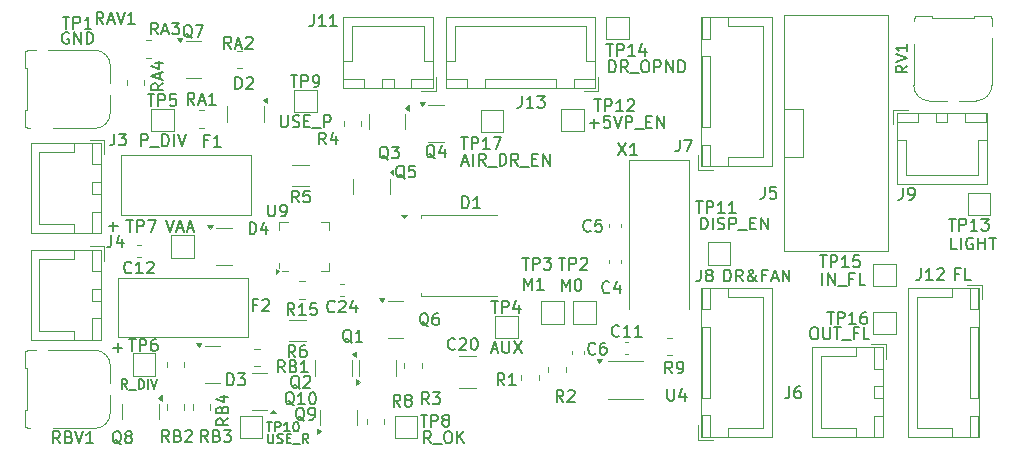
<source format=gbr>
%TF.GenerationSoftware,KiCad,Pcbnew,8.0.6-8.0.6-0~ubuntu24.04.1*%
%TF.CreationDate,2024-10-25T11:14:03+03:00*%
%TF.ProjectId,pss_v2,7073735f-7632-42e6-9b69-6361645f7063,rev?*%
%TF.SameCoordinates,Original*%
%TF.FileFunction,Legend,Top*%
%TF.FilePolarity,Positive*%
%FSLAX46Y46*%
G04 Gerber Fmt 4.6, Leading zero omitted, Abs format (unit mm)*
G04 Created by KiCad (PCBNEW 8.0.6-8.0.6-0~ubuntu24.04.1) date 2024-10-25 11:14:03*
%MOMM*%
%LPD*%
G01*
G04 APERTURE LIST*
%ADD10C,0.150000*%
%ADD11C,0.120000*%
G04 APERTURE END LIST*
D10*
X53833333Y-55654819D02*
X53500000Y-55178628D01*
X53261905Y-55654819D02*
X53261905Y-54654819D01*
X53261905Y-54654819D02*
X53642857Y-54654819D01*
X53642857Y-54654819D02*
X53738095Y-54702438D01*
X53738095Y-54702438D02*
X53785714Y-54750057D01*
X53785714Y-54750057D02*
X53833333Y-54845295D01*
X53833333Y-54845295D02*
X53833333Y-54988152D01*
X53833333Y-54988152D02*
X53785714Y-55083390D01*
X53785714Y-55083390D02*
X53738095Y-55131009D01*
X53738095Y-55131009D02*
X53642857Y-55178628D01*
X53642857Y-55178628D02*
X53261905Y-55178628D01*
X54595238Y-55131009D02*
X54738095Y-55178628D01*
X54738095Y-55178628D02*
X54785714Y-55226247D01*
X54785714Y-55226247D02*
X54833333Y-55321485D01*
X54833333Y-55321485D02*
X54833333Y-55464342D01*
X54833333Y-55464342D02*
X54785714Y-55559580D01*
X54785714Y-55559580D02*
X54738095Y-55607200D01*
X54738095Y-55607200D02*
X54642857Y-55654819D01*
X54642857Y-55654819D02*
X54261905Y-55654819D01*
X54261905Y-55654819D02*
X54261905Y-54654819D01*
X54261905Y-54654819D02*
X54595238Y-54654819D01*
X54595238Y-54654819D02*
X54690476Y-54702438D01*
X54690476Y-54702438D02*
X54738095Y-54750057D01*
X54738095Y-54750057D02*
X54785714Y-54845295D01*
X54785714Y-54845295D02*
X54785714Y-54940533D01*
X54785714Y-54940533D02*
X54738095Y-55035771D01*
X54738095Y-55035771D02*
X54690476Y-55083390D01*
X54690476Y-55083390D02*
X54595238Y-55131009D01*
X54595238Y-55131009D02*
X54261905Y-55131009D01*
X55166667Y-54654819D02*
X55785714Y-54654819D01*
X55785714Y-54654819D02*
X55452381Y-55035771D01*
X55452381Y-55035771D02*
X55595238Y-55035771D01*
X55595238Y-55035771D02*
X55690476Y-55083390D01*
X55690476Y-55083390D02*
X55738095Y-55131009D01*
X55738095Y-55131009D02*
X55785714Y-55226247D01*
X55785714Y-55226247D02*
X55785714Y-55464342D01*
X55785714Y-55464342D02*
X55738095Y-55559580D01*
X55738095Y-55559580D02*
X55690476Y-55607200D01*
X55690476Y-55607200D02*
X55595238Y-55654819D01*
X55595238Y-55654819D02*
X55309524Y-55654819D01*
X55309524Y-55654819D02*
X55214286Y-55607200D01*
X55214286Y-55607200D02*
X55166667Y-55559580D01*
X49604761Y-21154819D02*
X49271428Y-20678628D01*
X49033333Y-21154819D02*
X49033333Y-20154819D01*
X49033333Y-20154819D02*
X49414285Y-20154819D01*
X49414285Y-20154819D02*
X49509523Y-20202438D01*
X49509523Y-20202438D02*
X49557142Y-20250057D01*
X49557142Y-20250057D02*
X49604761Y-20345295D01*
X49604761Y-20345295D02*
X49604761Y-20488152D01*
X49604761Y-20488152D02*
X49557142Y-20583390D01*
X49557142Y-20583390D02*
X49509523Y-20631009D01*
X49509523Y-20631009D02*
X49414285Y-20678628D01*
X49414285Y-20678628D02*
X49033333Y-20678628D01*
X49985714Y-20869104D02*
X50461904Y-20869104D01*
X49890476Y-21154819D02*
X50223809Y-20154819D01*
X50223809Y-20154819D02*
X50557142Y-21154819D01*
X50795238Y-20154819D02*
X51414285Y-20154819D01*
X51414285Y-20154819D02*
X51080952Y-20535771D01*
X51080952Y-20535771D02*
X51223809Y-20535771D01*
X51223809Y-20535771D02*
X51319047Y-20583390D01*
X51319047Y-20583390D02*
X51366666Y-20631009D01*
X51366666Y-20631009D02*
X51414285Y-20726247D01*
X51414285Y-20726247D02*
X51414285Y-20964342D01*
X51414285Y-20964342D02*
X51366666Y-21059580D01*
X51366666Y-21059580D02*
X51319047Y-21107200D01*
X51319047Y-21107200D02*
X51223809Y-21154819D01*
X51223809Y-21154819D02*
X50938095Y-21154819D01*
X50938095Y-21154819D02*
X50842857Y-21107200D01*
X50842857Y-21107200D02*
X50795238Y-21059580D01*
X72504761Y-45850057D02*
X72409523Y-45802438D01*
X72409523Y-45802438D02*
X72314285Y-45707200D01*
X72314285Y-45707200D02*
X72171428Y-45564342D01*
X72171428Y-45564342D02*
X72076190Y-45516723D01*
X72076190Y-45516723D02*
X71980952Y-45516723D01*
X72028571Y-45754819D02*
X71933333Y-45707200D01*
X71933333Y-45707200D02*
X71838095Y-45611961D01*
X71838095Y-45611961D02*
X71790476Y-45421485D01*
X71790476Y-45421485D02*
X71790476Y-45088152D01*
X71790476Y-45088152D02*
X71838095Y-44897676D01*
X71838095Y-44897676D02*
X71933333Y-44802438D01*
X71933333Y-44802438D02*
X72028571Y-44754819D01*
X72028571Y-44754819D02*
X72219047Y-44754819D01*
X72219047Y-44754819D02*
X72314285Y-44802438D01*
X72314285Y-44802438D02*
X72409523Y-44897676D01*
X72409523Y-44897676D02*
X72457142Y-45088152D01*
X72457142Y-45088152D02*
X72457142Y-45421485D01*
X72457142Y-45421485D02*
X72409523Y-45611961D01*
X72409523Y-45611961D02*
X72314285Y-45707200D01*
X72314285Y-45707200D02*
X72219047Y-45754819D01*
X72219047Y-45754819D02*
X72028571Y-45754819D01*
X73314285Y-44754819D02*
X73123809Y-44754819D01*
X73123809Y-44754819D02*
X73028571Y-44802438D01*
X73028571Y-44802438D02*
X72980952Y-44850057D01*
X72980952Y-44850057D02*
X72885714Y-44992914D01*
X72885714Y-44992914D02*
X72838095Y-45183390D01*
X72838095Y-45183390D02*
X72838095Y-45564342D01*
X72838095Y-45564342D02*
X72885714Y-45659580D01*
X72885714Y-45659580D02*
X72933333Y-45707200D01*
X72933333Y-45707200D02*
X73028571Y-45754819D01*
X73028571Y-45754819D02*
X73219047Y-45754819D01*
X73219047Y-45754819D02*
X73314285Y-45707200D01*
X73314285Y-45707200D02*
X73361904Y-45659580D01*
X73361904Y-45659580D02*
X73409523Y-45564342D01*
X73409523Y-45564342D02*
X73409523Y-45326247D01*
X73409523Y-45326247D02*
X73361904Y-45231009D01*
X73361904Y-45231009D02*
X73314285Y-45183390D01*
X73314285Y-45183390D02*
X73219047Y-45135771D01*
X73219047Y-45135771D02*
X73028571Y-45135771D01*
X73028571Y-45135771D02*
X72933333Y-45183390D01*
X72933333Y-45183390D02*
X72885714Y-45231009D01*
X72885714Y-45231009D02*
X72838095Y-45326247D01*
X87561905Y-21954819D02*
X88133333Y-21954819D01*
X87847619Y-22954819D02*
X87847619Y-21954819D01*
X88466667Y-22954819D02*
X88466667Y-21954819D01*
X88466667Y-21954819D02*
X88847619Y-21954819D01*
X88847619Y-21954819D02*
X88942857Y-22002438D01*
X88942857Y-22002438D02*
X88990476Y-22050057D01*
X88990476Y-22050057D02*
X89038095Y-22145295D01*
X89038095Y-22145295D02*
X89038095Y-22288152D01*
X89038095Y-22288152D02*
X88990476Y-22383390D01*
X88990476Y-22383390D02*
X88942857Y-22431009D01*
X88942857Y-22431009D02*
X88847619Y-22478628D01*
X88847619Y-22478628D02*
X88466667Y-22478628D01*
X89990476Y-22954819D02*
X89419048Y-22954819D01*
X89704762Y-22954819D02*
X89704762Y-21954819D01*
X89704762Y-21954819D02*
X89609524Y-22097676D01*
X89609524Y-22097676D02*
X89514286Y-22192914D01*
X89514286Y-22192914D02*
X89419048Y-22240533D01*
X90847619Y-22288152D02*
X90847619Y-22954819D01*
X90609524Y-21907200D02*
X90371429Y-22621485D01*
X90371429Y-22621485D02*
X90990476Y-22621485D01*
X87809524Y-24354819D02*
X87809524Y-23354819D01*
X87809524Y-23354819D02*
X88047619Y-23354819D01*
X88047619Y-23354819D02*
X88190476Y-23402438D01*
X88190476Y-23402438D02*
X88285714Y-23497676D01*
X88285714Y-23497676D02*
X88333333Y-23592914D01*
X88333333Y-23592914D02*
X88380952Y-23783390D01*
X88380952Y-23783390D02*
X88380952Y-23926247D01*
X88380952Y-23926247D02*
X88333333Y-24116723D01*
X88333333Y-24116723D02*
X88285714Y-24211961D01*
X88285714Y-24211961D02*
X88190476Y-24307200D01*
X88190476Y-24307200D02*
X88047619Y-24354819D01*
X88047619Y-24354819D02*
X87809524Y-24354819D01*
X89380952Y-24354819D02*
X89047619Y-23878628D01*
X88809524Y-24354819D02*
X88809524Y-23354819D01*
X88809524Y-23354819D02*
X89190476Y-23354819D01*
X89190476Y-23354819D02*
X89285714Y-23402438D01*
X89285714Y-23402438D02*
X89333333Y-23450057D01*
X89333333Y-23450057D02*
X89380952Y-23545295D01*
X89380952Y-23545295D02*
X89380952Y-23688152D01*
X89380952Y-23688152D02*
X89333333Y-23783390D01*
X89333333Y-23783390D02*
X89285714Y-23831009D01*
X89285714Y-23831009D02*
X89190476Y-23878628D01*
X89190476Y-23878628D02*
X88809524Y-23878628D01*
X89571429Y-24450057D02*
X90333333Y-24450057D01*
X90761905Y-23354819D02*
X90952381Y-23354819D01*
X90952381Y-23354819D02*
X91047619Y-23402438D01*
X91047619Y-23402438D02*
X91142857Y-23497676D01*
X91142857Y-23497676D02*
X91190476Y-23688152D01*
X91190476Y-23688152D02*
X91190476Y-24021485D01*
X91190476Y-24021485D02*
X91142857Y-24211961D01*
X91142857Y-24211961D02*
X91047619Y-24307200D01*
X91047619Y-24307200D02*
X90952381Y-24354819D01*
X90952381Y-24354819D02*
X90761905Y-24354819D01*
X90761905Y-24354819D02*
X90666667Y-24307200D01*
X90666667Y-24307200D02*
X90571429Y-24211961D01*
X90571429Y-24211961D02*
X90523810Y-24021485D01*
X90523810Y-24021485D02*
X90523810Y-23688152D01*
X90523810Y-23688152D02*
X90571429Y-23497676D01*
X90571429Y-23497676D02*
X90666667Y-23402438D01*
X90666667Y-23402438D02*
X90761905Y-23354819D01*
X91619048Y-24354819D02*
X91619048Y-23354819D01*
X91619048Y-23354819D02*
X92000000Y-23354819D01*
X92000000Y-23354819D02*
X92095238Y-23402438D01*
X92095238Y-23402438D02*
X92142857Y-23450057D01*
X92142857Y-23450057D02*
X92190476Y-23545295D01*
X92190476Y-23545295D02*
X92190476Y-23688152D01*
X92190476Y-23688152D02*
X92142857Y-23783390D01*
X92142857Y-23783390D02*
X92095238Y-23831009D01*
X92095238Y-23831009D02*
X92000000Y-23878628D01*
X92000000Y-23878628D02*
X91619048Y-23878628D01*
X92619048Y-24354819D02*
X92619048Y-23354819D01*
X92619048Y-23354819D02*
X93190476Y-24354819D01*
X93190476Y-24354819D02*
X93190476Y-23354819D01*
X93666667Y-24354819D02*
X93666667Y-23354819D01*
X93666667Y-23354819D02*
X93904762Y-23354819D01*
X93904762Y-23354819D02*
X94047619Y-23402438D01*
X94047619Y-23402438D02*
X94142857Y-23497676D01*
X94142857Y-23497676D02*
X94190476Y-23592914D01*
X94190476Y-23592914D02*
X94238095Y-23783390D01*
X94238095Y-23783390D02*
X94238095Y-23926247D01*
X94238095Y-23926247D02*
X94190476Y-24116723D01*
X94190476Y-24116723D02*
X94142857Y-24211961D01*
X94142857Y-24211961D02*
X94047619Y-24307200D01*
X94047619Y-24307200D02*
X93904762Y-24354819D01*
X93904762Y-24354819D02*
X93666667Y-24354819D01*
X71838095Y-53354819D02*
X72409523Y-53354819D01*
X72123809Y-54354819D02*
X72123809Y-53354819D01*
X72742857Y-54354819D02*
X72742857Y-53354819D01*
X72742857Y-53354819D02*
X73123809Y-53354819D01*
X73123809Y-53354819D02*
X73219047Y-53402438D01*
X73219047Y-53402438D02*
X73266666Y-53450057D01*
X73266666Y-53450057D02*
X73314285Y-53545295D01*
X73314285Y-53545295D02*
X73314285Y-53688152D01*
X73314285Y-53688152D02*
X73266666Y-53783390D01*
X73266666Y-53783390D02*
X73219047Y-53831009D01*
X73219047Y-53831009D02*
X73123809Y-53878628D01*
X73123809Y-53878628D02*
X72742857Y-53878628D01*
X73885714Y-53783390D02*
X73790476Y-53735771D01*
X73790476Y-53735771D02*
X73742857Y-53688152D01*
X73742857Y-53688152D02*
X73695238Y-53592914D01*
X73695238Y-53592914D02*
X73695238Y-53545295D01*
X73695238Y-53545295D02*
X73742857Y-53450057D01*
X73742857Y-53450057D02*
X73790476Y-53402438D01*
X73790476Y-53402438D02*
X73885714Y-53354819D01*
X73885714Y-53354819D02*
X74076190Y-53354819D01*
X74076190Y-53354819D02*
X74171428Y-53402438D01*
X74171428Y-53402438D02*
X74219047Y-53450057D01*
X74219047Y-53450057D02*
X74266666Y-53545295D01*
X74266666Y-53545295D02*
X74266666Y-53592914D01*
X74266666Y-53592914D02*
X74219047Y-53688152D01*
X74219047Y-53688152D02*
X74171428Y-53735771D01*
X74171428Y-53735771D02*
X74076190Y-53783390D01*
X74076190Y-53783390D02*
X73885714Y-53783390D01*
X73885714Y-53783390D02*
X73790476Y-53831009D01*
X73790476Y-53831009D02*
X73742857Y-53878628D01*
X73742857Y-53878628D02*
X73695238Y-53973866D01*
X73695238Y-53973866D02*
X73695238Y-54164342D01*
X73695238Y-54164342D02*
X73742857Y-54259580D01*
X73742857Y-54259580D02*
X73790476Y-54307200D01*
X73790476Y-54307200D02*
X73885714Y-54354819D01*
X73885714Y-54354819D02*
X74076190Y-54354819D01*
X74076190Y-54354819D02*
X74171428Y-54307200D01*
X74171428Y-54307200D02*
X74219047Y-54259580D01*
X74219047Y-54259580D02*
X74266666Y-54164342D01*
X74266666Y-54164342D02*
X74266666Y-53973866D01*
X74266666Y-53973866D02*
X74219047Y-53878628D01*
X74219047Y-53878628D02*
X74171428Y-53831009D01*
X74171428Y-53831009D02*
X74076190Y-53783390D01*
X72704761Y-55754819D02*
X72371428Y-55278628D01*
X72133333Y-55754819D02*
X72133333Y-54754819D01*
X72133333Y-54754819D02*
X72514285Y-54754819D01*
X72514285Y-54754819D02*
X72609523Y-54802438D01*
X72609523Y-54802438D02*
X72657142Y-54850057D01*
X72657142Y-54850057D02*
X72704761Y-54945295D01*
X72704761Y-54945295D02*
X72704761Y-55088152D01*
X72704761Y-55088152D02*
X72657142Y-55183390D01*
X72657142Y-55183390D02*
X72609523Y-55231009D01*
X72609523Y-55231009D02*
X72514285Y-55278628D01*
X72514285Y-55278628D02*
X72133333Y-55278628D01*
X72895238Y-55850057D02*
X73657142Y-55850057D01*
X74085714Y-54754819D02*
X74276190Y-54754819D01*
X74276190Y-54754819D02*
X74371428Y-54802438D01*
X74371428Y-54802438D02*
X74466666Y-54897676D01*
X74466666Y-54897676D02*
X74514285Y-55088152D01*
X74514285Y-55088152D02*
X74514285Y-55421485D01*
X74514285Y-55421485D02*
X74466666Y-55611961D01*
X74466666Y-55611961D02*
X74371428Y-55707200D01*
X74371428Y-55707200D02*
X74276190Y-55754819D01*
X74276190Y-55754819D02*
X74085714Y-55754819D01*
X74085714Y-55754819D02*
X73990476Y-55707200D01*
X73990476Y-55707200D02*
X73895238Y-55611961D01*
X73895238Y-55611961D02*
X73847619Y-55421485D01*
X73847619Y-55421485D02*
X73847619Y-55088152D01*
X73847619Y-55088152D02*
X73895238Y-54897676D01*
X73895238Y-54897676D02*
X73990476Y-54802438D01*
X73990476Y-54802438D02*
X74085714Y-54754819D01*
X74942857Y-55754819D02*
X74942857Y-54754819D01*
X75514285Y-55754819D02*
X75085714Y-55183390D01*
X75514285Y-54754819D02*
X74942857Y-55326247D01*
X86561905Y-26654819D02*
X87133333Y-26654819D01*
X86847619Y-27654819D02*
X86847619Y-26654819D01*
X87466667Y-27654819D02*
X87466667Y-26654819D01*
X87466667Y-26654819D02*
X87847619Y-26654819D01*
X87847619Y-26654819D02*
X87942857Y-26702438D01*
X87942857Y-26702438D02*
X87990476Y-26750057D01*
X87990476Y-26750057D02*
X88038095Y-26845295D01*
X88038095Y-26845295D02*
X88038095Y-26988152D01*
X88038095Y-26988152D02*
X87990476Y-27083390D01*
X87990476Y-27083390D02*
X87942857Y-27131009D01*
X87942857Y-27131009D02*
X87847619Y-27178628D01*
X87847619Y-27178628D02*
X87466667Y-27178628D01*
X88990476Y-27654819D02*
X88419048Y-27654819D01*
X88704762Y-27654819D02*
X88704762Y-26654819D01*
X88704762Y-26654819D02*
X88609524Y-26797676D01*
X88609524Y-26797676D02*
X88514286Y-26892914D01*
X88514286Y-26892914D02*
X88419048Y-26940533D01*
X89371429Y-26750057D02*
X89419048Y-26702438D01*
X89419048Y-26702438D02*
X89514286Y-26654819D01*
X89514286Y-26654819D02*
X89752381Y-26654819D01*
X89752381Y-26654819D02*
X89847619Y-26702438D01*
X89847619Y-26702438D02*
X89895238Y-26750057D01*
X89895238Y-26750057D02*
X89942857Y-26845295D01*
X89942857Y-26845295D02*
X89942857Y-26940533D01*
X89942857Y-26940533D02*
X89895238Y-27083390D01*
X89895238Y-27083390D02*
X89323810Y-27654819D01*
X89323810Y-27654819D02*
X89942857Y-27654819D01*
X86157143Y-28673866D02*
X86919048Y-28673866D01*
X86538095Y-29054819D02*
X86538095Y-28292914D01*
X87871428Y-28054819D02*
X87395238Y-28054819D01*
X87395238Y-28054819D02*
X87347619Y-28531009D01*
X87347619Y-28531009D02*
X87395238Y-28483390D01*
X87395238Y-28483390D02*
X87490476Y-28435771D01*
X87490476Y-28435771D02*
X87728571Y-28435771D01*
X87728571Y-28435771D02*
X87823809Y-28483390D01*
X87823809Y-28483390D02*
X87871428Y-28531009D01*
X87871428Y-28531009D02*
X87919047Y-28626247D01*
X87919047Y-28626247D02*
X87919047Y-28864342D01*
X87919047Y-28864342D02*
X87871428Y-28959580D01*
X87871428Y-28959580D02*
X87823809Y-29007200D01*
X87823809Y-29007200D02*
X87728571Y-29054819D01*
X87728571Y-29054819D02*
X87490476Y-29054819D01*
X87490476Y-29054819D02*
X87395238Y-29007200D01*
X87395238Y-29007200D02*
X87347619Y-28959580D01*
X88204762Y-28054819D02*
X88538095Y-29054819D01*
X88538095Y-29054819D02*
X88871428Y-28054819D01*
X89204762Y-29054819D02*
X89204762Y-28054819D01*
X89204762Y-28054819D02*
X89585714Y-28054819D01*
X89585714Y-28054819D02*
X89680952Y-28102438D01*
X89680952Y-28102438D02*
X89728571Y-28150057D01*
X89728571Y-28150057D02*
X89776190Y-28245295D01*
X89776190Y-28245295D02*
X89776190Y-28388152D01*
X89776190Y-28388152D02*
X89728571Y-28483390D01*
X89728571Y-28483390D02*
X89680952Y-28531009D01*
X89680952Y-28531009D02*
X89585714Y-28578628D01*
X89585714Y-28578628D02*
X89204762Y-28578628D01*
X89966667Y-29150057D02*
X90728571Y-29150057D01*
X90966667Y-28531009D02*
X91300000Y-28531009D01*
X91442857Y-29054819D02*
X90966667Y-29054819D01*
X90966667Y-29054819D02*
X90966667Y-28054819D01*
X90966667Y-28054819D02*
X91442857Y-28054819D01*
X91871429Y-29054819D02*
X91871429Y-28054819D01*
X91871429Y-28054819D02*
X92442857Y-29054819D01*
X92442857Y-29054819D02*
X92442857Y-28054819D01*
X77838095Y-43706819D02*
X78409523Y-43706819D01*
X78123809Y-44706819D02*
X78123809Y-43706819D01*
X78742857Y-44706819D02*
X78742857Y-43706819D01*
X78742857Y-43706819D02*
X79123809Y-43706819D01*
X79123809Y-43706819D02*
X79219047Y-43754438D01*
X79219047Y-43754438D02*
X79266666Y-43802057D01*
X79266666Y-43802057D02*
X79314285Y-43897295D01*
X79314285Y-43897295D02*
X79314285Y-44040152D01*
X79314285Y-44040152D02*
X79266666Y-44135390D01*
X79266666Y-44135390D02*
X79219047Y-44183009D01*
X79219047Y-44183009D02*
X79123809Y-44230628D01*
X79123809Y-44230628D02*
X78742857Y-44230628D01*
X80171428Y-44040152D02*
X80171428Y-44706819D01*
X79933333Y-43659200D02*
X79695238Y-44373485D01*
X79695238Y-44373485D02*
X80314285Y-44373485D01*
X77861905Y-47819104D02*
X78338095Y-47819104D01*
X77766667Y-48104819D02*
X78100000Y-47104819D01*
X78100000Y-47104819D02*
X78433333Y-48104819D01*
X78766667Y-47104819D02*
X78766667Y-47914342D01*
X78766667Y-47914342D02*
X78814286Y-48009580D01*
X78814286Y-48009580D02*
X78861905Y-48057200D01*
X78861905Y-48057200D02*
X78957143Y-48104819D01*
X78957143Y-48104819D02*
X79147619Y-48104819D01*
X79147619Y-48104819D02*
X79242857Y-48057200D01*
X79242857Y-48057200D02*
X79290476Y-48009580D01*
X79290476Y-48009580D02*
X79338095Y-47914342D01*
X79338095Y-47914342D02*
X79338095Y-47104819D01*
X79719048Y-47104819D02*
X80385714Y-48104819D01*
X80385714Y-47104819D02*
X79719048Y-48104819D01*
X60838095Y-24606819D02*
X61409523Y-24606819D01*
X61123809Y-25606819D02*
X61123809Y-24606819D01*
X61742857Y-25606819D02*
X61742857Y-24606819D01*
X61742857Y-24606819D02*
X62123809Y-24606819D01*
X62123809Y-24606819D02*
X62219047Y-24654438D01*
X62219047Y-24654438D02*
X62266666Y-24702057D01*
X62266666Y-24702057D02*
X62314285Y-24797295D01*
X62314285Y-24797295D02*
X62314285Y-24940152D01*
X62314285Y-24940152D02*
X62266666Y-25035390D01*
X62266666Y-25035390D02*
X62219047Y-25083009D01*
X62219047Y-25083009D02*
X62123809Y-25130628D01*
X62123809Y-25130628D02*
X61742857Y-25130628D01*
X62790476Y-25606819D02*
X62980952Y-25606819D01*
X62980952Y-25606819D02*
X63076190Y-25559200D01*
X63076190Y-25559200D02*
X63123809Y-25511580D01*
X63123809Y-25511580D02*
X63219047Y-25368723D01*
X63219047Y-25368723D02*
X63266666Y-25178247D01*
X63266666Y-25178247D02*
X63266666Y-24797295D01*
X63266666Y-24797295D02*
X63219047Y-24702057D01*
X63219047Y-24702057D02*
X63171428Y-24654438D01*
X63171428Y-24654438D02*
X63076190Y-24606819D01*
X63076190Y-24606819D02*
X62885714Y-24606819D01*
X62885714Y-24606819D02*
X62790476Y-24654438D01*
X62790476Y-24654438D02*
X62742857Y-24702057D01*
X62742857Y-24702057D02*
X62695238Y-24797295D01*
X62695238Y-24797295D02*
X62695238Y-25035390D01*
X62695238Y-25035390D02*
X62742857Y-25130628D01*
X62742857Y-25130628D02*
X62790476Y-25178247D01*
X62790476Y-25178247D02*
X62885714Y-25225866D01*
X62885714Y-25225866D02*
X63076190Y-25225866D01*
X63076190Y-25225866D02*
X63171428Y-25178247D01*
X63171428Y-25178247D02*
X63219047Y-25130628D01*
X63219047Y-25130628D02*
X63266666Y-25035390D01*
X60004762Y-28004819D02*
X60004762Y-28814342D01*
X60004762Y-28814342D02*
X60052381Y-28909580D01*
X60052381Y-28909580D02*
X60100000Y-28957200D01*
X60100000Y-28957200D02*
X60195238Y-29004819D01*
X60195238Y-29004819D02*
X60385714Y-29004819D01*
X60385714Y-29004819D02*
X60480952Y-28957200D01*
X60480952Y-28957200D02*
X60528571Y-28909580D01*
X60528571Y-28909580D02*
X60576190Y-28814342D01*
X60576190Y-28814342D02*
X60576190Y-28004819D01*
X61004762Y-28957200D02*
X61147619Y-29004819D01*
X61147619Y-29004819D02*
X61385714Y-29004819D01*
X61385714Y-29004819D02*
X61480952Y-28957200D01*
X61480952Y-28957200D02*
X61528571Y-28909580D01*
X61528571Y-28909580D02*
X61576190Y-28814342D01*
X61576190Y-28814342D02*
X61576190Y-28719104D01*
X61576190Y-28719104D02*
X61528571Y-28623866D01*
X61528571Y-28623866D02*
X61480952Y-28576247D01*
X61480952Y-28576247D02*
X61385714Y-28528628D01*
X61385714Y-28528628D02*
X61195238Y-28481009D01*
X61195238Y-28481009D02*
X61100000Y-28433390D01*
X61100000Y-28433390D02*
X61052381Y-28385771D01*
X61052381Y-28385771D02*
X61004762Y-28290533D01*
X61004762Y-28290533D02*
X61004762Y-28195295D01*
X61004762Y-28195295D02*
X61052381Y-28100057D01*
X61052381Y-28100057D02*
X61100000Y-28052438D01*
X61100000Y-28052438D02*
X61195238Y-28004819D01*
X61195238Y-28004819D02*
X61433333Y-28004819D01*
X61433333Y-28004819D02*
X61576190Y-28052438D01*
X62004762Y-28481009D02*
X62338095Y-28481009D01*
X62480952Y-29004819D02*
X62004762Y-29004819D01*
X62004762Y-29004819D02*
X62004762Y-28004819D01*
X62004762Y-28004819D02*
X62480952Y-28004819D01*
X62671429Y-29100057D02*
X63433333Y-29100057D01*
X63671429Y-29004819D02*
X63671429Y-28004819D01*
X63671429Y-28004819D02*
X64052381Y-28004819D01*
X64052381Y-28004819D02*
X64147619Y-28052438D01*
X64147619Y-28052438D02*
X64195238Y-28100057D01*
X64195238Y-28100057D02*
X64242857Y-28195295D01*
X64242857Y-28195295D02*
X64242857Y-28338152D01*
X64242857Y-28338152D02*
X64195238Y-28433390D01*
X64195238Y-28433390D02*
X64147619Y-28481009D01*
X64147619Y-28481009D02*
X64052381Y-28528628D01*
X64052381Y-28528628D02*
X63671429Y-28528628D01*
X73059858Y-31638639D02*
X72964620Y-31591020D01*
X72964620Y-31591020D02*
X72869382Y-31495782D01*
X72869382Y-31495782D02*
X72726525Y-31352924D01*
X72726525Y-31352924D02*
X72631287Y-31305305D01*
X72631287Y-31305305D02*
X72536049Y-31305305D01*
X72583668Y-31543401D02*
X72488430Y-31495782D01*
X72488430Y-31495782D02*
X72393192Y-31400543D01*
X72393192Y-31400543D02*
X72345573Y-31210067D01*
X72345573Y-31210067D02*
X72345573Y-30876734D01*
X72345573Y-30876734D02*
X72393192Y-30686258D01*
X72393192Y-30686258D02*
X72488430Y-30591020D01*
X72488430Y-30591020D02*
X72583668Y-30543401D01*
X72583668Y-30543401D02*
X72774144Y-30543401D01*
X72774144Y-30543401D02*
X72869382Y-30591020D01*
X72869382Y-30591020D02*
X72964620Y-30686258D01*
X72964620Y-30686258D02*
X73012239Y-30876734D01*
X73012239Y-30876734D02*
X73012239Y-31210067D01*
X73012239Y-31210067D02*
X72964620Y-31400543D01*
X72964620Y-31400543D02*
X72869382Y-31495782D01*
X72869382Y-31495782D02*
X72774144Y-31543401D01*
X72774144Y-31543401D02*
X72583668Y-31543401D01*
X73869382Y-30876734D02*
X73869382Y-31543401D01*
X73631287Y-30495782D02*
X73393192Y-31210067D01*
X73393192Y-31210067D02*
X74012239Y-31210067D01*
X95147100Y-35277655D02*
X95718528Y-35277655D01*
X95432814Y-36277655D02*
X95432814Y-35277655D01*
X96051862Y-36277655D02*
X96051862Y-35277655D01*
X96051862Y-35277655D02*
X96432814Y-35277655D01*
X96432814Y-35277655D02*
X96528052Y-35325274D01*
X96528052Y-35325274D02*
X96575671Y-35372893D01*
X96575671Y-35372893D02*
X96623290Y-35468131D01*
X96623290Y-35468131D02*
X96623290Y-35610988D01*
X96623290Y-35610988D02*
X96575671Y-35706226D01*
X96575671Y-35706226D02*
X96528052Y-35753845D01*
X96528052Y-35753845D02*
X96432814Y-35801464D01*
X96432814Y-35801464D02*
X96051862Y-35801464D01*
X97575671Y-36277655D02*
X97004243Y-36277655D01*
X97289957Y-36277655D02*
X97289957Y-35277655D01*
X97289957Y-35277655D02*
X97194719Y-35420512D01*
X97194719Y-35420512D02*
X97099481Y-35515750D01*
X97099481Y-35515750D02*
X97004243Y-35563369D01*
X98528052Y-36277655D02*
X97956624Y-36277655D01*
X98242338Y-36277655D02*
X98242338Y-35277655D01*
X98242338Y-35277655D02*
X98147100Y-35420512D01*
X98147100Y-35420512D02*
X98051862Y-35515750D01*
X98051862Y-35515750D02*
X97956624Y-35563369D01*
X95566667Y-37654819D02*
X95566667Y-36654819D01*
X95566667Y-36654819D02*
X95804762Y-36654819D01*
X95804762Y-36654819D02*
X95947619Y-36702438D01*
X95947619Y-36702438D02*
X96042857Y-36797676D01*
X96042857Y-36797676D02*
X96090476Y-36892914D01*
X96090476Y-36892914D02*
X96138095Y-37083390D01*
X96138095Y-37083390D02*
X96138095Y-37226247D01*
X96138095Y-37226247D02*
X96090476Y-37416723D01*
X96090476Y-37416723D02*
X96042857Y-37511961D01*
X96042857Y-37511961D02*
X95947619Y-37607200D01*
X95947619Y-37607200D02*
X95804762Y-37654819D01*
X95804762Y-37654819D02*
X95566667Y-37654819D01*
X96566667Y-37654819D02*
X96566667Y-36654819D01*
X96995238Y-37607200D02*
X97138095Y-37654819D01*
X97138095Y-37654819D02*
X97376190Y-37654819D01*
X97376190Y-37654819D02*
X97471428Y-37607200D01*
X97471428Y-37607200D02*
X97519047Y-37559580D01*
X97519047Y-37559580D02*
X97566666Y-37464342D01*
X97566666Y-37464342D02*
X97566666Y-37369104D01*
X97566666Y-37369104D02*
X97519047Y-37273866D01*
X97519047Y-37273866D02*
X97471428Y-37226247D01*
X97471428Y-37226247D02*
X97376190Y-37178628D01*
X97376190Y-37178628D02*
X97185714Y-37131009D01*
X97185714Y-37131009D02*
X97090476Y-37083390D01*
X97090476Y-37083390D02*
X97042857Y-37035771D01*
X97042857Y-37035771D02*
X96995238Y-36940533D01*
X96995238Y-36940533D02*
X96995238Y-36845295D01*
X96995238Y-36845295D02*
X97042857Y-36750057D01*
X97042857Y-36750057D02*
X97090476Y-36702438D01*
X97090476Y-36702438D02*
X97185714Y-36654819D01*
X97185714Y-36654819D02*
X97423809Y-36654819D01*
X97423809Y-36654819D02*
X97566666Y-36702438D01*
X97995238Y-37654819D02*
X97995238Y-36654819D01*
X97995238Y-36654819D02*
X98376190Y-36654819D01*
X98376190Y-36654819D02*
X98471428Y-36702438D01*
X98471428Y-36702438D02*
X98519047Y-36750057D01*
X98519047Y-36750057D02*
X98566666Y-36845295D01*
X98566666Y-36845295D02*
X98566666Y-36988152D01*
X98566666Y-36988152D02*
X98519047Y-37083390D01*
X98519047Y-37083390D02*
X98471428Y-37131009D01*
X98471428Y-37131009D02*
X98376190Y-37178628D01*
X98376190Y-37178628D02*
X97995238Y-37178628D01*
X98757143Y-37750057D02*
X99519047Y-37750057D01*
X99757143Y-37131009D02*
X100090476Y-37131009D01*
X100233333Y-37654819D02*
X99757143Y-37654819D01*
X99757143Y-37654819D02*
X99757143Y-36654819D01*
X99757143Y-36654819D02*
X100233333Y-36654819D01*
X100661905Y-37654819D02*
X100661905Y-36654819D01*
X100661905Y-36654819D02*
X101233333Y-37654819D01*
X101233333Y-37654819D02*
X101233333Y-36654819D01*
X86233333Y-37759580D02*
X86185714Y-37807200D01*
X86185714Y-37807200D02*
X86042857Y-37854819D01*
X86042857Y-37854819D02*
X85947619Y-37854819D01*
X85947619Y-37854819D02*
X85804762Y-37807200D01*
X85804762Y-37807200D02*
X85709524Y-37711961D01*
X85709524Y-37711961D02*
X85661905Y-37616723D01*
X85661905Y-37616723D02*
X85614286Y-37426247D01*
X85614286Y-37426247D02*
X85614286Y-37283390D01*
X85614286Y-37283390D02*
X85661905Y-37092914D01*
X85661905Y-37092914D02*
X85709524Y-36997676D01*
X85709524Y-36997676D02*
X85804762Y-36902438D01*
X85804762Y-36902438D02*
X85947619Y-36854819D01*
X85947619Y-36854819D02*
X86042857Y-36854819D01*
X86042857Y-36854819D02*
X86185714Y-36902438D01*
X86185714Y-36902438D02*
X86233333Y-36950057D01*
X87138095Y-36854819D02*
X86661905Y-36854819D01*
X86661905Y-36854819D02*
X86614286Y-37331009D01*
X86614286Y-37331009D02*
X86661905Y-37283390D01*
X86661905Y-37283390D02*
X86757143Y-37235771D01*
X86757143Y-37235771D02*
X86995238Y-37235771D01*
X86995238Y-37235771D02*
X87090476Y-37283390D01*
X87090476Y-37283390D02*
X87138095Y-37331009D01*
X87138095Y-37331009D02*
X87185714Y-37426247D01*
X87185714Y-37426247D02*
X87185714Y-37664342D01*
X87185714Y-37664342D02*
X87138095Y-37759580D01*
X87138095Y-37759580D02*
X87090476Y-37807200D01*
X87090476Y-37807200D02*
X86995238Y-37854819D01*
X86995238Y-37854819D02*
X86757143Y-37854819D01*
X86757143Y-37854819D02*
X86661905Y-37807200D01*
X86661905Y-37807200D02*
X86614286Y-37759580D01*
X46938095Y-36854819D02*
X47509523Y-36854819D01*
X47223809Y-37854819D02*
X47223809Y-36854819D01*
X47842857Y-37854819D02*
X47842857Y-36854819D01*
X47842857Y-36854819D02*
X48223809Y-36854819D01*
X48223809Y-36854819D02*
X48319047Y-36902438D01*
X48319047Y-36902438D02*
X48366666Y-36950057D01*
X48366666Y-36950057D02*
X48414285Y-37045295D01*
X48414285Y-37045295D02*
X48414285Y-37188152D01*
X48414285Y-37188152D02*
X48366666Y-37283390D01*
X48366666Y-37283390D02*
X48319047Y-37331009D01*
X48319047Y-37331009D02*
X48223809Y-37378628D01*
X48223809Y-37378628D02*
X47842857Y-37378628D01*
X48747619Y-36854819D02*
X49414285Y-36854819D01*
X49414285Y-36854819D02*
X48985714Y-37854819D01*
X50309524Y-36854819D02*
X50642857Y-37854819D01*
X50642857Y-37854819D02*
X50976190Y-36854819D01*
X51261905Y-37569104D02*
X51738095Y-37569104D01*
X51166667Y-37854819D02*
X51500000Y-36854819D01*
X51500000Y-36854819D02*
X51833333Y-37854819D01*
X52119048Y-37569104D02*
X52595238Y-37569104D01*
X52023810Y-37854819D02*
X52357143Y-36854819D01*
X52357143Y-36854819D02*
X52690476Y-37854819D01*
X70504761Y-33350057D02*
X70409523Y-33302438D01*
X70409523Y-33302438D02*
X70314285Y-33207200D01*
X70314285Y-33207200D02*
X70171428Y-33064342D01*
X70171428Y-33064342D02*
X70076190Y-33016723D01*
X70076190Y-33016723D02*
X69980952Y-33016723D01*
X70028571Y-33254819D02*
X69933333Y-33207200D01*
X69933333Y-33207200D02*
X69838095Y-33111961D01*
X69838095Y-33111961D02*
X69790476Y-32921485D01*
X69790476Y-32921485D02*
X69790476Y-32588152D01*
X69790476Y-32588152D02*
X69838095Y-32397676D01*
X69838095Y-32397676D02*
X69933333Y-32302438D01*
X69933333Y-32302438D02*
X70028571Y-32254819D01*
X70028571Y-32254819D02*
X70219047Y-32254819D01*
X70219047Y-32254819D02*
X70314285Y-32302438D01*
X70314285Y-32302438D02*
X70409523Y-32397676D01*
X70409523Y-32397676D02*
X70457142Y-32588152D01*
X70457142Y-32588152D02*
X70457142Y-32921485D01*
X70457142Y-32921485D02*
X70409523Y-33111961D01*
X70409523Y-33111961D02*
X70314285Y-33207200D01*
X70314285Y-33207200D02*
X70219047Y-33254819D01*
X70219047Y-33254819D02*
X70028571Y-33254819D01*
X71361904Y-32254819D02*
X70885714Y-32254819D01*
X70885714Y-32254819D02*
X70838095Y-32731009D01*
X70838095Y-32731009D02*
X70885714Y-32683390D01*
X70885714Y-32683390D02*
X70980952Y-32635771D01*
X70980952Y-32635771D02*
X71219047Y-32635771D01*
X71219047Y-32635771D02*
X71314285Y-32683390D01*
X71314285Y-32683390D02*
X71361904Y-32731009D01*
X71361904Y-32731009D02*
X71409523Y-32826247D01*
X71409523Y-32826247D02*
X71409523Y-33064342D01*
X71409523Y-33064342D02*
X71361904Y-33159580D01*
X71361904Y-33159580D02*
X71314285Y-33207200D01*
X71314285Y-33207200D02*
X71219047Y-33254819D01*
X71219047Y-33254819D02*
X70980952Y-33254819D01*
X70980952Y-33254819D02*
X70885714Y-33207200D01*
X70885714Y-33207200D02*
X70838095Y-33159580D01*
X72533333Y-52454819D02*
X72200000Y-51978628D01*
X71961905Y-52454819D02*
X71961905Y-51454819D01*
X71961905Y-51454819D02*
X72342857Y-51454819D01*
X72342857Y-51454819D02*
X72438095Y-51502438D01*
X72438095Y-51502438D02*
X72485714Y-51550057D01*
X72485714Y-51550057D02*
X72533333Y-51645295D01*
X72533333Y-51645295D02*
X72533333Y-51788152D01*
X72533333Y-51788152D02*
X72485714Y-51883390D01*
X72485714Y-51883390D02*
X72438095Y-51931009D01*
X72438095Y-51931009D02*
X72342857Y-51978628D01*
X72342857Y-51978628D02*
X71961905Y-51978628D01*
X72866667Y-51454819D02*
X73485714Y-51454819D01*
X73485714Y-51454819D02*
X73152381Y-51835771D01*
X73152381Y-51835771D02*
X73295238Y-51835771D01*
X73295238Y-51835771D02*
X73390476Y-51883390D01*
X73390476Y-51883390D02*
X73438095Y-51931009D01*
X73438095Y-51931009D02*
X73485714Y-52026247D01*
X73485714Y-52026247D02*
X73485714Y-52264342D01*
X73485714Y-52264342D02*
X73438095Y-52359580D01*
X73438095Y-52359580D02*
X73390476Y-52407200D01*
X73390476Y-52407200D02*
X73295238Y-52454819D01*
X73295238Y-52454819D02*
X73009524Y-52454819D01*
X73009524Y-52454819D02*
X72914286Y-52407200D01*
X72914286Y-52407200D02*
X72866667Y-52359580D01*
X50054819Y-25295238D02*
X49578628Y-25628571D01*
X50054819Y-25866666D02*
X49054819Y-25866666D01*
X49054819Y-25866666D02*
X49054819Y-25485714D01*
X49054819Y-25485714D02*
X49102438Y-25390476D01*
X49102438Y-25390476D02*
X49150057Y-25342857D01*
X49150057Y-25342857D02*
X49245295Y-25295238D01*
X49245295Y-25295238D02*
X49388152Y-25295238D01*
X49388152Y-25295238D02*
X49483390Y-25342857D01*
X49483390Y-25342857D02*
X49531009Y-25390476D01*
X49531009Y-25390476D02*
X49578628Y-25485714D01*
X49578628Y-25485714D02*
X49578628Y-25866666D01*
X49769104Y-24914285D02*
X49769104Y-24438095D01*
X50054819Y-25009523D02*
X49054819Y-24676190D01*
X49054819Y-24676190D02*
X50054819Y-24342857D01*
X49388152Y-23580952D02*
X50054819Y-23580952D01*
X49007200Y-23819047D02*
X49721485Y-24057142D01*
X49721485Y-24057142D02*
X49721485Y-23438095D01*
X93133333Y-49854819D02*
X92800000Y-49378628D01*
X92561905Y-49854819D02*
X92561905Y-48854819D01*
X92561905Y-48854819D02*
X92942857Y-48854819D01*
X92942857Y-48854819D02*
X93038095Y-48902438D01*
X93038095Y-48902438D02*
X93085714Y-48950057D01*
X93085714Y-48950057D02*
X93133333Y-49045295D01*
X93133333Y-49045295D02*
X93133333Y-49188152D01*
X93133333Y-49188152D02*
X93085714Y-49283390D01*
X93085714Y-49283390D02*
X93038095Y-49331009D01*
X93038095Y-49331009D02*
X92942857Y-49378628D01*
X92942857Y-49378628D02*
X92561905Y-49378628D01*
X93609524Y-49854819D02*
X93800000Y-49854819D01*
X93800000Y-49854819D02*
X93895238Y-49807200D01*
X93895238Y-49807200D02*
X93942857Y-49759580D01*
X93942857Y-49759580D02*
X94038095Y-49616723D01*
X94038095Y-49616723D02*
X94085714Y-49426247D01*
X94085714Y-49426247D02*
X94085714Y-49045295D01*
X94085714Y-49045295D02*
X94038095Y-48950057D01*
X94038095Y-48950057D02*
X93990476Y-48902438D01*
X93990476Y-48902438D02*
X93895238Y-48854819D01*
X93895238Y-48854819D02*
X93704762Y-48854819D01*
X93704762Y-48854819D02*
X93609524Y-48902438D01*
X93609524Y-48902438D02*
X93561905Y-48950057D01*
X93561905Y-48950057D02*
X93514286Y-49045295D01*
X93514286Y-49045295D02*
X93514286Y-49283390D01*
X93514286Y-49283390D02*
X93561905Y-49378628D01*
X93561905Y-49378628D02*
X93609524Y-49426247D01*
X93609524Y-49426247D02*
X93704762Y-49473866D01*
X93704762Y-49473866D02*
X93895238Y-49473866D01*
X93895238Y-49473866D02*
X93990476Y-49426247D01*
X93990476Y-49426247D02*
X94038095Y-49378628D01*
X94038095Y-49378628D02*
X94085714Y-49283390D01*
X45666666Y-38154819D02*
X45666666Y-38869104D01*
X45666666Y-38869104D02*
X45619047Y-39011961D01*
X45619047Y-39011961D02*
X45523809Y-39107200D01*
X45523809Y-39107200D02*
X45380952Y-39154819D01*
X45380952Y-39154819D02*
X45285714Y-39154819D01*
X46571428Y-38488152D02*
X46571428Y-39154819D01*
X46333333Y-38107200D02*
X46095238Y-38821485D01*
X46095238Y-38821485D02*
X46714285Y-38821485D01*
X45819048Y-47673866D02*
X46580953Y-47673866D01*
X46200000Y-48054819D02*
X46200000Y-47292914D01*
X69104761Y-31750057D02*
X69009523Y-31702438D01*
X69009523Y-31702438D02*
X68914285Y-31607200D01*
X68914285Y-31607200D02*
X68771428Y-31464342D01*
X68771428Y-31464342D02*
X68676190Y-31416723D01*
X68676190Y-31416723D02*
X68580952Y-31416723D01*
X68628571Y-31654819D02*
X68533333Y-31607200D01*
X68533333Y-31607200D02*
X68438095Y-31511961D01*
X68438095Y-31511961D02*
X68390476Y-31321485D01*
X68390476Y-31321485D02*
X68390476Y-30988152D01*
X68390476Y-30988152D02*
X68438095Y-30797676D01*
X68438095Y-30797676D02*
X68533333Y-30702438D01*
X68533333Y-30702438D02*
X68628571Y-30654819D01*
X68628571Y-30654819D02*
X68819047Y-30654819D01*
X68819047Y-30654819D02*
X68914285Y-30702438D01*
X68914285Y-30702438D02*
X69009523Y-30797676D01*
X69009523Y-30797676D02*
X69057142Y-30988152D01*
X69057142Y-30988152D02*
X69057142Y-31321485D01*
X69057142Y-31321485D02*
X69009523Y-31511961D01*
X69009523Y-31511961D02*
X68914285Y-31607200D01*
X68914285Y-31607200D02*
X68819047Y-31654819D01*
X68819047Y-31654819D02*
X68628571Y-31654819D01*
X69390476Y-30654819D02*
X70009523Y-30654819D01*
X70009523Y-30654819D02*
X69676190Y-31035771D01*
X69676190Y-31035771D02*
X69819047Y-31035771D01*
X69819047Y-31035771D02*
X69914285Y-31083390D01*
X69914285Y-31083390D02*
X69961904Y-31131009D01*
X69961904Y-31131009D02*
X70009523Y-31226247D01*
X70009523Y-31226247D02*
X70009523Y-31464342D01*
X70009523Y-31464342D02*
X69961904Y-31559580D01*
X69961904Y-31559580D02*
X69914285Y-31607200D01*
X69914285Y-31607200D02*
X69819047Y-31654819D01*
X69819047Y-31654819D02*
X69533333Y-31654819D01*
X69533333Y-31654819D02*
X69438095Y-31607200D01*
X69438095Y-31607200D02*
X69390476Y-31559580D01*
X47357142Y-41289580D02*
X47309523Y-41337200D01*
X47309523Y-41337200D02*
X47166666Y-41384819D01*
X47166666Y-41384819D02*
X47071428Y-41384819D01*
X47071428Y-41384819D02*
X46928571Y-41337200D01*
X46928571Y-41337200D02*
X46833333Y-41241961D01*
X46833333Y-41241961D02*
X46785714Y-41146723D01*
X46785714Y-41146723D02*
X46738095Y-40956247D01*
X46738095Y-40956247D02*
X46738095Y-40813390D01*
X46738095Y-40813390D02*
X46785714Y-40622914D01*
X46785714Y-40622914D02*
X46833333Y-40527676D01*
X46833333Y-40527676D02*
X46928571Y-40432438D01*
X46928571Y-40432438D02*
X47071428Y-40384819D01*
X47071428Y-40384819D02*
X47166666Y-40384819D01*
X47166666Y-40384819D02*
X47309523Y-40432438D01*
X47309523Y-40432438D02*
X47357142Y-40480057D01*
X48309523Y-41384819D02*
X47738095Y-41384819D01*
X48023809Y-41384819D02*
X48023809Y-40384819D01*
X48023809Y-40384819D02*
X47928571Y-40527676D01*
X47928571Y-40527676D02*
X47833333Y-40622914D01*
X47833333Y-40622914D02*
X47738095Y-40670533D01*
X48690476Y-40480057D02*
X48738095Y-40432438D01*
X48738095Y-40432438D02*
X48833333Y-40384819D01*
X48833333Y-40384819D02*
X49071428Y-40384819D01*
X49071428Y-40384819D02*
X49166666Y-40432438D01*
X49166666Y-40432438D02*
X49214285Y-40480057D01*
X49214285Y-40480057D02*
X49261904Y-40575295D01*
X49261904Y-40575295D02*
X49261904Y-40670533D01*
X49261904Y-40670533D02*
X49214285Y-40813390D01*
X49214285Y-40813390D02*
X48642857Y-41384819D01*
X48642857Y-41384819D02*
X49261904Y-41384819D01*
X106261905Y-44654819D02*
X106833333Y-44654819D01*
X106547619Y-45654819D02*
X106547619Y-44654819D01*
X107166667Y-45654819D02*
X107166667Y-44654819D01*
X107166667Y-44654819D02*
X107547619Y-44654819D01*
X107547619Y-44654819D02*
X107642857Y-44702438D01*
X107642857Y-44702438D02*
X107690476Y-44750057D01*
X107690476Y-44750057D02*
X107738095Y-44845295D01*
X107738095Y-44845295D02*
X107738095Y-44988152D01*
X107738095Y-44988152D02*
X107690476Y-45083390D01*
X107690476Y-45083390D02*
X107642857Y-45131009D01*
X107642857Y-45131009D02*
X107547619Y-45178628D01*
X107547619Y-45178628D02*
X107166667Y-45178628D01*
X108690476Y-45654819D02*
X108119048Y-45654819D01*
X108404762Y-45654819D02*
X108404762Y-44654819D01*
X108404762Y-44654819D02*
X108309524Y-44797676D01*
X108309524Y-44797676D02*
X108214286Y-44892914D01*
X108214286Y-44892914D02*
X108119048Y-44940533D01*
X109547619Y-44654819D02*
X109357143Y-44654819D01*
X109357143Y-44654819D02*
X109261905Y-44702438D01*
X109261905Y-44702438D02*
X109214286Y-44750057D01*
X109214286Y-44750057D02*
X109119048Y-44892914D01*
X109119048Y-44892914D02*
X109071429Y-45083390D01*
X109071429Y-45083390D02*
X109071429Y-45464342D01*
X109071429Y-45464342D02*
X109119048Y-45559580D01*
X109119048Y-45559580D02*
X109166667Y-45607200D01*
X109166667Y-45607200D02*
X109261905Y-45654819D01*
X109261905Y-45654819D02*
X109452381Y-45654819D01*
X109452381Y-45654819D02*
X109547619Y-45607200D01*
X109547619Y-45607200D02*
X109595238Y-45559580D01*
X109595238Y-45559580D02*
X109642857Y-45464342D01*
X109642857Y-45464342D02*
X109642857Y-45226247D01*
X109642857Y-45226247D02*
X109595238Y-45131009D01*
X109595238Y-45131009D02*
X109547619Y-45083390D01*
X109547619Y-45083390D02*
X109452381Y-45035771D01*
X109452381Y-45035771D02*
X109261905Y-45035771D01*
X109261905Y-45035771D02*
X109166667Y-45083390D01*
X109166667Y-45083390D02*
X109119048Y-45131009D01*
X109119048Y-45131009D02*
X109071429Y-45226247D01*
X105085714Y-45954819D02*
X105276190Y-45954819D01*
X105276190Y-45954819D02*
X105371428Y-46002438D01*
X105371428Y-46002438D02*
X105466666Y-46097676D01*
X105466666Y-46097676D02*
X105514285Y-46288152D01*
X105514285Y-46288152D02*
X105514285Y-46621485D01*
X105514285Y-46621485D02*
X105466666Y-46811961D01*
X105466666Y-46811961D02*
X105371428Y-46907200D01*
X105371428Y-46907200D02*
X105276190Y-46954819D01*
X105276190Y-46954819D02*
X105085714Y-46954819D01*
X105085714Y-46954819D02*
X104990476Y-46907200D01*
X104990476Y-46907200D02*
X104895238Y-46811961D01*
X104895238Y-46811961D02*
X104847619Y-46621485D01*
X104847619Y-46621485D02*
X104847619Y-46288152D01*
X104847619Y-46288152D02*
X104895238Y-46097676D01*
X104895238Y-46097676D02*
X104990476Y-46002438D01*
X104990476Y-46002438D02*
X105085714Y-45954819D01*
X105942857Y-45954819D02*
X105942857Y-46764342D01*
X105942857Y-46764342D02*
X105990476Y-46859580D01*
X105990476Y-46859580D02*
X106038095Y-46907200D01*
X106038095Y-46907200D02*
X106133333Y-46954819D01*
X106133333Y-46954819D02*
X106323809Y-46954819D01*
X106323809Y-46954819D02*
X106419047Y-46907200D01*
X106419047Y-46907200D02*
X106466666Y-46859580D01*
X106466666Y-46859580D02*
X106514285Y-46764342D01*
X106514285Y-46764342D02*
X106514285Y-45954819D01*
X106847619Y-45954819D02*
X107419047Y-45954819D01*
X107133333Y-46954819D02*
X107133333Y-45954819D01*
X107514286Y-47050057D02*
X108276190Y-47050057D01*
X108847619Y-46431009D02*
X108514286Y-46431009D01*
X108514286Y-46954819D02*
X108514286Y-45954819D01*
X108514286Y-45954819D02*
X108990476Y-45954819D01*
X109847619Y-46954819D02*
X109371429Y-46954819D01*
X109371429Y-46954819D02*
X109371429Y-45954819D01*
X47138095Y-46954819D02*
X47709523Y-46954819D01*
X47423809Y-47954819D02*
X47423809Y-46954819D01*
X48042857Y-47954819D02*
X48042857Y-46954819D01*
X48042857Y-46954819D02*
X48423809Y-46954819D01*
X48423809Y-46954819D02*
X48519047Y-47002438D01*
X48519047Y-47002438D02*
X48566666Y-47050057D01*
X48566666Y-47050057D02*
X48614285Y-47145295D01*
X48614285Y-47145295D02*
X48614285Y-47288152D01*
X48614285Y-47288152D02*
X48566666Y-47383390D01*
X48566666Y-47383390D02*
X48519047Y-47431009D01*
X48519047Y-47431009D02*
X48423809Y-47478628D01*
X48423809Y-47478628D02*
X48042857Y-47478628D01*
X49471428Y-46954819D02*
X49280952Y-46954819D01*
X49280952Y-46954819D02*
X49185714Y-47002438D01*
X49185714Y-47002438D02*
X49138095Y-47050057D01*
X49138095Y-47050057D02*
X49042857Y-47192914D01*
X49042857Y-47192914D02*
X48995238Y-47383390D01*
X48995238Y-47383390D02*
X48995238Y-47764342D01*
X48995238Y-47764342D02*
X49042857Y-47859580D01*
X49042857Y-47859580D02*
X49090476Y-47907200D01*
X49090476Y-47907200D02*
X49185714Y-47954819D01*
X49185714Y-47954819D02*
X49376190Y-47954819D01*
X49376190Y-47954819D02*
X49471428Y-47907200D01*
X49471428Y-47907200D02*
X49519047Y-47859580D01*
X49519047Y-47859580D02*
X49566666Y-47764342D01*
X49566666Y-47764342D02*
X49566666Y-47526247D01*
X49566666Y-47526247D02*
X49519047Y-47431009D01*
X49519047Y-47431009D02*
X49471428Y-47383390D01*
X49471428Y-47383390D02*
X49376190Y-47335771D01*
X49376190Y-47335771D02*
X49185714Y-47335771D01*
X49185714Y-47335771D02*
X49090476Y-47383390D01*
X49090476Y-47383390D02*
X49042857Y-47431009D01*
X49042857Y-47431009D02*
X48995238Y-47526247D01*
X47009524Y-51162295D02*
X46742857Y-50781342D01*
X46552381Y-51162295D02*
X46552381Y-50362295D01*
X46552381Y-50362295D02*
X46857143Y-50362295D01*
X46857143Y-50362295D02*
X46933333Y-50400390D01*
X46933333Y-50400390D02*
X46971428Y-50438485D01*
X46971428Y-50438485D02*
X47009524Y-50514676D01*
X47009524Y-50514676D02*
X47009524Y-50628961D01*
X47009524Y-50628961D02*
X46971428Y-50705152D01*
X46971428Y-50705152D02*
X46933333Y-50743247D01*
X46933333Y-50743247D02*
X46857143Y-50781342D01*
X46857143Y-50781342D02*
X46552381Y-50781342D01*
X47161905Y-51238485D02*
X47771428Y-51238485D01*
X47961905Y-51162295D02*
X47961905Y-50362295D01*
X47961905Y-50362295D02*
X48152381Y-50362295D01*
X48152381Y-50362295D02*
X48266667Y-50400390D01*
X48266667Y-50400390D02*
X48342857Y-50476580D01*
X48342857Y-50476580D02*
X48380952Y-50552771D01*
X48380952Y-50552771D02*
X48419048Y-50705152D01*
X48419048Y-50705152D02*
X48419048Y-50819438D01*
X48419048Y-50819438D02*
X48380952Y-50971819D01*
X48380952Y-50971819D02*
X48342857Y-51048009D01*
X48342857Y-51048009D02*
X48266667Y-51124200D01*
X48266667Y-51124200D02*
X48152381Y-51162295D01*
X48152381Y-51162295D02*
X47961905Y-51162295D01*
X48761905Y-51162295D02*
X48761905Y-50362295D01*
X49028571Y-50362295D02*
X49295238Y-51162295D01*
X49295238Y-51162295D02*
X49561904Y-50362295D01*
X58809523Y-53962295D02*
X59266666Y-53962295D01*
X59038094Y-54762295D02*
X59038094Y-53962295D01*
X59533333Y-54762295D02*
X59533333Y-53962295D01*
X59533333Y-53962295D02*
X59838095Y-53962295D01*
X59838095Y-53962295D02*
X59914285Y-54000390D01*
X59914285Y-54000390D02*
X59952380Y-54038485D01*
X59952380Y-54038485D02*
X59990476Y-54114676D01*
X59990476Y-54114676D02*
X59990476Y-54228961D01*
X59990476Y-54228961D02*
X59952380Y-54305152D01*
X59952380Y-54305152D02*
X59914285Y-54343247D01*
X59914285Y-54343247D02*
X59838095Y-54381342D01*
X59838095Y-54381342D02*
X59533333Y-54381342D01*
X60752380Y-54762295D02*
X60295237Y-54762295D01*
X60523809Y-54762295D02*
X60523809Y-53962295D01*
X60523809Y-53962295D02*
X60447618Y-54076580D01*
X60447618Y-54076580D02*
X60371428Y-54152771D01*
X60371428Y-54152771D02*
X60295237Y-54190866D01*
X61247619Y-53962295D02*
X61323809Y-53962295D01*
X61323809Y-53962295D02*
X61400000Y-54000390D01*
X61400000Y-54000390D02*
X61438095Y-54038485D01*
X61438095Y-54038485D02*
X61476190Y-54114676D01*
X61476190Y-54114676D02*
X61514285Y-54267057D01*
X61514285Y-54267057D02*
X61514285Y-54457533D01*
X61514285Y-54457533D02*
X61476190Y-54609914D01*
X61476190Y-54609914D02*
X61438095Y-54686104D01*
X61438095Y-54686104D02*
X61400000Y-54724200D01*
X61400000Y-54724200D02*
X61323809Y-54762295D01*
X61323809Y-54762295D02*
X61247619Y-54762295D01*
X61247619Y-54762295D02*
X61171428Y-54724200D01*
X61171428Y-54724200D02*
X61133333Y-54686104D01*
X61133333Y-54686104D02*
X61095238Y-54609914D01*
X61095238Y-54609914D02*
X61057142Y-54457533D01*
X61057142Y-54457533D02*
X61057142Y-54267057D01*
X61057142Y-54267057D02*
X61095238Y-54114676D01*
X61095238Y-54114676D02*
X61133333Y-54038485D01*
X61133333Y-54038485D02*
X61171428Y-54000390D01*
X61171428Y-54000390D02*
X61247619Y-53962295D01*
X58923809Y-54962295D02*
X58923809Y-55609914D01*
X58923809Y-55609914D02*
X58961904Y-55686104D01*
X58961904Y-55686104D02*
X58999999Y-55724200D01*
X58999999Y-55724200D02*
X59076190Y-55762295D01*
X59076190Y-55762295D02*
X59228571Y-55762295D01*
X59228571Y-55762295D02*
X59304761Y-55724200D01*
X59304761Y-55724200D02*
X59342856Y-55686104D01*
X59342856Y-55686104D02*
X59380952Y-55609914D01*
X59380952Y-55609914D02*
X59380952Y-54962295D01*
X59723808Y-55724200D02*
X59838094Y-55762295D01*
X59838094Y-55762295D02*
X60028570Y-55762295D01*
X60028570Y-55762295D02*
X60104761Y-55724200D01*
X60104761Y-55724200D02*
X60142856Y-55686104D01*
X60142856Y-55686104D02*
X60180951Y-55609914D01*
X60180951Y-55609914D02*
X60180951Y-55533723D01*
X60180951Y-55533723D02*
X60142856Y-55457533D01*
X60142856Y-55457533D02*
X60104761Y-55419438D01*
X60104761Y-55419438D02*
X60028570Y-55381342D01*
X60028570Y-55381342D02*
X59876189Y-55343247D01*
X59876189Y-55343247D02*
X59799999Y-55305152D01*
X59799999Y-55305152D02*
X59761904Y-55267057D01*
X59761904Y-55267057D02*
X59723808Y-55190866D01*
X59723808Y-55190866D02*
X59723808Y-55114676D01*
X59723808Y-55114676D02*
X59761904Y-55038485D01*
X59761904Y-55038485D02*
X59799999Y-55000390D01*
X59799999Y-55000390D02*
X59876189Y-54962295D01*
X59876189Y-54962295D02*
X60066666Y-54962295D01*
X60066666Y-54962295D02*
X60180951Y-55000390D01*
X60523809Y-55343247D02*
X60790475Y-55343247D01*
X60904761Y-55762295D02*
X60523809Y-55762295D01*
X60523809Y-55762295D02*
X60523809Y-54962295D01*
X60523809Y-54962295D02*
X60904761Y-54962295D01*
X61057143Y-55838485D02*
X61666666Y-55838485D01*
X62314286Y-55762295D02*
X62047619Y-55381342D01*
X61857143Y-55762295D02*
X61857143Y-54962295D01*
X61857143Y-54962295D02*
X62161905Y-54962295D01*
X62161905Y-54962295D02*
X62238095Y-55000390D01*
X62238095Y-55000390D02*
X62276190Y-55038485D01*
X62276190Y-55038485D02*
X62314286Y-55114676D01*
X62314286Y-55114676D02*
X62314286Y-55228961D01*
X62314286Y-55228961D02*
X62276190Y-55305152D01*
X62276190Y-55305152D02*
X62238095Y-55343247D01*
X62238095Y-55343247D02*
X62161905Y-55381342D01*
X62161905Y-55381342D02*
X61857143Y-55381342D01*
X83538095Y-40054819D02*
X84109523Y-40054819D01*
X83823809Y-41054819D02*
X83823809Y-40054819D01*
X84442857Y-41054819D02*
X84442857Y-40054819D01*
X84442857Y-40054819D02*
X84823809Y-40054819D01*
X84823809Y-40054819D02*
X84919047Y-40102438D01*
X84919047Y-40102438D02*
X84966666Y-40150057D01*
X84966666Y-40150057D02*
X85014285Y-40245295D01*
X85014285Y-40245295D02*
X85014285Y-40388152D01*
X85014285Y-40388152D02*
X84966666Y-40483390D01*
X84966666Y-40483390D02*
X84919047Y-40531009D01*
X84919047Y-40531009D02*
X84823809Y-40578628D01*
X84823809Y-40578628D02*
X84442857Y-40578628D01*
X85395238Y-40150057D02*
X85442857Y-40102438D01*
X85442857Y-40102438D02*
X85538095Y-40054819D01*
X85538095Y-40054819D02*
X85776190Y-40054819D01*
X85776190Y-40054819D02*
X85871428Y-40102438D01*
X85871428Y-40102438D02*
X85919047Y-40150057D01*
X85919047Y-40150057D02*
X85966666Y-40245295D01*
X85966666Y-40245295D02*
X85966666Y-40340533D01*
X85966666Y-40340533D02*
X85919047Y-40483390D01*
X85919047Y-40483390D02*
X85347619Y-41054819D01*
X85347619Y-41054819D02*
X85966666Y-41054819D01*
X83790476Y-42854819D02*
X83790476Y-41854819D01*
X83790476Y-41854819D02*
X84123809Y-42569104D01*
X84123809Y-42569104D02*
X84457142Y-41854819D01*
X84457142Y-41854819D02*
X84457142Y-42854819D01*
X85123809Y-41854819D02*
X85219047Y-41854819D01*
X85219047Y-41854819D02*
X85314285Y-41902438D01*
X85314285Y-41902438D02*
X85361904Y-41950057D01*
X85361904Y-41950057D02*
X85409523Y-42045295D01*
X85409523Y-42045295D02*
X85457142Y-42235771D01*
X85457142Y-42235771D02*
X85457142Y-42473866D01*
X85457142Y-42473866D02*
X85409523Y-42664342D01*
X85409523Y-42664342D02*
X85361904Y-42759580D01*
X85361904Y-42759580D02*
X85314285Y-42807200D01*
X85314285Y-42807200D02*
X85219047Y-42854819D01*
X85219047Y-42854819D02*
X85123809Y-42854819D01*
X85123809Y-42854819D02*
X85028571Y-42807200D01*
X85028571Y-42807200D02*
X84980952Y-42759580D01*
X84980952Y-42759580D02*
X84933333Y-42664342D01*
X84933333Y-42664342D02*
X84885714Y-42473866D01*
X84885714Y-42473866D02*
X84885714Y-42235771D01*
X84885714Y-42235771D02*
X84933333Y-42045295D01*
X84933333Y-42045295D02*
X84980952Y-41950057D01*
X84980952Y-41950057D02*
X85028571Y-41902438D01*
X85028571Y-41902438D02*
X85123809Y-41854819D01*
X75261905Y-29854819D02*
X75833333Y-29854819D01*
X75547619Y-30854819D02*
X75547619Y-29854819D01*
X76166667Y-30854819D02*
X76166667Y-29854819D01*
X76166667Y-29854819D02*
X76547619Y-29854819D01*
X76547619Y-29854819D02*
X76642857Y-29902438D01*
X76642857Y-29902438D02*
X76690476Y-29950057D01*
X76690476Y-29950057D02*
X76738095Y-30045295D01*
X76738095Y-30045295D02*
X76738095Y-30188152D01*
X76738095Y-30188152D02*
X76690476Y-30283390D01*
X76690476Y-30283390D02*
X76642857Y-30331009D01*
X76642857Y-30331009D02*
X76547619Y-30378628D01*
X76547619Y-30378628D02*
X76166667Y-30378628D01*
X77690476Y-30854819D02*
X77119048Y-30854819D01*
X77404762Y-30854819D02*
X77404762Y-29854819D01*
X77404762Y-29854819D02*
X77309524Y-29997676D01*
X77309524Y-29997676D02*
X77214286Y-30092914D01*
X77214286Y-30092914D02*
X77119048Y-30140533D01*
X78023810Y-29854819D02*
X78690476Y-29854819D01*
X78690476Y-29854819D02*
X78261905Y-30854819D01*
X75385714Y-31969104D02*
X75861904Y-31969104D01*
X75290476Y-32254819D02*
X75623809Y-31254819D01*
X75623809Y-31254819D02*
X75957142Y-32254819D01*
X76290476Y-32254819D02*
X76290476Y-31254819D01*
X77338094Y-32254819D02*
X77004761Y-31778628D01*
X76766666Y-32254819D02*
X76766666Y-31254819D01*
X76766666Y-31254819D02*
X77147618Y-31254819D01*
X77147618Y-31254819D02*
X77242856Y-31302438D01*
X77242856Y-31302438D02*
X77290475Y-31350057D01*
X77290475Y-31350057D02*
X77338094Y-31445295D01*
X77338094Y-31445295D02*
X77338094Y-31588152D01*
X77338094Y-31588152D02*
X77290475Y-31683390D01*
X77290475Y-31683390D02*
X77242856Y-31731009D01*
X77242856Y-31731009D02*
X77147618Y-31778628D01*
X77147618Y-31778628D02*
X76766666Y-31778628D01*
X77528571Y-32350057D02*
X78290475Y-32350057D01*
X78528571Y-32254819D02*
X78528571Y-31254819D01*
X78528571Y-31254819D02*
X78766666Y-31254819D01*
X78766666Y-31254819D02*
X78909523Y-31302438D01*
X78909523Y-31302438D02*
X79004761Y-31397676D01*
X79004761Y-31397676D02*
X79052380Y-31492914D01*
X79052380Y-31492914D02*
X79099999Y-31683390D01*
X79099999Y-31683390D02*
X79099999Y-31826247D01*
X79099999Y-31826247D02*
X79052380Y-32016723D01*
X79052380Y-32016723D02*
X79004761Y-32111961D01*
X79004761Y-32111961D02*
X78909523Y-32207200D01*
X78909523Y-32207200D02*
X78766666Y-32254819D01*
X78766666Y-32254819D02*
X78528571Y-32254819D01*
X80099999Y-32254819D02*
X79766666Y-31778628D01*
X79528571Y-32254819D02*
X79528571Y-31254819D01*
X79528571Y-31254819D02*
X79909523Y-31254819D01*
X79909523Y-31254819D02*
X80004761Y-31302438D01*
X80004761Y-31302438D02*
X80052380Y-31350057D01*
X80052380Y-31350057D02*
X80099999Y-31445295D01*
X80099999Y-31445295D02*
X80099999Y-31588152D01*
X80099999Y-31588152D02*
X80052380Y-31683390D01*
X80052380Y-31683390D02*
X80004761Y-31731009D01*
X80004761Y-31731009D02*
X79909523Y-31778628D01*
X79909523Y-31778628D02*
X79528571Y-31778628D01*
X80290476Y-32350057D02*
X81052380Y-32350057D01*
X81290476Y-31731009D02*
X81623809Y-31731009D01*
X81766666Y-32254819D02*
X81290476Y-32254819D01*
X81290476Y-32254819D02*
X81290476Y-31254819D01*
X81290476Y-31254819D02*
X81766666Y-31254819D01*
X82195238Y-32254819D02*
X82195238Y-31254819D01*
X82195238Y-31254819D02*
X82766666Y-32254819D01*
X82766666Y-32254819D02*
X82766666Y-31254819D01*
X61144642Y-44904819D02*
X60811309Y-44428628D01*
X60573214Y-44904819D02*
X60573214Y-43904819D01*
X60573214Y-43904819D02*
X60954166Y-43904819D01*
X60954166Y-43904819D02*
X61049404Y-43952438D01*
X61049404Y-43952438D02*
X61097023Y-44000057D01*
X61097023Y-44000057D02*
X61144642Y-44095295D01*
X61144642Y-44095295D02*
X61144642Y-44238152D01*
X61144642Y-44238152D02*
X61097023Y-44333390D01*
X61097023Y-44333390D02*
X61049404Y-44381009D01*
X61049404Y-44381009D02*
X60954166Y-44428628D01*
X60954166Y-44428628D02*
X60573214Y-44428628D01*
X62097023Y-44904819D02*
X61525595Y-44904819D01*
X61811309Y-44904819D02*
X61811309Y-43904819D01*
X61811309Y-43904819D02*
X61716071Y-44047676D01*
X61716071Y-44047676D02*
X61620833Y-44142914D01*
X61620833Y-44142914D02*
X61525595Y-44190533D01*
X63001785Y-43904819D02*
X62525595Y-43904819D01*
X62525595Y-43904819D02*
X62477976Y-44381009D01*
X62477976Y-44381009D02*
X62525595Y-44333390D01*
X62525595Y-44333390D02*
X62620833Y-44285771D01*
X62620833Y-44285771D02*
X62858928Y-44285771D01*
X62858928Y-44285771D02*
X62954166Y-44333390D01*
X62954166Y-44333390D02*
X63001785Y-44381009D01*
X63001785Y-44381009D02*
X63049404Y-44476247D01*
X63049404Y-44476247D02*
X63049404Y-44714342D01*
X63049404Y-44714342D02*
X63001785Y-44809580D01*
X63001785Y-44809580D02*
X62954166Y-44857200D01*
X62954166Y-44857200D02*
X62858928Y-44904819D01*
X62858928Y-44904819D02*
X62620833Y-44904819D01*
X62620833Y-44904819D02*
X62525595Y-44857200D01*
X62525595Y-44857200D02*
X62477976Y-44809580D01*
X63833333Y-30454819D02*
X63500000Y-29978628D01*
X63261905Y-30454819D02*
X63261905Y-29454819D01*
X63261905Y-29454819D02*
X63642857Y-29454819D01*
X63642857Y-29454819D02*
X63738095Y-29502438D01*
X63738095Y-29502438D02*
X63785714Y-29550057D01*
X63785714Y-29550057D02*
X63833333Y-29645295D01*
X63833333Y-29645295D02*
X63833333Y-29788152D01*
X63833333Y-29788152D02*
X63785714Y-29883390D01*
X63785714Y-29883390D02*
X63738095Y-29931009D01*
X63738095Y-29931009D02*
X63642857Y-29978628D01*
X63642857Y-29978628D02*
X63261905Y-29978628D01*
X64690476Y-29788152D02*
X64690476Y-30454819D01*
X64452381Y-29407200D02*
X64214286Y-30121485D01*
X64214286Y-30121485D02*
X64833333Y-30121485D01*
X55461905Y-50854819D02*
X55461905Y-49854819D01*
X55461905Y-49854819D02*
X55700000Y-49854819D01*
X55700000Y-49854819D02*
X55842857Y-49902438D01*
X55842857Y-49902438D02*
X55938095Y-49997676D01*
X55938095Y-49997676D02*
X55985714Y-50092914D01*
X55985714Y-50092914D02*
X56033333Y-50283390D01*
X56033333Y-50283390D02*
X56033333Y-50426247D01*
X56033333Y-50426247D02*
X55985714Y-50616723D01*
X55985714Y-50616723D02*
X55938095Y-50711961D01*
X55938095Y-50711961D02*
X55842857Y-50807200D01*
X55842857Y-50807200D02*
X55700000Y-50854819D01*
X55700000Y-50854819D02*
X55461905Y-50854819D01*
X56366667Y-49854819D02*
X56985714Y-49854819D01*
X56985714Y-49854819D02*
X56652381Y-50235771D01*
X56652381Y-50235771D02*
X56795238Y-50235771D01*
X56795238Y-50235771D02*
X56890476Y-50283390D01*
X56890476Y-50283390D02*
X56938095Y-50331009D01*
X56938095Y-50331009D02*
X56985714Y-50426247D01*
X56985714Y-50426247D02*
X56985714Y-50664342D01*
X56985714Y-50664342D02*
X56938095Y-50759580D01*
X56938095Y-50759580D02*
X56890476Y-50807200D01*
X56890476Y-50807200D02*
X56795238Y-50854819D01*
X56795238Y-50854819D02*
X56509524Y-50854819D01*
X56509524Y-50854819D02*
X56414286Y-50807200D01*
X56414286Y-50807200D02*
X56366667Y-50759580D01*
X88590476Y-30354819D02*
X89257142Y-31354819D01*
X89257142Y-30354819D02*
X88590476Y-31354819D01*
X90161904Y-31354819D02*
X89590476Y-31354819D01*
X89876190Y-31354819D02*
X89876190Y-30354819D01*
X89876190Y-30354819D02*
X89780952Y-30497676D01*
X89780952Y-30497676D02*
X89685714Y-30592914D01*
X89685714Y-30592914D02*
X89590476Y-30640533D01*
X103066666Y-50954819D02*
X103066666Y-51669104D01*
X103066666Y-51669104D02*
X103019047Y-51811961D01*
X103019047Y-51811961D02*
X102923809Y-51907200D01*
X102923809Y-51907200D02*
X102780952Y-51954819D01*
X102780952Y-51954819D02*
X102685714Y-51954819D01*
X103971428Y-50954819D02*
X103780952Y-50954819D01*
X103780952Y-50954819D02*
X103685714Y-51002438D01*
X103685714Y-51002438D02*
X103638095Y-51050057D01*
X103638095Y-51050057D02*
X103542857Y-51192914D01*
X103542857Y-51192914D02*
X103495238Y-51383390D01*
X103495238Y-51383390D02*
X103495238Y-51764342D01*
X103495238Y-51764342D02*
X103542857Y-51859580D01*
X103542857Y-51859580D02*
X103590476Y-51907200D01*
X103590476Y-51907200D02*
X103685714Y-51954819D01*
X103685714Y-51954819D02*
X103876190Y-51954819D01*
X103876190Y-51954819D02*
X103971428Y-51907200D01*
X103971428Y-51907200D02*
X104019047Y-51859580D01*
X104019047Y-51859580D02*
X104066666Y-51764342D01*
X104066666Y-51764342D02*
X104066666Y-51526247D01*
X104066666Y-51526247D02*
X104019047Y-51431009D01*
X104019047Y-51431009D02*
X103971428Y-51383390D01*
X103971428Y-51383390D02*
X103876190Y-51335771D01*
X103876190Y-51335771D02*
X103685714Y-51335771D01*
X103685714Y-51335771D02*
X103590476Y-51383390D01*
X103590476Y-51383390D02*
X103542857Y-51431009D01*
X103542857Y-51431009D02*
X103495238Y-51526247D01*
X55554819Y-53666666D02*
X55078628Y-53999999D01*
X55554819Y-54238094D02*
X54554819Y-54238094D01*
X54554819Y-54238094D02*
X54554819Y-53857142D01*
X54554819Y-53857142D02*
X54602438Y-53761904D01*
X54602438Y-53761904D02*
X54650057Y-53714285D01*
X54650057Y-53714285D02*
X54745295Y-53666666D01*
X54745295Y-53666666D02*
X54888152Y-53666666D01*
X54888152Y-53666666D02*
X54983390Y-53714285D01*
X54983390Y-53714285D02*
X55031009Y-53761904D01*
X55031009Y-53761904D02*
X55078628Y-53857142D01*
X55078628Y-53857142D02*
X55078628Y-54238094D01*
X55031009Y-52904761D02*
X55078628Y-52761904D01*
X55078628Y-52761904D02*
X55126247Y-52714285D01*
X55126247Y-52714285D02*
X55221485Y-52666666D01*
X55221485Y-52666666D02*
X55364342Y-52666666D01*
X55364342Y-52666666D02*
X55459580Y-52714285D01*
X55459580Y-52714285D02*
X55507200Y-52761904D01*
X55507200Y-52761904D02*
X55554819Y-52857142D01*
X55554819Y-52857142D02*
X55554819Y-53238094D01*
X55554819Y-53238094D02*
X54554819Y-53238094D01*
X54554819Y-53238094D02*
X54554819Y-52904761D01*
X54554819Y-52904761D02*
X54602438Y-52809523D01*
X54602438Y-52809523D02*
X54650057Y-52761904D01*
X54650057Y-52761904D02*
X54745295Y-52714285D01*
X54745295Y-52714285D02*
X54840533Y-52714285D01*
X54840533Y-52714285D02*
X54935771Y-52761904D01*
X54935771Y-52761904D02*
X54983390Y-52809523D01*
X54983390Y-52809523D02*
X55031009Y-52904761D01*
X55031009Y-52904761D02*
X55031009Y-53238094D01*
X54888152Y-51809523D02*
X55554819Y-51809523D01*
X54507200Y-52047618D02*
X55221485Y-52285713D01*
X55221485Y-52285713D02*
X55221485Y-51666666D01*
X70133333Y-52654819D02*
X69800000Y-52178628D01*
X69561905Y-52654819D02*
X69561905Y-51654819D01*
X69561905Y-51654819D02*
X69942857Y-51654819D01*
X69942857Y-51654819D02*
X70038095Y-51702438D01*
X70038095Y-51702438D02*
X70085714Y-51750057D01*
X70085714Y-51750057D02*
X70133333Y-51845295D01*
X70133333Y-51845295D02*
X70133333Y-51988152D01*
X70133333Y-51988152D02*
X70085714Y-52083390D01*
X70085714Y-52083390D02*
X70038095Y-52131009D01*
X70038095Y-52131009D02*
X69942857Y-52178628D01*
X69942857Y-52178628D02*
X69561905Y-52178628D01*
X70704762Y-52083390D02*
X70609524Y-52035771D01*
X70609524Y-52035771D02*
X70561905Y-51988152D01*
X70561905Y-51988152D02*
X70514286Y-51892914D01*
X70514286Y-51892914D02*
X70514286Y-51845295D01*
X70514286Y-51845295D02*
X70561905Y-51750057D01*
X70561905Y-51750057D02*
X70609524Y-51702438D01*
X70609524Y-51702438D02*
X70704762Y-51654819D01*
X70704762Y-51654819D02*
X70895238Y-51654819D01*
X70895238Y-51654819D02*
X70990476Y-51702438D01*
X70990476Y-51702438D02*
X71038095Y-51750057D01*
X71038095Y-51750057D02*
X71085714Y-51845295D01*
X71085714Y-51845295D02*
X71085714Y-51892914D01*
X71085714Y-51892914D02*
X71038095Y-51988152D01*
X71038095Y-51988152D02*
X70990476Y-52035771D01*
X70990476Y-52035771D02*
X70895238Y-52083390D01*
X70895238Y-52083390D02*
X70704762Y-52083390D01*
X70704762Y-52083390D02*
X70609524Y-52131009D01*
X70609524Y-52131009D02*
X70561905Y-52178628D01*
X70561905Y-52178628D02*
X70514286Y-52273866D01*
X70514286Y-52273866D02*
X70514286Y-52464342D01*
X70514286Y-52464342D02*
X70561905Y-52559580D01*
X70561905Y-52559580D02*
X70609524Y-52607200D01*
X70609524Y-52607200D02*
X70704762Y-52654819D01*
X70704762Y-52654819D02*
X70895238Y-52654819D01*
X70895238Y-52654819D02*
X70990476Y-52607200D01*
X70990476Y-52607200D02*
X71038095Y-52559580D01*
X71038095Y-52559580D02*
X71085714Y-52464342D01*
X71085714Y-52464342D02*
X71085714Y-52273866D01*
X71085714Y-52273866D02*
X71038095Y-52178628D01*
X71038095Y-52178628D02*
X70990476Y-52131009D01*
X70990476Y-52131009D02*
X70895238Y-52083390D01*
X95566666Y-41054819D02*
X95566666Y-41769104D01*
X95566666Y-41769104D02*
X95519047Y-41911961D01*
X95519047Y-41911961D02*
X95423809Y-42007200D01*
X95423809Y-42007200D02*
X95280952Y-42054819D01*
X95280952Y-42054819D02*
X95185714Y-42054819D01*
X96185714Y-41483390D02*
X96090476Y-41435771D01*
X96090476Y-41435771D02*
X96042857Y-41388152D01*
X96042857Y-41388152D02*
X95995238Y-41292914D01*
X95995238Y-41292914D02*
X95995238Y-41245295D01*
X95995238Y-41245295D02*
X96042857Y-41150057D01*
X96042857Y-41150057D02*
X96090476Y-41102438D01*
X96090476Y-41102438D02*
X96185714Y-41054819D01*
X96185714Y-41054819D02*
X96376190Y-41054819D01*
X96376190Y-41054819D02*
X96471428Y-41102438D01*
X96471428Y-41102438D02*
X96519047Y-41150057D01*
X96519047Y-41150057D02*
X96566666Y-41245295D01*
X96566666Y-41245295D02*
X96566666Y-41292914D01*
X96566666Y-41292914D02*
X96519047Y-41388152D01*
X96519047Y-41388152D02*
X96471428Y-41435771D01*
X96471428Y-41435771D02*
X96376190Y-41483390D01*
X96376190Y-41483390D02*
X96185714Y-41483390D01*
X96185714Y-41483390D02*
X96090476Y-41531009D01*
X96090476Y-41531009D02*
X96042857Y-41578628D01*
X96042857Y-41578628D02*
X95995238Y-41673866D01*
X95995238Y-41673866D02*
X95995238Y-41864342D01*
X95995238Y-41864342D02*
X96042857Y-41959580D01*
X96042857Y-41959580D02*
X96090476Y-42007200D01*
X96090476Y-42007200D02*
X96185714Y-42054819D01*
X96185714Y-42054819D02*
X96376190Y-42054819D01*
X96376190Y-42054819D02*
X96471428Y-42007200D01*
X96471428Y-42007200D02*
X96519047Y-41959580D01*
X96519047Y-41959580D02*
X96566666Y-41864342D01*
X96566666Y-41864342D02*
X96566666Y-41673866D01*
X96566666Y-41673866D02*
X96519047Y-41578628D01*
X96519047Y-41578628D02*
X96471428Y-41531009D01*
X96471428Y-41531009D02*
X96376190Y-41483390D01*
X97538095Y-42054819D02*
X97538095Y-41054819D01*
X97538095Y-41054819D02*
X97776190Y-41054819D01*
X97776190Y-41054819D02*
X97919047Y-41102438D01*
X97919047Y-41102438D02*
X98014285Y-41197676D01*
X98014285Y-41197676D02*
X98061904Y-41292914D01*
X98061904Y-41292914D02*
X98109523Y-41483390D01*
X98109523Y-41483390D02*
X98109523Y-41626247D01*
X98109523Y-41626247D02*
X98061904Y-41816723D01*
X98061904Y-41816723D02*
X98014285Y-41911961D01*
X98014285Y-41911961D02*
X97919047Y-42007200D01*
X97919047Y-42007200D02*
X97776190Y-42054819D01*
X97776190Y-42054819D02*
X97538095Y-42054819D01*
X99109523Y-42054819D02*
X98776190Y-41578628D01*
X98538095Y-42054819D02*
X98538095Y-41054819D01*
X98538095Y-41054819D02*
X98919047Y-41054819D01*
X98919047Y-41054819D02*
X99014285Y-41102438D01*
X99014285Y-41102438D02*
X99061904Y-41150057D01*
X99061904Y-41150057D02*
X99109523Y-41245295D01*
X99109523Y-41245295D02*
X99109523Y-41388152D01*
X99109523Y-41388152D02*
X99061904Y-41483390D01*
X99061904Y-41483390D02*
X99014285Y-41531009D01*
X99014285Y-41531009D02*
X98919047Y-41578628D01*
X98919047Y-41578628D02*
X98538095Y-41578628D01*
X100347619Y-42054819D02*
X100300000Y-42054819D01*
X100300000Y-42054819D02*
X100204761Y-42007200D01*
X100204761Y-42007200D02*
X100061904Y-41864342D01*
X100061904Y-41864342D02*
X99823809Y-41578628D01*
X99823809Y-41578628D02*
X99728571Y-41435771D01*
X99728571Y-41435771D02*
X99680952Y-41292914D01*
X99680952Y-41292914D02*
X99680952Y-41197676D01*
X99680952Y-41197676D02*
X99728571Y-41102438D01*
X99728571Y-41102438D02*
X99823809Y-41054819D01*
X99823809Y-41054819D02*
X99871428Y-41054819D01*
X99871428Y-41054819D02*
X99966666Y-41102438D01*
X99966666Y-41102438D02*
X100014285Y-41197676D01*
X100014285Y-41197676D02*
X100014285Y-41245295D01*
X100014285Y-41245295D02*
X99966666Y-41340533D01*
X99966666Y-41340533D02*
X99919047Y-41388152D01*
X99919047Y-41388152D02*
X99633333Y-41578628D01*
X99633333Y-41578628D02*
X99585714Y-41626247D01*
X99585714Y-41626247D02*
X99538095Y-41721485D01*
X99538095Y-41721485D02*
X99538095Y-41864342D01*
X99538095Y-41864342D02*
X99585714Y-41959580D01*
X99585714Y-41959580D02*
X99633333Y-42007200D01*
X99633333Y-42007200D02*
X99728571Y-42054819D01*
X99728571Y-42054819D02*
X99871428Y-42054819D01*
X99871428Y-42054819D02*
X99966666Y-42007200D01*
X99966666Y-42007200D02*
X100014285Y-41959580D01*
X100014285Y-41959580D02*
X100157142Y-41769104D01*
X100157142Y-41769104D02*
X100204761Y-41626247D01*
X100204761Y-41626247D02*
X100204761Y-41531009D01*
X101109523Y-41531009D02*
X100776190Y-41531009D01*
X100776190Y-42054819D02*
X100776190Y-41054819D01*
X100776190Y-41054819D02*
X101252380Y-41054819D01*
X101585714Y-41769104D02*
X102061904Y-41769104D01*
X101490476Y-42054819D02*
X101823809Y-41054819D01*
X101823809Y-41054819D02*
X102157142Y-42054819D01*
X102490476Y-42054819D02*
X102490476Y-41054819D01*
X102490476Y-41054819D02*
X103061904Y-42054819D01*
X103061904Y-42054819D02*
X103061904Y-41054819D01*
X46504761Y-55850057D02*
X46409523Y-55802438D01*
X46409523Y-55802438D02*
X46314285Y-55707200D01*
X46314285Y-55707200D02*
X46171428Y-55564342D01*
X46171428Y-55564342D02*
X46076190Y-55516723D01*
X46076190Y-55516723D02*
X45980952Y-55516723D01*
X46028571Y-55754819D02*
X45933333Y-55707200D01*
X45933333Y-55707200D02*
X45838095Y-55611961D01*
X45838095Y-55611961D02*
X45790476Y-55421485D01*
X45790476Y-55421485D02*
X45790476Y-55088152D01*
X45790476Y-55088152D02*
X45838095Y-54897676D01*
X45838095Y-54897676D02*
X45933333Y-54802438D01*
X45933333Y-54802438D02*
X46028571Y-54754819D01*
X46028571Y-54754819D02*
X46219047Y-54754819D01*
X46219047Y-54754819D02*
X46314285Y-54802438D01*
X46314285Y-54802438D02*
X46409523Y-54897676D01*
X46409523Y-54897676D02*
X46457142Y-55088152D01*
X46457142Y-55088152D02*
X46457142Y-55421485D01*
X46457142Y-55421485D02*
X46409523Y-55611961D01*
X46409523Y-55611961D02*
X46314285Y-55707200D01*
X46314285Y-55707200D02*
X46219047Y-55754819D01*
X46219047Y-55754819D02*
X46028571Y-55754819D01*
X47028571Y-55183390D02*
X46933333Y-55135771D01*
X46933333Y-55135771D02*
X46885714Y-55088152D01*
X46885714Y-55088152D02*
X46838095Y-54992914D01*
X46838095Y-54992914D02*
X46838095Y-54945295D01*
X46838095Y-54945295D02*
X46885714Y-54850057D01*
X46885714Y-54850057D02*
X46933333Y-54802438D01*
X46933333Y-54802438D02*
X47028571Y-54754819D01*
X47028571Y-54754819D02*
X47219047Y-54754819D01*
X47219047Y-54754819D02*
X47314285Y-54802438D01*
X47314285Y-54802438D02*
X47361904Y-54850057D01*
X47361904Y-54850057D02*
X47409523Y-54945295D01*
X47409523Y-54945295D02*
X47409523Y-54992914D01*
X47409523Y-54992914D02*
X47361904Y-55088152D01*
X47361904Y-55088152D02*
X47314285Y-55135771D01*
X47314285Y-55135771D02*
X47219047Y-55183390D01*
X47219047Y-55183390D02*
X47028571Y-55183390D01*
X47028571Y-55183390D02*
X46933333Y-55231009D01*
X46933333Y-55231009D02*
X46885714Y-55278628D01*
X46885714Y-55278628D02*
X46838095Y-55373866D01*
X46838095Y-55373866D02*
X46838095Y-55564342D01*
X46838095Y-55564342D02*
X46885714Y-55659580D01*
X46885714Y-55659580D02*
X46933333Y-55707200D01*
X46933333Y-55707200D02*
X47028571Y-55754819D01*
X47028571Y-55754819D02*
X47219047Y-55754819D01*
X47219047Y-55754819D02*
X47314285Y-55707200D01*
X47314285Y-55707200D02*
X47361904Y-55659580D01*
X47361904Y-55659580D02*
X47409523Y-55564342D01*
X47409523Y-55564342D02*
X47409523Y-55373866D01*
X47409523Y-55373866D02*
X47361904Y-55278628D01*
X47361904Y-55278628D02*
X47314285Y-55231009D01*
X47314285Y-55231009D02*
X47219047Y-55183390D01*
X41538095Y-19654819D02*
X42109523Y-19654819D01*
X41823809Y-20654819D02*
X41823809Y-19654819D01*
X42442857Y-20654819D02*
X42442857Y-19654819D01*
X42442857Y-19654819D02*
X42823809Y-19654819D01*
X42823809Y-19654819D02*
X42919047Y-19702438D01*
X42919047Y-19702438D02*
X42966666Y-19750057D01*
X42966666Y-19750057D02*
X43014285Y-19845295D01*
X43014285Y-19845295D02*
X43014285Y-19988152D01*
X43014285Y-19988152D02*
X42966666Y-20083390D01*
X42966666Y-20083390D02*
X42919047Y-20131009D01*
X42919047Y-20131009D02*
X42823809Y-20178628D01*
X42823809Y-20178628D02*
X42442857Y-20178628D01*
X43966666Y-20654819D02*
X43395238Y-20654819D01*
X43680952Y-20654819D02*
X43680952Y-19654819D01*
X43680952Y-19654819D02*
X43585714Y-19797676D01*
X43585714Y-19797676D02*
X43490476Y-19892914D01*
X43490476Y-19892914D02*
X43395238Y-19940533D01*
X42038095Y-21002438D02*
X41942857Y-20954819D01*
X41942857Y-20954819D02*
X41800000Y-20954819D01*
X41800000Y-20954819D02*
X41657143Y-21002438D01*
X41657143Y-21002438D02*
X41561905Y-21097676D01*
X41561905Y-21097676D02*
X41514286Y-21192914D01*
X41514286Y-21192914D02*
X41466667Y-21383390D01*
X41466667Y-21383390D02*
X41466667Y-21526247D01*
X41466667Y-21526247D02*
X41514286Y-21716723D01*
X41514286Y-21716723D02*
X41561905Y-21811961D01*
X41561905Y-21811961D02*
X41657143Y-21907200D01*
X41657143Y-21907200D02*
X41800000Y-21954819D01*
X41800000Y-21954819D02*
X41895238Y-21954819D01*
X41895238Y-21954819D02*
X42038095Y-21907200D01*
X42038095Y-21907200D02*
X42085714Y-21859580D01*
X42085714Y-21859580D02*
X42085714Y-21526247D01*
X42085714Y-21526247D02*
X41895238Y-21526247D01*
X42514286Y-21954819D02*
X42514286Y-20954819D01*
X42514286Y-20954819D02*
X43085714Y-21954819D01*
X43085714Y-21954819D02*
X43085714Y-20954819D01*
X43561905Y-21954819D02*
X43561905Y-20954819D01*
X43561905Y-20954819D02*
X43800000Y-20954819D01*
X43800000Y-20954819D02*
X43942857Y-21002438D01*
X43942857Y-21002438D02*
X44038095Y-21097676D01*
X44038095Y-21097676D02*
X44085714Y-21192914D01*
X44085714Y-21192914D02*
X44133333Y-21383390D01*
X44133333Y-21383390D02*
X44133333Y-21526247D01*
X44133333Y-21526247D02*
X44085714Y-21716723D01*
X44085714Y-21716723D02*
X44038095Y-21811961D01*
X44038095Y-21811961D02*
X43942857Y-21907200D01*
X43942857Y-21907200D02*
X43800000Y-21954819D01*
X43800000Y-21954819D02*
X43561905Y-21954819D01*
X61128571Y-52550057D02*
X61033333Y-52502438D01*
X61033333Y-52502438D02*
X60938095Y-52407200D01*
X60938095Y-52407200D02*
X60795238Y-52264342D01*
X60795238Y-52264342D02*
X60700000Y-52216723D01*
X60700000Y-52216723D02*
X60604762Y-52216723D01*
X60652381Y-52454819D02*
X60557143Y-52407200D01*
X60557143Y-52407200D02*
X60461905Y-52311961D01*
X60461905Y-52311961D02*
X60414286Y-52121485D01*
X60414286Y-52121485D02*
X60414286Y-51788152D01*
X60414286Y-51788152D02*
X60461905Y-51597676D01*
X60461905Y-51597676D02*
X60557143Y-51502438D01*
X60557143Y-51502438D02*
X60652381Y-51454819D01*
X60652381Y-51454819D02*
X60842857Y-51454819D01*
X60842857Y-51454819D02*
X60938095Y-51502438D01*
X60938095Y-51502438D02*
X61033333Y-51597676D01*
X61033333Y-51597676D02*
X61080952Y-51788152D01*
X61080952Y-51788152D02*
X61080952Y-52121485D01*
X61080952Y-52121485D02*
X61033333Y-52311961D01*
X61033333Y-52311961D02*
X60938095Y-52407200D01*
X60938095Y-52407200D02*
X60842857Y-52454819D01*
X60842857Y-52454819D02*
X60652381Y-52454819D01*
X62033333Y-52454819D02*
X61461905Y-52454819D01*
X61747619Y-52454819D02*
X61747619Y-51454819D01*
X61747619Y-51454819D02*
X61652381Y-51597676D01*
X61652381Y-51597676D02*
X61557143Y-51692914D01*
X61557143Y-51692914D02*
X61461905Y-51740533D01*
X62652381Y-51454819D02*
X62747619Y-51454819D01*
X62747619Y-51454819D02*
X62842857Y-51502438D01*
X62842857Y-51502438D02*
X62890476Y-51550057D01*
X62890476Y-51550057D02*
X62938095Y-51645295D01*
X62938095Y-51645295D02*
X62985714Y-51835771D01*
X62985714Y-51835771D02*
X62985714Y-52073866D01*
X62985714Y-52073866D02*
X62938095Y-52264342D01*
X62938095Y-52264342D02*
X62890476Y-52359580D01*
X62890476Y-52359580D02*
X62842857Y-52407200D01*
X62842857Y-52407200D02*
X62747619Y-52454819D01*
X62747619Y-52454819D02*
X62652381Y-52454819D01*
X62652381Y-52454819D02*
X62557143Y-52407200D01*
X62557143Y-52407200D02*
X62509524Y-52359580D01*
X62509524Y-52359580D02*
X62461905Y-52264342D01*
X62461905Y-52264342D02*
X62414286Y-52073866D01*
X62414286Y-52073866D02*
X62414286Y-51835771D01*
X62414286Y-51835771D02*
X62461905Y-51645295D01*
X62461905Y-51645295D02*
X62509524Y-51550057D01*
X62509524Y-51550057D02*
X62557143Y-51502438D01*
X62557143Y-51502438D02*
X62652381Y-51454819D01*
X105661905Y-39854819D02*
X106233333Y-39854819D01*
X105947619Y-40854819D02*
X105947619Y-39854819D01*
X106566667Y-40854819D02*
X106566667Y-39854819D01*
X106566667Y-39854819D02*
X106947619Y-39854819D01*
X106947619Y-39854819D02*
X107042857Y-39902438D01*
X107042857Y-39902438D02*
X107090476Y-39950057D01*
X107090476Y-39950057D02*
X107138095Y-40045295D01*
X107138095Y-40045295D02*
X107138095Y-40188152D01*
X107138095Y-40188152D02*
X107090476Y-40283390D01*
X107090476Y-40283390D02*
X107042857Y-40331009D01*
X107042857Y-40331009D02*
X106947619Y-40378628D01*
X106947619Y-40378628D02*
X106566667Y-40378628D01*
X108090476Y-40854819D02*
X107519048Y-40854819D01*
X107804762Y-40854819D02*
X107804762Y-39854819D01*
X107804762Y-39854819D02*
X107709524Y-39997676D01*
X107709524Y-39997676D02*
X107614286Y-40092914D01*
X107614286Y-40092914D02*
X107519048Y-40140533D01*
X108995238Y-39854819D02*
X108519048Y-39854819D01*
X108519048Y-39854819D02*
X108471429Y-40331009D01*
X108471429Y-40331009D02*
X108519048Y-40283390D01*
X108519048Y-40283390D02*
X108614286Y-40235771D01*
X108614286Y-40235771D02*
X108852381Y-40235771D01*
X108852381Y-40235771D02*
X108947619Y-40283390D01*
X108947619Y-40283390D02*
X108995238Y-40331009D01*
X108995238Y-40331009D02*
X109042857Y-40426247D01*
X109042857Y-40426247D02*
X109042857Y-40664342D01*
X109042857Y-40664342D02*
X108995238Y-40759580D01*
X108995238Y-40759580D02*
X108947619Y-40807200D01*
X108947619Y-40807200D02*
X108852381Y-40854819D01*
X108852381Y-40854819D02*
X108614286Y-40854819D01*
X108614286Y-40854819D02*
X108519048Y-40807200D01*
X108519048Y-40807200D02*
X108471429Y-40759580D01*
X105861905Y-42354819D02*
X105861905Y-41354819D01*
X106338095Y-42354819D02*
X106338095Y-41354819D01*
X106338095Y-41354819D02*
X106909523Y-42354819D01*
X106909523Y-42354819D02*
X106909523Y-41354819D01*
X107147619Y-42450057D02*
X107909523Y-42450057D01*
X108480952Y-41831009D02*
X108147619Y-41831009D01*
X108147619Y-42354819D02*
X108147619Y-41354819D01*
X108147619Y-41354819D02*
X108623809Y-41354819D01*
X109480952Y-42354819D02*
X109004762Y-42354819D01*
X109004762Y-42354819D02*
X109004762Y-41354819D01*
X86633333Y-48159580D02*
X86585714Y-48207200D01*
X86585714Y-48207200D02*
X86442857Y-48254819D01*
X86442857Y-48254819D02*
X86347619Y-48254819D01*
X86347619Y-48254819D02*
X86204762Y-48207200D01*
X86204762Y-48207200D02*
X86109524Y-48111961D01*
X86109524Y-48111961D02*
X86061905Y-48016723D01*
X86061905Y-48016723D02*
X86014286Y-47826247D01*
X86014286Y-47826247D02*
X86014286Y-47683390D01*
X86014286Y-47683390D02*
X86061905Y-47492914D01*
X86061905Y-47492914D02*
X86109524Y-47397676D01*
X86109524Y-47397676D02*
X86204762Y-47302438D01*
X86204762Y-47302438D02*
X86347619Y-47254819D01*
X86347619Y-47254819D02*
X86442857Y-47254819D01*
X86442857Y-47254819D02*
X86585714Y-47302438D01*
X86585714Y-47302438D02*
X86633333Y-47350057D01*
X87490476Y-47254819D02*
X87300000Y-47254819D01*
X87300000Y-47254819D02*
X87204762Y-47302438D01*
X87204762Y-47302438D02*
X87157143Y-47350057D01*
X87157143Y-47350057D02*
X87061905Y-47492914D01*
X87061905Y-47492914D02*
X87014286Y-47683390D01*
X87014286Y-47683390D02*
X87014286Y-48064342D01*
X87014286Y-48064342D02*
X87061905Y-48159580D01*
X87061905Y-48159580D02*
X87109524Y-48207200D01*
X87109524Y-48207200D02*
X87204762Y-48254819D01*
X87204762Y-48254819D02*
X87395238Y-48254819D01*
X87395238Y-48254819D02*
X87490476Y-48207200D01*
X87490476Y-48207200D02*
X87538095Y-48159580D01*
X87538095Y-48159580D02*
X87585714Y-48064342D01*
X87585714Y-48064342D02*
X87585714Y-47826247D01*
X87585714Y-47826247D02*
X87538095Y-47731009D01*
X87538095Y-47731009D02*
X87490476Y-47683390D01*
X87490476Y-47683390D02*
X87395238Y-47635771D01*
X87395238Y-47635771D02*
X87204762Y-47635771D01*
X87204762Y-47635771D02*
X87109524Y-47683390D01*
X87109524Y-47683390D02*
X87061905Y-47731009D01*
X87061905Y-47731009D02*
X87014286Y-47826247D01*
X57361905Y-38054819D02*
X57361905Y-37054819D01*
X57361905Y-37054819D02*
X57600000Y-37054819D01*
X57600000Y-37054819D02*
X57742857Y-37102438D01*
X57742857Y-37102438D02*
X57838095Y-37197676D01*
X57838095Y-37197676D02*
X57885714Y-37292914D01*
X57885714Y-37292914D02*
X57933333Y-37483390D01*
X57933333Y-37483390D02*
X57933333Y-37626247D01*
X57933333Y-37626247D02*
X57885714Y-37816723D01*
X57885714Y-37816723D02*
X57838095Y-37911961D01*
X57838095Y-37911961D02*
X57742857Y-38007200D01*
X57742857Y-38007200D02*
X57600000Y-38054819D01*
X57600000Y-38054819D02*
X57361905Y-38054819D01*
X58790476Y-37388152D02*
X58790476Y-38054819D01*
X58552381Y-37007200D02*
X58314286Y-37721485D01*
X58314286Y-37721485D02*
X58933333Y-37721485D01*
X50533333Y-55654819D02*
X50200000Y-55178628D01*
X49961905Y-55654819D02*
X49961905Y-54654819D01*
X49961905Y-54654819D02*
X50342857Y-54654819D01*
X50342857Y-54654819D02*
X50438095Y-54702438D01*
X50438095Y-54702438D02*
X50485714Y-54750057D01*
X50485714Y-54750057D02*
X50533333Y-54845295D01*
X50533333Y-54845295D02*
X50533333Y-54988152D01*
X50533333Y-54988152D02*
X50485714Y-55083390D01*
X50485714Y-55083390D02*
X50438095Y-55131009D01*
X50438095Y-55131009D02*
X50342857Y-55178628D01*
X50342857Y-55178628D02*
X49961905Y-55178628D01*
X51295238Y-55131009D02*
X51438095Y-55178628D01*
X51438095Y-55178628D02*
X51485714Y-55226247D01*
X51485714Y-55226247D02*
X51533333Y-55321485D01*
X51533333Y-55321485D02*
X51533333Y-55464342D01*
X51533333Y-55464342D02*
X51485714Y-55559580D01*
X51485714Y-55559580D02*
X51438095Y-55607200D01*
X51438095Y-55607200D02*
X51342857Y-55654819D01*
X51342857Y-55654819D02*
X50961905Y-55654819D01*
X50961905Y-55654819D02*
X50961905Y-54654819D01*
X50961905Y-54654819D02*
X51295238Y-54654819D01*
X51295238Y-54654819D02*
X51390476Y-54702438D01*
X51390476Y-54702438D02*
X51438095Y-54750057D01*
X51438095Y-54750057D02*
X51485714Y-54845295D01*
X51485714Y-54845295D02*
X51485714Y-54940533D01*
X51485714Y-54940533D02*
X51438095Y-55035771D01*
X51438095Y-55035771D02*
X51390476Y-55083390D01*
X51390476Y-55083390D02*
X51295238Y-55131009D01*
X51295238Y-55131009D02*
X50961905Y-55131009D01*
X51914286Y-54750057D02*
X51961905Y-54702438D01*
X51961905Y-54702438D02*
X52057143Y-54654819D01*
X52057143Y-54654819D02*
X52295238Y-54654819D01*
X52295238Y-54654819D02*
X52390476Y-54702438D01*
X52390476Y-54702438D02*
X52438095Y-54750057D01*
X52438095Y-54750057D02*
X52485714Y-54845295D01*
X52485714Y-54845295D02*
X52485714Y-54940533D01*
X52485714Y-54940533D02*
X52438095Y-55083390D01*
X52438095Y-55083390D02*
X51866667Y-55654819D01*
X51866667Y-55654819D02*
X52485714Y-55654819D01*
X44976190Y-20254819D02*
X44642857Y-19778628D01*
X44404762Y-20254819D02*
X44404762Y-19254819D01*
X44404762Y-19254819D02*
X44785714Y-19254819D01*
X44785714Y-19254819D02*
X44880952Y-19302438D01*
X44880952Y-19302438D02*
X44928571Y-19350057D01*
X44928571Y-19350057D02*
X44976190Y-19445295D01*
X44976190Y-19445295D02*
X44976190Y-19588152D01*
X44976190Y-19588152D02*
X44928571Y-19683390D01*
X44928571Y-19683390D02*
X44880952Y-19731009D01*
X44880952Y-19731009D02*
X44785714Y-19778628D01*
X44785714Y-19778628D02*
X44404762Y-19778628D01*
X45357143Y-19969104D02*
X45833333Y-19969104D01*
X45261905Y-20254819D02*
X45595238Y-19254819D01*
X45595238Y-19254819D02*
X45928571Y-20254819D01*
X46119048Y-19254819D02*
X46452381Y-20254819D01*
X46452381Y-20254819D02*
X46785714Y-19254819D01*
X47642857Y-20254819D02*
X47071429Y-20254819D01*
X47357143Y-20254819D02*
X47357143Y-19254819D01*
X47357143Y-19254819D02*
X47261905Y-19397676D01*
X47261905Y-19397676D02*
X47166667Y-19492914D01*
X47166667Y-19492914D02*
X47071429Y-19540533D01*
X45891666Y-29554819D02*
X45891666Y-30269104D01*
X45891666Y-30269104D02*
X45844047Y-30411961D01*
X45844047Y-30411961D02*
X45748809Y-30507200D01*
X45748809Y-30507200D02*
X45605952Y-30554819D01*
X45605952Y-30554819D02*
X45510714Y-30554819D01*
X46272619Y-29554819D02*
X46891666Y-29554819D01*
X46891666Y-29554819D02*
X46558333Y-29935771D01*
X46558333Y-29935771D02*
X46701190Y-29935771D01*
X46701190Y-29935771D02*
X46796428Y-29983390D01*
X46796428Y-29983390D02*
X46844047Y-30031009D01*
X46844047Y-30031009D02*
X46891666Y-30126247D01*
X46891666Y-30126247D02*
X46891666Y-30364342D01*
X46891666Y-30364342D02*
X46844047Y-30459580D01*
X46844047Y-30459580D02*
X46796428Y-30507200D01*
X46796428Y-30507200D02*
X46701190Y-30554819D01*
X46701190Y-30554819D02*
X46415476Y-30554819D01*
X46415476Y-30554819D02*
X46320238Y-30507200D01*
X46320238Y-30507200D02*
X46272619Y-30459580D01*
X45444048Y-37373866D02*
X46205953Y-37373866D01*
X45825000Y-37754819D02*
X45825000Y-36992914D01*
X112666666Y-34129819D02*
X112666666Y-34844104D01*
X112666666Y-34844104D02*
X112619047Y-34986961D01*
X112619047Y-34986961D02*
X112523809Y-35082200D01*
X112523809Y-35082200D02*
X112380952Y-35129819D01*
X112380952Y-35129819D02*
X112285714Y-35129819D01*
X113190476Y-35129819D02*
X113380952Y-35129819D01*
X113380952Y-35129819D02*
X113476190Y-35082200D01*
X113476190Y-35082200D02*
X113523809Y-35034580D01*
X113523809Y-35034580D02*
X113619047Y-34891723D01*
X113619047Y-34891723D02*
X113666666Y-34701247D01*
X113666666Y-34701247D02*
X113666666Y-34320295D01*
X113666666Y-34320295D02*
X113619047Y-34225057D01*
X113619047Y-34225057D02*
X113571428Y-34177438D01*
X113571428Y-34177438D02*
X113476190Y-34129819D01*
X113476190Y-34129819D02*
X113285714Y-34129819D01*
X113285714Y-34129819D02*
X113190476Y-34177438D01*
X113190476Y-34177438D02*
X113142857Y-34225057D01*
X113142857Y-34225057D02*
X113095238Y-34320295D01*
X113095238Y-34320295D02*
X113095238Y-34558390D01*
X113095238Y-34558390D02*
X113142857Y-34653628D01*
X113142857Y-34653628D02*
X113190476Y-34701247D01*
X113190476Y-34701247D02*
X113285714Y-34748866D01*
X113285714Y-34748866D02*
X113476190Y-34748866D01*
X113476190Y-34748866D02*
X113571428Y-34701247D01*
X113571428Y-34701247D02*
X113619047Y-34653628D01*
X113619047Y-34653628D02*
X113666666Y-34558390D01*
X61604761Y-51150057D02*
X61509523Y-51102438D01*
X61509523Y-51102438D02*
X61414285Y-51007200D01*
X61414285Y-51007200D02*
X61271428Y-50864342D01*
X61271428Y-50864342D02*
X61176190Y-50816723D01*
X61176190Y-50816723D02*
X61080952Y-50816723D01*
X61128571Y-51054819D02*
X61033333Y-51007200D01*
X61033333Y-51007200D02*
X60938095Y-50911961D01*
X60938095Y-50911961D02*
X60890476Y-50721485D01*
X60890476Y-50721485D02*
X60890476Y-50388152D01*
X60890476Y-50388152D02*
X60938095Y-50197676D01*
X60938095Y-50197676D02*
X61033333Y-50102438D01*
X61033333Y-50102438D02*
X61128571Y-50054819D01*
X61128571Y-50054819D02*
X61319047Y-50054819D01*
X61319047Y-50054819D02*
X61414285Y-50102438D01*
X61414285Y-50102438D02*
X61509523Y-50197676D01*
X61509523Y-50197676D02*
X61557142Y-50388152D01*
X61557142Y-50388152D02*
X61557142Y-50721485D01*
X61557142Y-50721485D02*
X61509523Y-50911961D01*
X61509523Y-50911961D02*
X61414285Y-51007200D01*
X61414285Y-51007200D02*
X61319047Y-51054819D01*
X61319047Y-51054819D02*
X61128571Y-51054819D01*
X61938095Y-50150057D02*
X61985714Y-50102438D01*
X61985714Y-50102438D02*
X62080952Y-50054819D01*
X62080952Y-50054819D02*
X62319047Y-50054819D01*
X62319047Y-50054819D02*
X62414285Y-50102438D01*
X62414285Y-50102438D02*
X62461904Y-50150057D01*
X62461904Y-50150057D02*
X62509523Y-50245295D01*
X62509523Y-50245295D02*
X62509523Y-50340533D01*
X62509523Y-50340533D02*
X62461904Y-50483390D01*
X62461904Y-50483390D02*
X61890476Y-51054819D01*
X61890476Y-51054819D02*
X62509523Y-51054819D01*
X88644642Y-46654580D02*
X88597023Y-46702200D01*
X88597023Y-46702200D02*
X88454166Y-46749819D01*
X88454166Y-46749819D02*
X88358928Y-46749819D01*
X88358928Y-46749819D02*
X88216071Y-46702200D01*
X88216071Y-46702200D02*
X88120833Y-46606961D01*
X88120833Y-46606961D02*
X88073214Y-46511723D01*
X88073214Y-46511723D02*
X88025595Y-46321247D01*
X88025595Y-46321247D02*
X88025595Y-46178390D01*
X88025595Y-46178390D02*
X88073214Y-45987914D01*
X88073214Y-45987914D02*
X88120833Y-45892676D01*
X88120833Y-45892676D02*
X88216071Y-45797438D01*
X88216071Y-45797438D02*
X88358928Y-45749819D01*
X88358928Y-45749819D02*
X88454166Y-45749819D01*
X88454166Y-45749819D02*
X88597023Y-45797438D01*
X88597023Y-45797438D02*
X88644642Y-45845057D01*
X89597023Y-46749819D02*
X89025595Y-46749819D01*
X89311309Y-46749819D02*
X89311309Y-45749819D01*
X89311309Y-45749819D02*
X89216071Y-45892676D01*
X89216071Y-45892676D02*
X89120833Y-45987914D01*
X89120833Y-45987914D02*
X89025595Y-46035533D01*
X90549404Y-46749819D02*
X89977976Y-46749819D01*
X90263690Y-46749819D02*
X90263690Y-45749819D01*
X90263690Y-45749819D02*
X90168452Y-45892676D01*
X90168452Y-45892676D02*
X90073214Y-45987914D01*
X90073214Y-45987914D02*
X89977976Y-46035533D01*
X83933333Y-52254819D02*
X83600000Y-51778628D01*
X83361905Y-52254819D02*
X83361905Y-51254819D01*
X83361905Y-51254819D02*
X83742857Y-51254819D01*
X83742857Y-51254819D02*
X83838095Y-51302438D01*
X83838095Y-51302438D02*
X83885714Y-51350057D01*
X83885714Y-51350057D02*
X83933333Y-51445295D01*
X83933333Y-51445295D02*
X83933333Y-51588152D01*
X83933333Y-51588152D02*
X83885714Y-51683390D01*
X83885714Y-51683390D02*
X83838095Y-51731009D01*
X83838095Y-51731009D02*
X83742857Y-51778628D01*
X83742857Y-51778628D02*
X83361905Y-51778628D01*
X84314286Y-51350057D02*
X84361905Y-51302438D01*
X84361905Y-51302438D02*
X84457143Y-51254819D01*
X84457143Y-51254819D02*
X84695238Y-51254819D01*
X84695238Y-51254819D02*
X84790476Y-51302438D01*
X84790476Y-51302438D02*
X84838095Y-51350057D01*
X84838095Y-51350057D02*
X84885714Y-51445295D01*
X84885714Y-51445295D02*
X84885714Y-51540533D01*
X84885714Y-51540533D02*
X84838095Y-51683390D01*
X84838095Y-51683390D02*
X84266667Y-52254819D01*
X84266667Y-52254819D02*
X84885714Y-52254819D01*
X74757142Y-47759580D02*
X74709523Y-47807200D01*
X74709523Y-47807200D02*
X74566666Y-47854819D01*
X74566666Y-47854819D02*
X74471428Y-47854819D01*
X74471428Y-47854819D02*
X74328571Y-47807200D01*
X74328571Y-47807200D02*
X74233333Y-47711961D01*
X74233333Y-47711961D02*
X74185714Y-47616723D01*
X74185714Y-47616723D02*
X74138095Y-47426247D01*
X74138095Y-47426247D02*
X74138095Y-47283390D01*
X74138095Y-47283390D02*
X74185714Y-47092914D01*
X74185714Y-47092914D02*
X74233333Y-46997676D01*
X74233333Y-46997676D02*
X74328571Y-46902438D01*
X74328571Y-46902438D02*
X74471428Y-46854819D01*
X74471428Y-46854819D02*
X74566666Y-46854819D01*
X74566666Y-46854819D02*
X74709523Y-46902438D01*
X74709523Y-46902438D02*
X74757142Y-46950057D01*
X75138095Y-46950057D02*
X75185714Y-46902438D01*
X75185714Y-46902438D02*
X75280952Y-46854819D01*
X75280952Y-46854819D02*
X75519047Y-46854819D01*
X75519047Y-46854819D02*
X75614285Y-46902438D01*
X75614285Y-46902438D02*
X75661904Y-46950057D01*
X75661904Y-46950057D02*
X75709523Y-47045295D01*
X75709523Y-47045295D02*
X75709523Y-47140533D01*
X75709523Y-47140533D02*
X75661904Y-47283390D01*
X75661904Y-47283390D02*
X75090476Y-47854819D01*
X75090476Y-47854819D02*
X75709523Y-47854819D01*
X76328571Y-46854819D02*
X76423809Y-46854819D01*
X76423809Y-46854819D02*
X76519047Y-46902438D01*
X76519047Y-46902438D02*
X76566666Y-46950057D01*
X76566666Y-46950057D02*
X76614285Y-47045295D01*
X76614285Y-47045295D02*
X76661904Y-47235771D01*
X76661904Y-47235771D02*
X76661904Y-47473866D01*
X76661904Y-47473866D02*
X76614285Y-47664342D01*
X76614285Y-47664342D02*
X76566666Y-47759580D01*
X76566666Y-47759580D02*
X76519047Y-47807200D01*
X76519047Y-47807200D02*
X76423809Y-47854819D01*
X76423809Y-47854819D02*
X76328571Y-47854819D01*
X76328571Y-47854819D02*
X76233333Y-47807200D01*
X76233333Y-47807200D02*
X76185714Y-47759580D01*
X76185714Y-47759580D02*
X76138095Y-47664342D01*
X76138095Y-47664342D02*
X76090476Y-47473866D01*
X76090476Y-47473866D02*
X76090476Y-47235771D01*
X76090476Y-47235771D02*
X76138095Y-47045295D01*
X76138095Y-47045295D02*
X76185714Y-46950057D01*
X76185714Y-46950057D02*
X76233333Y-46902438D01*
X76233333Y-46902438D02*
X76328571Y-46854819D01*
X78933333Y-50854819D02*
X78600000Y-50378628D01*
X78361905Y-50854819D02*
X78361905Y-49854819D01*
X78361905Y-49854819D02*
X78742857Y-49854819D01*
X78742857Y-49854819D02*
X78838095Y-49902438D01*
X78838095Y-49902438D02*
X78885714Y-49950057D01*
X78885714Y-49950057D02*
X78933333Y-50045295D01*
X78933333Y-50045295D02*
X78933333Y-50188152D01*
X78933333Y-50188152D02*
X78885714Y-50283390D01*
X78885714Y-50283390D02*
X78838095Y-50331009D01*
X78838095Y-50331009D02*
X78742857Y-50378628D01*
X78742857Y-50378628D02*
X78361905Y-50378628D01*
X79885714Y-50854819D02*
X79314286Y-50854819D01*
X79600000Y-50854819D02*
X79600000Y-49854819D01*
X79600000Y-49854819D02*
X79504762Y-49997676D01*
X79504762Y-49997676D02*
X79409524Y-50092914D01*
X79409524Y-50092914D02*
X79314286Y-50140533D01*
X64557142Y-44589580D02*
X64509523Y-44637200D01*
X64509523Y-44637200D02*
X64366666Y-44684819D01*
X64366666Y-44684819D02*
X64271428Y-44684819D01*
X64271428Y-44684819D02*
X64128571Y-44637200D01*
X64128571Y-44637200D02*
X64033333Y-44541961D01*
X64033333Y-44541961D02*
X63985714Y-44446723D01*
X63985714Y-44446723D02*
X63938095Y-44256247D01*
X63938095Y-44256247D02*
X63938095Y-44113390D01*
X63938095Y-44113390D02*
X63985714Y-43922914D01*
X63985714Y-43922914D02*
X64033333Y-43827676D01*
X64033333Y-43827676D02*
X64128571Y-43732438D01*
X64128571Y-43732438D02*
X64271428Y-43684819D01*
X64271428Y-43684819D02*
X64366666Y-43684819D01*
X64366666Y-43684819D02*
X64509523Y-43732438D01*
X64509523Y-43732438D02*
X64557142Y-43780057D01*
X64938095Y-43780057D02*
X64985714Y-43732438D01*
X64985714Y-43732438D02*
X65080952Y-43684819D01*
X65080952Y-43684819D02*
X65319047Y-43684819D01*
X65319047Y-43684819D02*
X65414285Y-43732438D01*
X65414285Y-43732438D02*
X65461904Y-43780057D01*
X65461904Y-43780057D02*
X65509523Y-43875295D01*
X65509523Y-43875295D02*
X65509523Y-43970533D01*
X65509523Y-43970533D02*
X65461904Y-44113390D01*
X65461904Y-44113390D02*
X64890476Y-44684819D01*
X64890476Y-44684819D02*
X65509523Y-44684819D01*
X66366666Y-44018152D02*
X66366666Y-44684819D01*
X66128571Y-43637200D02*
X65890476Y-44351485D01*
X65890476Y-44351485D02*
X66509523Y-44351485D01*
X114190476Y-40954819D02*
X114190476Y-41669104D01*
X114190476Y-41669104D02*
X114142857Y-41811961D01*
X114142857Y-41811961D02*
X114047619Y-41907200D01*
X114047619Y-41907200D02*
X113904762Y-41954819D01*
X113904762Y-41954819D02*
X113809524Y-41954819D01*
X115190476Y-41954819D02*
X114619048Y-41954819D01*
X114904762Y-41954819D02*
X114904762Y-40954819D01*
X114904762Y-40954819D02*
X114809524Y-41097676D01*
X114809524Y-41097676D02*
X114714286Y-41192914D01*
X114714286Y-41192914D02*
X114619048Y-41240533D01*
X115571429Y-41050057D02*
X115619048Y-41002438D01*
X115619048Y-41002438D02*
X115714286Y-40954819D01*
X115714286Y-40954819D02*
X115952381Y-40954819D01*
X115952381Y-40954819D02*
X116047619Y-41002438D01*
X116047619Y-41002438D02*
X116095238Y-41050057D01*
X116095238Y-41050057D02*
X116142857Y-41145295D01*
X116142857Y-41145295D02*
X116142857Y-41240533D01*
X116142857Y-41240533D02*
X116095238Y-41383390D01*
X116095238Y-41383390D02*
X115523810Y-41954819D01*
X115523810Y-41954819D02*
X116142857Y-41954819D01*
X117438095Y-41431009D02*
X117104762Y-41431009D01*
X117104762Y-41954819D02*
X117104762Y-40954819D01*
X117104762Y-40954819D02*
X117580952Y-40954819D01*
X118438095Y-41954819D02*
X117961905Y-41954819D01*
X117961905Y-41954819D02*
X117961905Y-40954819D01*
X41304761Y-55754819D02*
X40971428Y-55278628D01*
X40733333Y-55754819D02*
X40733333Y-54754819D01*
X40733333Y-54754819D02*
X41114285Y-54754819D01*
X41114285Y-54754819D02*
X41209523Y-54802438D01*
X41209523Y-54802438D02*
X41257142Y-54850057D01*
X41257142Y-54850057D02*
X41304761Y-54945295D01*
X41304761Y-54945295D02*
X41304761Y-55088152D01*
X41304761Y-55088152D02*
X41257142Y-55183390D01*
X41257142Y-55183390D02*
X41209523Y-55231009D01*
X41209523Y-55231009D02*
X41114285Y-55278628D01*
X41114285Y-55278628D02*
X40733333Y-55278628D01*
X42066666Y-55231009D02*
X42209523Y-55278628D01*
X42209523Y-55278628D02*
X42257142Y-55326247D01*
X42257142Y-55326247D02*
X42304761Y-55421485D01*
X42304761Y-55421485D02*
X42304761Y-55564342D01*
X42304761Y-55564342D02*
X42257142Y-55659580D01*
X42257142Y-55659580D02*
X42209523Y-55707200D01*
X42209523Y-55707200D02*
X42114285Y-55754819D01*
X42114285Y-55754819D02*
X41733333Y-55754819D01*
X41733333Y-55754819D02*
X41733333Y-54754819D01*
X41733333Y-54754819D02*
X42066666Y-54754819D01*
X42066666Y-54754819D02*
X42161904Y-54802438D01*
X42161904Y-54802438D02*
X42209523Y-54850057D01*
X42209523Y-54850057D02*
X42257142Y-54945295D01*
X42257142Y-54945295D02*
X42257142Y-55040533D01*
X42257142Y-55040533D02*
X42209523Y-55135771D01*
X42209523Y-55135771D02*
X42161904Y-55183390D01*
X42161904Y-55183390D02*
X42066666Y-55231009D01*
X42066666Y-55231009D02*
X41733333Y-55231009D01*
X42590476Y-54754819D02*
X42923809Y-55754819D01*
X42923809Y-55754819D02*
X43257142Y-54754819D01*
X44114285Y-55754819D02*
X43542857Y-55754819D01*
X43828571Y-55754819D02*
X43828571Y-54754819D01*
X43828571Y-54754819D02*
X43733333Y-54897676D01*
X43733333Y-54897676D02*
X43638095Y-54992914D01*
X43638095Y-54992914D02*
X43542857Y-55040533D01*
X61233333Y-48474819D02*
X60900000Y-47998628D01*
X60661905Y-48474819D02*
X60661905Y-47474819D01*
X60661905Y-47474819D02*
X61042857Y-47474819D01*
X61042857Y-47474819D02*
X61138095Y-47522438D01*
X61138095Y-47522438D02*
X61185714Y-47570057D01*
X61185714Y-47570057D02*
X61233333Y-47665295D01*
X61233333Y-47665295D02*
X61233333Y-47808152D01*
X61233333Y-47808152D02*
X61185714Y-47903390D01*
X61185714Y-47903390D02*
X61138095Y-47951009D01*
X61138095Y-47951009D02*
X61042857Y-47998628D01*
X61042857Y-47998628D02*
X60661905Y-47998628D01*
X62090476Y-47474819D02*
X61900000Y-47474819D01*
X61900000Y-47474819D02*
X61804762Y-47522438D01*
X61804762Y-47522438D02*
X61757143Y-47570057D01*
X61757143Y-47570057D02*
X61661905Y-47712914D01*
X61661905Y-47712914D02*
X61614286Y-47903390D01*
X61614286Y-47903390D02*
X61614286Y-48284342D01*
X61614286Y-48284342D02*
X61661905Y-48379580D01*
X61661905Y-48379580D02*
X61709524Y-48427200D01*
X61709524Y-48427200D02*
X61804762Y-48474819D01*
X61804762Y-48474819D02*
X61995238Y-48474819D01*
X61995238Y-48474819D02*
X62090476Y-48427200D01*
X62090476Y-48427200D02*
X62138095Y-48379580D01*
X62138095Y-48379580D02*
X62185714Y-48284342D01*
X62185714Y-48284342D02*
X62185714Y-48046247D01*
X62185714Y-48046247D02*
X62138095Y-47951009D01*
X62138095Y-47951009D02*
X62090476Y-47903390D01*
X62090476Y-47903390D02*
X61995238Y-47855771D01*
X61995238Y-47855771D02*
X61804762Y-47855771D01*
X61804762Y-47855771D02*
X61709524Y-47903390D01*
X61709524Y-47903390D02*
X61661905Y-47951009D01*
X61661905Y-47951009D02*
X61614286Y-48046247D01*
X52692261Y-27104819D02*
X52358928Y-26628628D01*
X52120833Y-27104819D02*
X52120833Y-26104819D01*
X52120833Y-26104819D02*
X52501785Y-26104819D01*
X52501785Y-26104819D02*
X52597023Y-26152438D01*
X52597023Y-26152438D02*
X52644642Y-26200057D01*
X52644642Y-26200057D02*
X52692261Y-26295295D01*
X52692261Y-26295295D02*
X52692261Y-26438152D01*
X52692261Y-26438152D02*
X52644642Y-26533390D01*
X52644642Y-26533390D02*
X52597023Y-26581009D01*
X52597023Y-26581009D02*
X52501785Y-26628628D01*
X52501785Y-26628628D02*
X52120833Y-26628628D01*
X53073214Y-26819104D02*
X53549404Y-26819104D01*
X52977976Y-27104819D02*
X53311309Y-26104819D01*
X53311309Y-26104819D02*
X53644642Y-27104819D01*
X54501785Y-27104819D02*
X53930357Y-27104819D01*
X54216071Y-27104819D02*
X54216071Y-26104819D01*
X54216071Y-26104819D02*
X54120833Y-26247676D01*
X54120833Y-26247676D02*
X54025595Y-26342914D01*
X54025595Y-26342914D02*
X53930357Y-26390533D01*
X93766666Y-30054819D02*
X93766666Y-30769104D01*
X93766666Y-30769104D02*
X93719047Y-30911961D01*
X93719047Y-30911961D02*
X93623809Y-31007200D01*
X93623809Y-31007200D02*
X93480952Y-31054819D01*
X93480952Y-31054819D02*
X93385714Y-31054819D01*
X94147619Y-30054819D02*
X94814285Y-30054819D01*
X94814285Y-30054819D02*
X94385714Y-31054819D01*
X53866666Y-30131009D02*
X53533333Y-30131009D01*
X53533333Y-30654819D02*
X53533333Y-29654819D01*
X53533333Y-29654819D02*
X54009523Y-29654819D01*
X54914285Y-30654819D02*
X54342857Y-30654819D01*
X54628571Y-30654819D02*
X54628571Y-29654819D01*
X54628571Y-29654819D02*
X54533333Y-29797676D01*
X54533333Y-29797676D02*
X54438095Y-29892914D01*
X54438095Y-29892914D02*
X54342857Y-29940533D01*
X87833333Y-42959580D02*
X87785714Y-43007200D01*
X87785714Y-43007200D02*
X87642857Y-43054819D01*
X87642857Y-43054819D02*
X87547619Y-43054819D01*
X87547619Y-43054819D02*
X87404762Y-43007200D01*
X87404762Y-43007200D02*
X87309524Y-42911961D01*
X87309524Y-42911961D02*
X87261905Y-42816723D01*
X87261905Y-42816723D02*
X87214286Y-42626247D01*
X87214286Y-42626247D02*
X87214286Y-42483390D01*
X87214286Y-42483390D02*
X87261905Y-42292914D01*
X87261905Y-42292914D02*
X87309524Y-42197676D01*
X87309524Y-42197676D02*
X87404762Y-42102438D01*
X87404762Y-42102438D02*
X87547619Y-42054819D01*
X87547619Y-42054819D02*
X87642857Y-42054819D01*
X87642857Y-42054819D02*
X87785714Y-42102438D01*
X87785714Y-42102438D02*
X87833333Y-42150057D01*
X88690476Y-42388152D02*
X88690476Y-43054819D01*
X88452381Y-42007200D02*
X88214286Y-42721485D01*
X88214286Y-42721485D02*
X88833333Y-42721485D01*
X66004761Y-47250057D02*
X65909523Y-47202438D01*
X65909523Y-47202438D02*
X65814285Y-47107200D01*
X65814285Y-47107200D02*
X65671428Y-46964342D01*
X65671428Y-46964342D02*
X65576190Y-46916723D01*
X65576190Y-46916723D02*
X65480952Y-46916723D01*
X65528571Y-47154819D02*
X65433333Y-47107200D01*
X65433333Y-47107200D02*
X65338095Y-47011961D01*
X65338095Y-47011961D02*
X65290476Y-46821485D01*
X65290476Y-46821485D02*
X65290476Y-46488152D01*
X65290476Y-46488152D02*
X65338095Y-46297676D01*
X65338095Y-46297676D02*
X65433333Y-46202438D01*
X65433333Y-46202438D02*
X65528571Y-46154819D01*
X65528571Y-46154819D02*
X65719047Y-46154819D01*
X65719047Y-46154819D02*
X65814285Y-46202438D01*
X65814285Y-46202438D02*
X65909523Y-46297676D01*
X65909523Y-46297676D02*
X65957142Y-46488152D01*
X65957142Y-46488152D02*
X65957142Y-46821485D01*
X65957142Y-46821485D02*
X65909523Y-47011961D01*
X65909523Y-47011961D02*
X65814285Y-47107200D01*
X65814285Y-47107200D02*
X65719047Y-47154819D01*
X65719047Y-47154819D02*
X65528571Y-47154819D01*
X66909523Y-47154819D02*
X66338095Y-47154819D01*
X66623809Y-47154819D02*
X66623809Y-46154819D01*
X66623809Y-46154819D02*
X66528571Y-46297676D01*
X66528571Y-46297676D02*
X66433333Y-46392914D01*
X66433333Y-46392914D02*
X66338095Y-46440533D01*
X116561905Y-36754819D02*
X117133333Y-36754819D01*
X116847619Y-37754819D02*
X116847619Y-36754819D01*
X117466667Y-37754819D02*
X117466667Y-36754819D01*
X117466667Y-36754819D02*
X117847619Y-36754819D01*
X117847619Y-36754819D02*
X117942857Y-36802438D01*
X117942857Y-36802438D02*
X117990476Y-36850057D01*
X117990476Y-36850057D02*
X118038095Y-36945295D01*
X118038095Y-36945295D02*
X118038095Y-37088152D01*
X118038095Y-37088152D02*
X117990476Y-37183390D01*
X117990476Y-37183390D02*
X117942857Y-37231009D01*
X117942857Y-37231009D02*
X117847619Y-37278628D01*
X117847619Y-37278628D02*
X117466667Y-37278628D01*
X118990476Y-37754819D02*
X118419048Y-37754819D01*
X118704762Y-37754819D02*
X118704762Y-36754819D01*
X118704762Y-36754819D02*
X118609524Y-36897676D01*
X118609524Y-36897676D02*
X118514286Y-36992914D01*
X118514286Y-36992914D02*
X118419048Y-37040533D01*
X119323810Y-36754819D02*
X119942857Y-36754819D01*
X119942857Y-36754819D02*
X119609524Y-37135771D01*
X119609524Y-37135771D02*
X119752381Y-37135771D01*
X119752381Y-37135771D02*
X119847619Y-37183390D01*
X119847619Y-37183390D02*
X119895238Y-37231009D01*
X119895238Y-37231009D02*
X119942857Y-37326247D01*
X119942857Y-37326247D02*
X119942857Y-37564342D01*
X119942857Y-37564342D02*
X119895238Y-37659580D01*
X119895238Y-37659580D02*
X119847619Y-37707200D01*
X119847619Y-37707200D02*
X119752381Y-37754819D01*
X119752381Y-37754819D02*
X119466667Y-37754819D01*
X119466667Y-37754819D02*
X119371429Y-37707200D01*
X119371429Y-37707200D02*
X119323810Y-37659580D01*
X117266666Y-39354819D02*
X116790476Y-39354819D01*
X116790476Y-39354819D02*
X116790476Y-38354819D01*
X117600000Y-39354819D02*
X117600000Y-38354819D01*
X118599999Y-38402438D02*
X118504761Y-38354819D01*
X118504761Y-38354819D02*
X118361904Y-38354819D01*
X118361904Y-38354819D02*
X118219047Y-38402438D01*
X118219047Y-38402438D02*
X118123809Y-38497676D01*
X118123809Y-38497676D02*
X118076190Y-38592914D01*
X118076190Y-38592914D02*
X118028571Y-38783390D01*
X118028571Y-38783390D02*
X118028571Y-38926247D01*
X118028571Y-38926247D02*
X118076190Y-39116723D01*
X118076190Y-39116723D02*
X118123809Y-39211961D01*
X118123809Y-39211961D02*
X118219047Y-39307200D01*
X118219047Y-39307200D02*
X118361904Y-39354819D01*
X118361904Y-39354819D02*
X118457142Y-39354819D01*
X118457142Y-39354819D02*
X118599999Y-39307200D01*
X118599999Y-39307200D02*
X118647618Y-39259580D01*
X118647618Y-39259580D02*
X118647618Y-38926247D01*
X118647618Y-38926247D02*
X118457142Y-38926247D01*
X119076190Y-39354819D02*
X119076190Y-38354819D01*
X119076190Y-38831009D02*
X119647618Y-38831009D01*
X119647618Y-39354819D02*
X119647618Y-38354819D01*
X119980952Y-38354819D02*
X120552380Y-38354819D01*
X120266666Y-39354819D02*
X120266666Y-38354819D01*
X57966666Y-44031009D02*
X57633333Y-44031009D01*
X57633333Y-44554819D02*
X57633333Y-43554819D01*
X57633333Y-43554819D02*
X58109523Y-43554819D01*
X58442857Y-43650057D02*
X58490476Y-43602438D01*
X58490476Y-43602438D02*
X58585714Y-43554819D01*
X58585714Y-43554819D02*
X58823809Y-43554819D01*
X58823809Y-43554819D02*
X58919047Y-43602438D01*
X58919047Y-43602438D02*
X58966666Y-43650057D01*
X58966666Y-43650057D02*
X59014285Y-43745295D01*
X59014285Y-43745295D02*
X59014285Y-43840533D01*
X59014285Y-43840533D02*
X58966666Y-43983390D01*
X58966666Y-43983390D02*
X58395238Y-44554819D01*
X58395238Y-44554819D02*
X59014285Y-44554819D01*
X58938095Y-35554819D02*
X58938095Y-36364342D01*
X58938095Y-36364342D02*
X58985714Y-36459580D01*
X58985714Y-36459580D02*
X59033333Y-36507200D01*
X59033333Y-36507200D02*
X59128571Y-36554819D01*
X59128571Y-36554819D02*
X59319047Y-36554819D01*
X59319047Y-36554819D02*
X59414285Y-36507200D01*
X59414285Y-36507200D02*
X59461904Y-36459580D01*
X59461904Y-36459580D02*
X59509523Y-36364342D01*
X59509523Y-36364342D02*
X59509523Y-35554819D01*
X60033333Y-36554819D02*
X60223809Y-36554819D01*
X60223809Y-36554819D02*
X60319047Y-36507200D01*
X60319047Y-36507200D02*
X60366666Y-36459580D01*
X60366666Y-36459580D02*
X60461904Y-36316723D01*
X60461904Y-36316723D02*
X60509523Y-36126247D01*
X60509523Y-36126247D02*
X60509523Y-35745295D01*
X60509523Y-35745295D02*
X60461904Y-35650057D01*
X60461904Y-35650057D02*
X60414285Y-35602438D01*
X60414285Y-35602438D02*
X60319047Y-35554819D01*
X60319047Y-35554819D02*
X60128571Y-35554819D01*
X60128571Y-35554819D02*
X60033333Y-35602438D01*
X60033333Y-35602438D02*
X59985714Y-35650057D01*
X59985714Y-35650057D02*
X59938095Y-35745295D01*
X59938095Y-35745295D02*
X59938095Y-35983390D01*
X59938095Y-35983390D02*
X59985714Y-36078628D01*
X59985714Y-36078628D02*
X60033333Y-36126247D01*
X60033333Y-36126247D02*
X60128571Y-36173866D01*
X60128571Y-36173866D02*
X60319047Y-36173866D01*
X60319047Y-36173866D02*
X60414285Y-36126247D01*
X60414285Y-36126247D02*
X60461904Y-36078628D01*
X60461904Y-36078628D02*
X60509523Y-35983390D01*
X100966666Y-34054819D02*
X100966666Y-34769104D01*
X100966666Y-34769104D02*
X100919047Y-34911961D01*
X100919047Y-34911961D02*
X100823809Y-35007200D01*
X100823809Y-35007200D02*
X100680952Y-35054819D01*
X100680952Y-35054819D02*
X100585714Y-35054819D01*
X101919047Y-34054819D02*
X101442857Y-34054819D01*
X101442857Y-34054819D02*
X101395238Y-34531009D01*
X101395238Y-34531009D02*
X101442857Y-34483390D01*
X101442857Y-34483390D02*
X101538095Y-34435771D01*
X101538095Y-34435771D02*
X101776190Y-34435771D01*
X101776190Y-34435771D02*
X101871428Y-34483390D01*
X101871428Y-34483390D02*
X101919047Y-34531009D01*
X101919047Y-34531009D02*
X101966666Y-34626247D01*
X101966666Y-34626247D02*
X101966666Y-34864342D01*
X101966666Y-34864342D02*
X101919047Y-34959580D01*
X101919047Y-34959580D02*
X101871428Y-35007200D01*
X101871428Y-35007200D02*
X101776190Y-35054819D01*
X101776190Y-35054819D02*
X101538095Y-35054819D01*
X101538095Y-35054819D02*
X101442857Y-35007200D01*
X101442857Y-35007200D02*
X101395238Y-34959580D01*
X60333333Y-49754819D02*
X60000000Y-49278628D01*
X59761905Y-49754819D02*
X59761905Y-48754819D01*
X59761905Y-48754819D02*
X60142857Y-48754819D01*
X60142857Y-48754819D02*
X60238095Y-48802438D01*
X60238095Y-48802438D02*
X60285714Y-48850057D01*
X60285714Y-48850057D02*
X60333333Y-48945295D01*
X60333333Y-48945295D02*
X60333333Y-49088152D01*
X60333333Y-49088152D02*
X60285714Y-49183390D01*
X60285714Y-49183390D02*
X60238095Y-49231009D01*
X60238095Y-49231009D02*
X60142857Y-49278628D01*
X60142857Y-49278628D02*
X59761905Y-49278628D01*
X61095238Y-49231009D02*
X61238095Y-49278628D01*
X61238095Y-49278628D02*
X61285714Y-49326247D01*
X61285714Y-49326247D02*
X61333333Y-49421485D01*
X61333333Y-49421485D02*
X61333333Y-49564342D01*
X61333333Y-49564342D02*
X61285714Y-49659580D01*
X61285714Y-49659580D02*
X61238095Y-49707200D01*
X61238095Y-49707200D02*
X61142857Y-49754819D01*
X61142857Y-49754819D02*
X60761905Y-49754819D01*
X60761905Y-49754819D02*
X60761905Y-48754819D01*
X60761905Y-48754819D02*
X61095238Y-48754819D01*
X61095238Y-48754819D02*
X61190476Y-48802438D01*
X61190476Y-48802438D02*
X61238095Y-48850057D01*
X61238095Y-48850057D02*
X61285714Y-48945295D01*
X61285714Y-48945295D02*
X61285714Y-49040533D01*
X61285714Y-49040533D02*
X61238095Y-49135771D01*
X61238095Y-49135771D02*
X61190476Y-49183390D01*
X61190476Y-49183390D02*
X61095238Y-49231009D01*
X61095238Y-49231009D02*
X60761905Y-49231009D01*
X62285714Y-49754819D02*
X61714286Y-49754819D01*
X62000000Y-49754819D02*
X62000000Y-48754819D01*
X62000000Y-48754819D02*
X61904762Y-48897676D01*
X61904762Y-48897676D02*
X61809524Y-48992914D01*
X61809524Y-48992914D02*
X61714286Y-49040533D01*
X48738095Y-26206819D02*
X49309523Y-26206819D01*
X49023809Y-27206819D02*
X49023809Y-26206819D01*
X49642857Y-27206819D02*
X49642857Y-26206819D01*
X49642857Y-26206819D02*
X50023809Y-26206819D01*
X50023809Y-26206819D02*
X50119047Y-26254438D01*
X50119047Y-26254438D02*
X50166666Y-26302057D01*
X50166666Y-26302057D02*
X50214285Y-26397295D01*
X50214285Y-26397295D02*
X50214285Y-26540152D01*
X50214285Y-26540152D02*
X50166666Y-26635390D01*
X50166666Y-26635390D02*
X50119047Y-26683009D01*
X50119047Y-26683009D02*
X50023809Y-26730628D01*
X50023809Y-26730628D02*
X49642857Y-26730628D01*
X51119047Y-26206819D02*
X50642857Y-26206819D01*
X50642857Y-26206819D02*
X50595238Y-26683009D01*
X50595238Y-26683009D02*
X50642857Y-26635390D01*
X50642857Y-26635390D02*
X50738095Y-26587771D01*
X50738095Y-26587771D02*
X50976190Y-26587771D01*
X50976190Y-26587771D02*
X51071428Y-26635390D01*
X51071428Y-26635390D02*
X51119047Y-26683009D01*
X51119047Y-26683009D02*
X51166666Y-26778247D01*
X51166666Y-26778247D02*
X51166666Y-27016342D01*
X51166666Y-27016342D02*
X51119047Y-27111580D01*
X51119047Y-27111580D02*
X51071428Y-27159200D01*
X51071428Y-27159200D02*
X50976190Y-27206819D01*
X50976190Y-27206819D02*
X50738095Y-27206819D01*
X50738095Y-27206819D02*
X50642857Y-27159200D01*
X50642857Y-27159200D02*
X50595238Y-27111580D01*
X48190476Y-30604819D02*
X48190476Y-29604819D01*
X48190476Y-29604819D02*
X48571428Y-29604819D01*
X48571428Y-29604819D02*
X48666666Y-29652438D01*
X48666666Y-29652438D02*
X48714285Y-29700057D01*
X48714285Y-29700057D02*
X48761904Y-29795295D01*
X48761904Y-29795295D02*
X48761904Y-29938152D01*
X48761904Y-29938152D02*
X48714285Y-30033390D01*
X48714285Y-30033390D02*
X48666666Y-30081009D01*
X48666666Y-30081009D02*
X48571428Y-30128628D01*
X48571428Y-30128628D02*
X48190476Y-30128628D01*
X48952381Y-30700057D02*
X49714285Y-30700057D01*
X49952381Y-30604819D02*
X49952381Y-29604819D01*
X49952381Y-29604819D02*
X50190476Y-29604819D01*
X50190476Y-29604819D02*
X50333333Y-29652438D01*
X50333333Y-29652438D02*
X50428571Y-29747676D01*
X50428571Y-29747676D02*
X50476190Y-29842914D01*
X50476190Y-29842914D02*
X50523809Y-30033390D01*
X50523809Y-30033390D02*
X50523809Y-30176247D01*
X50523809Y-30176247D02*
X50476190Y-30366723D01*
X50476190Y-30366723D02*
X50428571Y-30461961D01*
X50428571Y-30461961D02*
X50333333Y-30557200D01*
X50333333Y-30557200D02*
X50190476Y-30604819D01*
X50190476Y-30604819D02*
X49952381Y-30604819D01*
X50952381Y-30604819D02*
X50952381Y-29604819D01*
X51285714Y-29604819D02*
X51619047Y-30604819D01*
X51619047Y-30604819D02*
X51952380Y-29604819D01*
X80390476Y-26354819D02*
X80390476Y-27069104D01*
X80390476Y-27069104D02*
X80342857Y-27211961D01*
X80342857Y-27211961D02*
X80247619Y-27307200D01*
X80247619Y-27307200D02*
X80104762Y-27354819D01*
X80104762Y-27354819D02*
X80009524Y-27354819D01*
X81390476Y-27354819D02*
X80819048Y-27354819D01*
X81104762Y-27354819D02*
X81104762Y-26354819D01*
X81104762Y-26354819D02*
X81009524Y-26497676D01*
X81009524Y-26497676D02*
X80914286Y-26592914D01*
X80914286Y-26592914D02*
X80819048Y-26640533D01*
X81723810Y-26354819D02*
X82342857Y-26354819D01*
X82342857Y-26354819D02*
X82009524Y-26735771D01*
X82009524Y-26735771D02*
X82152381Y-26735771D01*
X82152381Y-26735771D02*
X82247619Y-26783390D01*
X82247619Y-26783390D02*
X82295238Y-26831009D01*
X82295238Y-26831009D02*
X82342857Y-26926247D01*
X82342857Y-26926247D02*
X82342857Y-27164342D01*
X82342857Y-27164342D02*
X82295238Y-27259580D01*
X82295238Y-27259580D02*
X82247619Y-27307200D01*
X82247619Y-27307200D02*
X82152381Y-27354819D01*
X82152381Y-27354819D02*
X81866667Y-27354819D01*
X81866667Y-27354819D02*
X81771429Y-27307200D01*
X81771429Y-27307200D02*
X81723810Y-27259580D01*
X92738095Y-51154819D02*
X92738095Y-51964342D01*
X92738095Y-51964342D02*
X92785714Y-52059580D01*
X92785714Y-52059580D02*
X92833333Y-52107200D01*
X92833333Y-52107200D02*
X92928571Y-52154819D01*
X92928571Y-52154819D02*
X93119047Y-52154819D01*
X93119047Y-52154819D02*
X93214285Y-52107200D01*
X93214285Y-52107200D02*
X93261904Y-52059580D01*
X93261904Y-52059580D02*
X93309523Y-51964342D01*
X93309523Y-51964342D02*
X93309523Y-51154819D01*
X94214285Y-51488152D02*
X94214285Y-52154819D01*
X93976190Y-51107200D02*
X93738095Y-51821485D01*
X93738095Y-51821485D02*
X94357142Y-51821485D01*
X62790476Y-19454819D02*
X62790476Y-20169104D01*
X62790476Y-20169104D02*
X62742857Y-20311961D01*
X62742857Y-20311961D02*
X62647619Y-20407200D01*
X62647619Y-20407200D02*
X62504762Y-20454819D01*
X62504762Y-20454819D02*
X62409524Y-20454819D01*
X63790476Y-20454819D02*
X63219048Y-20454819D01*
X63504762Y-20454819D02*
X63504762Y-19454819D01*
X63504762Y-19454819D02*
X63409524Y-19597676D01*
X63409524Y-19597676D02*
X63314286Y-19692914D01*
X63314286Y-19692914D02*
X63219048Y-19740533D01*
X64742857Y-20454819D02*
X64171429Y-20454819D01*
X64457143Y-20454819D02*
X64457143Y-19454819D01*
X64457143Y-19454819D02*
X64361905Y-19597676D01*
X64361905Y-19597676D02*
X64266667Y-19692914D01*
X64266667Y-19692914D02*
X64171429Y-19740533D01*
X56161905Y-25754819D02*
X56161905Y-24754819D01*
X56161905Y-24754819D02*
X56400000Y-24754819D01*
X56400000Y-24754819D02*
X56542857Y-24802438D01*
X56542857Y-24802438D02*
X56638095Y-24897676D01*
X56638095Y-24897676D02*
X56685714Y-24992914D01*
X56685714Y-24992914D02*
X56733333Y-25183390D01*
X56733333Y-25183390D02*
X56733333Y-25326247D01*
X56733333Y-25326247D02*
X56685714Y-25516723D01*
X56685714Y-25516723D02*
X56638095Y-25611961D01*
X56638095Y-25611961D02*
X56542857Y-25707200D01*
X56542857Y-25707200D02*
X56400000Y-25754819D01*
X56400000Y-25754819D02*
X56161905Y-25754819D01*
X57114286Y-24850057D02*
X57161905Y-24802438D01*
X57161905Y-24802438D02*
X57257143Y-24754819D01*
X57257143Y-24754819D02*
X57495238Y-24754819D01*
X57495238Y-24754819D02*
X57590476Y-24802438D01*
X57590476Y-24802438D02*
X57638095Y-24850057D01*
X57638095Y-24850057D02*
X57685714Y-24945295D01*
X57685714Y-24945295D02*
X57685714Y-25040533D01*
X57685714Y-25040533D02*
X57638095Y-25183390D01*
X57638095Y-25183390D02*
X57066667Y-25754819D01*
X57066667Y-25754819D02*
X57685714Y-25754819D01*
X75361905Y-35854819D02*
X75361905Y-34854819D01*
X75361905Y-34854819D02*
X75600000Y-34854819D01*
X75600000Y-34854819D02*
X75742857Y-34902438D01*
X75742857Y-34902438D02*
X75838095Y-34997676D01*
X75838095Y-34997676D02*
X75885714Y-35092914D01*
X75885714Y-35092914D02*
X75933333Y-35283390D01*
X75933333Y-35283390D02*
X75933333Y-35426247D01*
X75933333Y-35426247D02*
X75885714Y-35616723D01*
X75885714Y-35616723D02*
X75838095Y-35711961D01*
X75838095Y-35711961D02*
X75742857Y-35807200D01*
X75742857Y-35807200D02*
X75600000Y-35854819D01*
X75600000Y-35854819D02*
X75361905Y-35854819D01*
X76885714Y-35854819D02*
X76314286Y-35854819D01*
X76600000Y-35854819D02*
X76600000Y-34854819D01*
X76600000Y-34854819D02*
X76504762Y-34997676D01*
X76504762Y-34997676D02*
X76409524Y-35092914D01*
X76409524Y-35092914D02*
X76314286Y-35140533D01*
X62004761Y-53850057D02*
X61909523Y-53802438D01*
X61909523Y-53802438D02*
X61814285Y-53707200D01*
X61814285Y-53707200D02*
X61671428Y-53564342D01*
X61671428Y-53564342D02*
X61576190Y-53516723D01*
X61576190Y-53516723D02*
X61480952Y-53516723D01*
X61528571Y-53754819D02*
X61433333Y-53707200D01*
X61433333Y-53707200D02*
X61338095Y-53611961D01*
X61338095Y-53611961D02*
X61290476Y-53421485D01*
X61290476Y-53421485D02*
X61290476Y-53088152D01*
X61290476Y-53088152D02*
X61338095Y-52897676D01*
X61338095Y-52897676D02*
X61433333Y-52802438D01*
X61433333Y-52802438D02*
X61528571Y-52754819D01*
X61528571Y-52754819D02*
X61719047Y-52754819D01*
X61719047Y-52754819D02*
X61814285Y-52802438D01*
X61814285Y-52802438D02*
X61909523Y-52897676D01*
X61909523Y-52897676D02*
X61957142Y-53088152D01*
X61957142Y-53088152D02*
X61957142Y-53421485D01*
X61957142Y-53421485D02*
X61909523Y-53611961D01*
X61909523Y-53611961D02*
X61814285Y-53707200D01*
X61814285Y-53707200D02*
X61719047Y-53754819D01*
X61719047Y-53754819D02*
X61528571Y-53754819D01*
X62433333Y-53754819D02*
X62623809Y-53754819D01*
X62623809Y-53754819D02*
X62719047Y-53707200D01*
X62719047Y-53707200D02*
X62766666Y-53659580D01*
X62766666Y-53659580D02*
X62861904Y-53516723D01*
X62861904Y-53516723D02*
X62909523Y-53326247D01*
X62909523Y-53326247D02*
X62909523Y-52945295D01*
X62909523Y-52945295D02*
X62861904Y-52850057D01*
X62861904Y-52850057D02*
X62814285Y-52802438D01*
X62814285Y-52802438D02*
X62719047Y-52754819D01*
X62719047Y-52754819D02*
X62528571Y-52754819D01*
X62528571Y-52754819D02*
X62433333Y-52802438D01*
X62433333Y-52802438D02*
X62385714Y-52850057D01*
X62385714Y-52850057D02*
X62338095Y-52945295D01*
X62338095Y-52945295D02*
X62338095Y-53183390D01*
X62338095Y-53183390D02*
X62385714Y-53278628D01*
X62385714Y-53278628D02*
X62433333Y-53326247D01*
X62433333Y-53326247D02*
X62528571Y-53373866D01*
X62528571Y-53373866D02*
X62719047Y-53373866D01*
X62719047Y-53373866D02*
X62814285Y-53326247D01*
X62814285Y-53326247D02*
X62861904Y-53278628D01*
X62861904Y-53278628D02*
X62909523Y-53183390D01*
X61533333Y-35374819D02*
X61200000Y-34898628D01*
X60961905Y-35374819D02*
X60961905Y-34374819D01*
X60961905Y-34374819D02*
X61342857Y-34374819D01*
X61342857Y-34374819D02*
X61438095Y-34422438D01*
X61438095Y-34422438D02*
X61485714Y-34470057D01*
X61485714Y-34470057D02*
X61533333Y-34565295D01*
X61533333Y-34565295D02*
X61533333Y-34708152D01*
X61533333Y-34708152D02*
X61485714Y-34803390D01*
X61485714Y-34803390D02*
X61438095Y-34851009D01*
X61438095Y-34851009D02*
X61342857Y-34898628D01*
X61342857Y-34898628D02*
X60961905Y-34898628D01*
X62438095Y-34374819D02*
X61961905Y-34374819D01*
X61961905Y-34374819D02*
X61914286Y-34851009D01*
X61914286Y-34851009D02*
X61961905Y-34803390D01*
X61961905Y-34803390D02*
X62057143Y-34755771D01*
X62057143Y-34755771D02*
X62295238Y-34755771D01*
X62295238Y-34755771D02*
X62390476Y-34803390D01*
X62390476Y-34803390D02*
X62438095Y-34851009D01*
X62438095Y-34851009D02*
X62485714Y-34946247D01*
X62485714Y-34946247D02*
X62485714Y-35184342D01*
X62485714Y-35184342D02*
X62438095Y-35279580D01*
X62438095Y-35279580D02*
X62390476Y-35327200D01*
X62390476Y-35327200D02*
X62295238Y-35374819D01*
X62295238Y-35374819D02*
X62057143Y-35374819D01*
X62057143Y-35374819D02*
X61961905Y-35327200D01*
X61961905Y-35327200D02*
X61914286Y-35279580D01*
X80438095Y-40054819D02*
X81009523Y-40054819D01*
X80723809Y-41054819D02*
X80723809Y-40054819D01*
X81342857Y-41054819D02*
X81342857Y-40054819D01*
X81342857Y-40054819D02*
X81723809Y-40054819D01*
X81723809Y-40054819D02*
X81819047Y-40102438D01*
X81819047Y-40102438D02*
X81866666Y-40150057D01*
X81866666Y-40150057D02*
X81914285Y-40245295D01*
X81914285Y-40245295D02*
X81914285Y-40388152D01*
X81914285Y-40388152D02*
X81866666Y-40483390D01*
X81866666Y-40483390D02*
X81819047Y-40531009D01*
X81819047Y-40531009D02*
X81723809Y-40578628D01*
X81723809Y-40578628D02*
X81342857Y-40578628D01*
X82247619Y-40054819D02*
X82866666Y-40054819D01*
X82866666Y-40054819D02*
X82533333Y-40435771D01*
X82533333Y-40435771D02*
X82676190Y-40435771D01*
X82676190Y-40435771D02*
X82771428Y-40483390D01*
X82771428Y-40483390D02*
X82819047Y-40531009D01*
X82819047Y-40531009D02*
X82866666Y-40626247D01*
X82866666Y-40626247D02*
X82866666Y-40864342D01*
X82866666Y-40864342D02*
X82819047Y-40959580D01*
X82819047Y-40959580D02*
X82771428Y-41007200D01*
X82771428Y-41007200D02*
X82676190Y-41054819D01*
X82676190Y-41054819D02*
X82390476Y-41054819D01*
X82390476Y-41054819D02*
X82295238Y-41007200D01*
X82295238Y-41007200D02*
X82247619Y-40959580D01*
X80590476Y-42754819D02*
X80590476Y-41754819D01*
X80590476Y-41754819D02*
X80923809Y-42469104D01*
X80923809Y-42469104D02*
X81257142Y-41754819D01*
X81257142Y-41754819D02*
X81257142Y-42754819D01*
X82257142Y-42754819D02*
X81685714Y-42754819D01*
X81971428Y-42754819D02*
X81971428Y-41754819D01*
X81971428Y-41754819D02*
X81876190Y-41897676D01*
X81876190Y-41897676D02*
X81780952Y-41992914D01*
X81780952Y-41992914D02*
X81685714Y-42040533D01*
X113054819Y-23795238D02*
X112578628Y-24128571D01*
X113054819Y-24366666D02*
X112054819Y-24366666D01*
X112054819Y-24366666D02*
X112054819Y-23985714D01*
X112054819Y-23985714D02*
X112102438Y-23890476D01*
X112102438Y-23890476D02*
X112150057Y-23842857D01*
X112150057Y-23842857D02*
X112245295Y-23795238D01*
X112245295Y-23795238D02*
X112388152Y-23795238D01*
X112388152Y-23795238D02*
X112483390Y-23842857D01*
X112483390Y-23842857D02*
X112531009Y-23890476D01*
X112531009Y-23890476D02*
X112578628Y-23985714D01*
X112578628Y-23985714D02*
X112578628Y-24366666D01*
X112054819Y-23509523D02*
X113054819Y-23176190D01*
X113054819Y-23176190D02*
X112054819Y-22842857D01*
X113054819Y-21985714D02*
X113054819Y-22557142D01*
X113054819Y-22271428D02*
X112054819Y-22271428D01*
X112054819Y-22271428D02*
X112197676Y-22366666D01*
X112197676Y-22366666D02*
X112292914Y-22461904D01*
X112292914Y-22461904D02*
X112340533Y-22557142D01*
X55804761Y-22354819D02*
X55471428Y-21878628D01*
X55233333Y-22354819D02*
X55233333Y-21354819D01*
X55233333Y-21354819D02*
X55614285Y-21354819D01*
X55614285Y-21354819D02*
X55709523Y-21402438D01*
X55709523Y-21402438D02*
X55757142Y-21450057D01*
X55757142Y-21450057D02*
X55804761Y-21545295D01*
X55804761Y-21545295D02*
X55804761Y-21688152D01*
X55804761Y-21688152D02*
X55757142Y-21783390D01*
X55757142Y-21783390D02*
X55709523Y-21831009D01*
X55709523Y-21831009D02*
X55614285Y-21878628D01*
X55614285Y-21878628D02*
X55233333Y-21878628D01*
X56185714Y-22069104D02*
X56661904Y-22069104D01*
X56090476Y-22354819D02*
X56423809Y-21354819D01*
X56423809Y-21354819D02*
X56757142Y-22354819D01*
X57042857Y-21450057D02*
X57090476Y-21402438D01*
X57090476Y-21402438D02*
X57185714Y-21354819D01*
X57185714Y-21354819D02*
X57423809Y-21354819D01*
X57423809Y-21354819D02*
X57519047Y-21402438D01*
X57519047Y-21402438D02*
X57566666Y-21450057D01*
X57566666Y-21450057D02*
X57614285Y-21545295D01*
X57614285Y-21545295D02*
X57614285Y-21640533D01*
X57614285Y-21640533D02*
X57566666Y-21783390D01*
X57566666Y-21783390D02*
X56995238Y-22354819D01*
X56995238Y-22354819D02*
X57614285Y-22354819D01*
X52504761Y-21450057D02*
X52409523Y-21402438D01*
X52409523Y-21402438D02*
X52314285Y-21307200D01*
X52314285Y-21307200D02*
X52171428Y-21164342D01*
X52171428Y-21164342D02*
X52076190Y-21116723D01*
X52076190Y-21116723D02*
X51980952Y-21116723D01*
X52028571Y-21354819D02*
X51933333Y-21307200D01*
X51933333Y-21307200D02*
X51838095Y-21211961D01*
X51838095Y-21211961D02*
X51790476Y-21021485D01*
X51790476Y-21021485D02*
X51790476Y-20688152D01*
X51790476Y-20688152D02*
X51838095Y-20497676D01*
X51838095Y-20497676D02*
X51933333Y-20402438D01*
X51933333Y-20402438D02*
X52028571Y-20354819D01*
X52028571Y-20354819D02*
X52219047Y-20354819D01*
X52219047Y-20354819D02*
X52314285Y-20402438D01*
X52314285Y-20402438D02*
X52409523Y-20497676D01*
X52409523Y-20497676D02*
X52457142Y-20688152D01*
X52457142Y-20688152D02*
X52457142Y-21021485D01*
X52457142Y-21021485D02*
X52409523Y-21211961D01*
X52409523Y-21211961D02*
X52314285Y-21307200D01*
X52314285Y-21307200D02*
X52219047Y-21354819D01*
X52219047Y-21354819D02*
X52028571Y-21354819D01*
X52790476Y-20354819D02*
X53457142Y-20354819D01*
X53457142Y-20354819D02*
X53028571Y-21354819D01*
D11*
%TO.C,RB3*%
X51835000Y-52472936D02*
X51835000Y-52927064D01*
X50365000Y-52472936D02*
X50365000Y-52927064D01*
%TO.C,RA3*%
X49027064Y-23135000D02*
X48572936Y-23135000D01*
X49027064Y-21665000D02*
X48572936Y-21665000D01*
%TO.C,Q6*%
X69700000Y-43740000D02*
X69050000Y-43740000D01*
X69700000Y-43740000D02*
X70350000Y-43740000D01*
X69700000Y-46860000D02*
X69050000Y-46860000D01*
X69700000Y-46860000D02*
X70350000Y-46860000D01*
X68537500Y-43790000D02*
X68297500Y-43460000D01*
X68777500Y-43460000D01*
X68537500Y-43790000D01*
G36*
X68537500Y-43790000D02*
G01*
X68297500Y-43460000D01*
X68777500Y-43460000D01*
X68537500Y-43790000D01*
G37*
%TO.C,TP14*%
X87550000Y-19650000D02*
X89450000Y-19650000D01*
X87550000Y-21550000D02*
X87550000Y-19650000D01*
X89450000Y-19650000D02*
X89450000Y-21550000D01*
X89450000Y-21550000D02*
X87550000Y-21550000D01*
%TO.C,TP8*%
X69650000Y-53450000D02*
X71550000Y-53450000D01*
X69650000Y-55350000D02*
X69650000Y-53450000D01*
X71550000Y-53450000D02*
X71550000Y-55350000D01*
X71550000Y-55350000D02*
X69650000Y-55350000D01*
%TO.C,TP12*%
X83750000Y-27450000D02*
X85650000Y-27450000D01*
X83750000Y-29350000D02*
X83750000Y-27450000D01*
X85650000Y-27450000D02*
X85650000Y-29350000D01*
X85650000Y-29350000D02*
X83750000Y-29350000D01*
%TO.C,TP4*%
X78150000Y-44950000D02*
X80050000Y-44950000D01*
X78150000Y-46850000D02*
X78150000Y-44950000D01*
X80050000Y-44950000D02*
X80050000Y-46850000D01*
X80050000Y-46850000D02*
X78150000Y-46850000D01*
%TO.C,TP9*%
X61150000Y-25850000D02*
X63050000Y-25850000D01*
X61150000Y-27750000D02*
X61150000Y-25850000D01*
X63050000Y-25850000D02*
X63050000Y-27750000D01*
X63050000Y-27750000D02*
X61150000Y-27750000D01*
%TO.C,Q4*%
X73155097Y-27166082D02*
X72505097Y-27166082D01*
X73155097Y-27166082D02*
X73805097Y-27166082D01*
X73155097Y-30286082D02*
X72505097Y-30286082D01*
X73155097Y-30286082D02*
X73805097Y-30286082D01*
X71992597Y-27216082D02*
X71752597Y-26886082D01*
X72232597Y-26886082D01*
X71992597Y-27216082D01*
G36*
X71992597Y-27216082D02*
G01*
X71752597Y-26886082D01*
X72232597Y-26886082D01*
X71992597Y-27216082D01*
G37*
%TO.C,TP11*%
X96150000Y-38750000D02*
X98050000Y-38750000D01*
X96150000Y-40650000D02*
X96150000Y-38750000D01*
X98050000Y-38750000D02*
X98050000Y-40650000D01*
X98050000Y-40650000D02*
X96150000Y-40650000D01*
%TO.C,C5*%
X87790000Y-37159420D02*
X87790000Y-37440580D01*
X88810000Y-37159420D02*
X88810000Y-37440580D01*
%TO.C,TP7*%
X50750000Y-38150000D02*
X52650000Y-38150000D01*
X50750000Y-40050000D02*
X50750000Y-38150000D01*
X52650000Y-38150000D02*
X52650000Y-40050000D01*
X52650000Y-40050000D02*
X50750000Y-40050000D01*
%TO.C,Q5*%
X66140000Y-34000000D02*
X66140000Y-33350000D01*
X66140000Y-34000000D02*
X66140000Y-34650000D01*
X69260000Y-34000000D02*
X69260000Y-33350000D01*
X69260000Y-34000000D02*
X69260000Y-34650000D01*
X69540000Y-33077500D02*
X69210000Y-32837500D01*
X69540000Y-32597500D01*
X69540000Y-33077500D01*
G36*
X69540000Y-33077500D02*
G01*
X69210000Y-32837500D01*
X69540000Y-32597500D01*
X69540000Y-33077500D01*
G37*
%TO.C,R3*%
X70465000Y-49427064D02*
X70465000Y-48972936D01*
X71935000Y-49427064D02*
X71935000Y-48972936D01*
%TO.C,RA4*%
X46965000Y-24972936D02*
X46965000Y-25427064D01*
X48435000Y-24972936D02*
X48435000Y-25427064D01*
%TO.C,R9*%
X93127064Y-46865000D02*
X92672936Y-46865000D01*
X93127064Y-48335000D02*
X92672936Y-48335000D01*
%TO.C,J4*%
X38815000Y-39390000D02*
X38815000Y-47010000D01*
X38815000Y-47010000D02*
X44785000Y-47010000D01*
X39575000Y-40150000D02*
X39575000Y-43200000D01*
X39575000Y-46250000D02*
X39575000Y-43200000D01*
X42525000Y-39400000D02*
X42525000Y-40150000D01*
X42525000Y-40150000D02*
X39575000Y-40150000D01*
X42525000Y-46250000D02*
X39575000Y-46250000D01*
X42525000Y-47000000D02*
X42525000Y-46250000D01*
X44025000Y-39400000D02*
X44025000Y-41200000D01*
X44025000Y-41200000D02*
X44775000Y-41200000D01*
X44025000Y-42700000D02*
X44025000Y-43700000D01*
X44025000Y-43700000D02*
X44775000Y-43700000D01*
X44025000Y-45200000D02*
X44025000Y-47000000D01*
X44025000Y-47000000D02*
X44775000Y-47000000D01*
X44775000Y-39400000D02*
X44025000Y-39400000D01*
X44775000Y-41200000D02*
X44775000Y-39400000D01*
X44775000Y-42700000D02*
X44025000Y-42700000D01*
X44775000Y-43700000D02*
X44775000Y-42700000D01*
X44775000Y-45200000D02*
X44025000Y-45200000D01*
X44775000Y-47000000D02*
X44775000Y-45200000D01*
X44785000Y-39390000D02*
X38815000Y-39390000D01*
X44785000Y-47010000D02*
X44785000Y-39390000D01*
X45075000Y-39100000D02*
X43825000Y-39100000D01*
X45075000Y-40350000D02*
X45075000Y-39100000D01*
%TO.C,Q3*%
X67440000Y-28537500D02*
X67440000Y-27887500D01*
X67440000Y-28537500D02*
X67440000Y-29187500D01*
X70560000Y-28537500D02*
X70560000Y-27887500D01*
X70560000Y-28537500D02*
X70560000Y-29187500D01*
X70840000Y-27615000D02*
X70510000Y-27375000D01*
X70840000Y-27135000D01*
X70840000Y-27615000D01*
G36*
X70840000Y-27615000D02*
G01*
X70510000Y-27375000D01*
X70840000Y-27135000D01*
X70840000Y-27615000D01*
G37*
%TO.C,C12*%
X48140580Y-38990000D02*
X47859420Y-38990000D01*
X48140580Y-40010000D02*
X47859420Y-40010000D01*
%TO.C,TP16*%
X110150000Y-44650000D02*
X112050000Y-44650000D01*
X110150000Y-46550000D02*
X110150000Y-44650000D01*
X112050000Y-44650000D02*
X112050000Y-46550000D01*
X112050000Y-46550000D02*
X110150000Y-46550000D01*
%TO.C,TP6*%
X49350000Y-50050000D02*
X47450000Y-50050000D01*
X49350000Y-48150000D02*
X49350000Y-50050000D01*
X47450000Y-50050000D02*
X47450000Y-48150000D01*
X47450000Y-48150000D02*
X49350000Y-48150000D01*
%TO.C,TP10*%
X56550000Y-53450000D02*
X58450000Y-53450000D01*
X56550000Y-55350000D02*
X56550000Y-53450000D01*
X58450000Y-53450000D02*
X58450000Y-55350000D01*
X58450000Y-55350000D02*
X56550000Y-55350000D01*
%TO.C,TP2*%
X84750000Y-43750000D02*
X86650000Y-43750000D01*
X84750000Y-45650000D02*
X84750000Y-43750000D01*
X86650000Y-43750000D02*
X86650000Y-45650000D01*
X86650000Y-45650000D02*
X84750000Y-45650000D01*
%TO.C,TP17*%
X76950000Y-27550000D02*
X78850000Y-27550000D01*
X76950000Y-29450000D02*
X76950000Y-27550000D01*
X78850000Y-27550000D02*
X78850000Y-29450000D01*
X78850000Y-29450000D02*
X76950000Y-29450000D01*
%TO.C,R15*%
X62014564Y-42065000D02*
X61560436Y-42065000D01*
X62014564Y-43535000D02*
X61560436Y-43535000D01*
%TO.C,R4*%
X65315000Y-28472936D02*
X65315000Y-28927064D01*
X66785000Y-28472936D02*
X66785000Y-28927064D01*
%TO.C,D3*%
X54200000Y-47540000D02*
X53550000Y-47540000D01*
X54200000Y-47540000D02*
X54850000Y-47540000D01*
X54200000Y-50660000D02*
X53550000Y-50660000D01*
X54200000Y-50660000D02*
X54850000Y-50660000D01*
X53037500Y-47590000D02*
X52797500Y-47260000D01*
X53277500Y-47260000D01*
X53037500Y-47590000D01*
G36*
X53037500Y-47590000D02*
G01*
X52797500Y-47260000D01*
X53277500Y-47260000D01*
X53037500Y-47590000D01*
G37*
%TO.C,X1*%
X89450000Y-31800000D02*
X89450000Y-44400000D01*
X94550000Y-31800000D02*
X89450000Y-31800000D01*
X94550000Y-44400000D02*
X94550000Y-31800000D01*
%TO.C,J6*%
X104990000Y-47640000D02*
X104990000Y-55260000D01*
X104990000Y-55260000D02*
X110960000Y-55260000D01*
X105750000Y-48400000D02*
X105750000Y-51450000D01*
X105750000Y-54500000D02*
X105750000Y-51450000D01*
X108700000Y-47650000D02*
X108700000Y-48400000D01*
X108700000Y-48400000D02*
X105750000Y-48400000D01*
X108700000Y-54500000D02*
X105750000Y-54500000D01*
X108700000Y-55250000D02*
X108700000Y-54500000D01*
X110200000Y-47650000D02*
X110200000Y-49450000D01*
X110200000Y-49450000D02*
X110950000Y-49450000D01*
X110200000Y-50950000D02*
X110200000Y-51950000D01*
X110200000Y-51950000D02*
X110950000Y-51950000D01*
X110200000Y-53450000D02*
X110200000Y-55250000D01*
X110200000Y-55250000D02*
X110950000Y-55250000D01*
X110950000Y-47650000D02*
X110200000Y-47650000D01*
X110950000Y-49450000D02*
X110950000Y-47650000D01*
X110950000Y-50950000D02*
X110200000Y-50950000D01*
X110950000Y-51950000D02*
X110950000Y-50950000D01*
X110950000Y-53450000D02*
X110200000Y-53450000D01*
X110950000Y-55250000D02*
X110950000Y-53450000D01*
X110960000Y-47640000D02*
X104990000Y-47640000D01*
X110960000Y-55260000D02*
X110960000Y-47640000D01*
X111250000Y-47350000D02*
X110000000Y-47350000D01*
X111250000Y-48600000D02*
X111250000Y-47350000D01*
%TO.C,RB4*%
X52565000Y-52927064D02*
X52565000Y-52472936D01*
X54035000Y-52927064D02*
X54035000Y-52472936D01*
%TO.C,R8*%
X67265000Y-54127064D02*
X67265000Y-53672936D01*
X68735000Y-54127064D02*
X68735000Y-53672936D01*
%TO.C,J8*%
X101585000Y-55210000D02*
X101585000Y-42590000D01*
X101585000Y-42590000D02*
X95615000Y-42590000D01*
X100825000Y-54450000D02*
X100825000Y-48900000D01*
X100825000Y-43350000D02*
X100825000Y-48900000D01*
X97875000Y-55200000D02*
X97875000Y-54450000D01*
X97875000Y-54450000D02*
X100825000Y-54450000D01*
X97875000Y-43350000D02*
X100825000Y-43350000D01*
X97875000Y-42600000D02*
X97875000Y-43350000D01*
X96375000Y-55200000D02*
X96375000Y-53400000D01*
X96375000Y-53400000D02*
X95625000Y-53400000D01*
X96375000Y-51900000D02*
X96375000Y-45900000D01*
X96375000Y-45900000D02*
X95625000Y-45900000D01*
X96375000Y-44400000D02*
X96375000Y-42600000D01*
X96375000Y-42600000D02*
X95625000Y-42600000D01*
X95625000Y-55200000D02*
X96375000Y-55200000D01*
X95625000Y-53400000D02*
X95625000Y-55200000D01*
X95625000Y-51900000D02*
X96375000Y-51900000D01*
X95625000Y-45900000D02*
X95625000Y-51900000D01*
X95625000Y-44400000D02*
X96375000Y-44400000D01*
X95625000Y-42600000D02*
X95625000Y-44400000D01*
X95615000Y-55210000D02*
X101585000Y-55210000D01*
X95615000Y-42590000D02*
X95615000Y-55210000D01*
X95325000Y-55500000D02*
X96575000Y-55500000D01*
X95325000Y-54250000D02*
X95325000Y-55500000D01*
%TO.C,Q8*%
X46540000Y-53100000D02*
X46540000Y-52450000D01*
X46540000Y-53100000D02*
X46540000Y-53750000D01*
X49660000Y-53100000D02*
X49660000Y-52450000D01*
X49660000Y-53100000D02*
X49660000Y-53750000D01*
X49940000Y-52177500D02*
X49610000Y-51937500D01*
X49940000Y-51697500D01*
X49940000Y-52177500D01*
G36*
X49940000Y-52177500D02*
G01*
X49610000Y-51937500D01*
X49940000Y-51697500D01*
X49940000Y-52177500D01*
G37*
%TO.C,Q10*%
X58200000Y-49840000D02*
X57550000Y-49840000D01*
X58200000Y-49840000D02*
X58850000Y-49840000D01*
X58200000Y-52960000D02*
X57550000Y-52960000D01*
X58200000Y-52960000D02*
X58850000Y-52960000D01*
X59602500Y-53240000D02*
X59122500Y-53240000D01*
X59362500Y-52910000D01*
X59602500Y-53240000D01*
G36*
X59602500Y-53240000D02*
G01*
X59122500Y-53240000D01*
X59362500Y-52910000D01*
X59602500Y-53240000D01*
G37*
%TO.C,TP15*%
X110150000Y-40550000D02*
X112050000Y-40550000D01*
X110150000Y-42450000D02*
X110150000Y-40550000D01*
X112050000Y-40550000D02*
X112050000Y-42450000D01*
X112050000Y-42450000D02*
X110150000Y-42450000D01*
%TO.C,C6*%
X84690000Y-47959420D02*
X84690000Y-48240580D01*
X85710000Y-47959420D02*
X85710000Y-48240580D01*
%TO.C,D4*%
X55200000Y-37540000D02*
X54550000Y-37540000D01*
X55200000Y-37540000D02*
X55850000Y-37540000D01*
X55200000Y-40660000D02*
X54550000Y-40660000D01*
X55200000Y-40660000D02*
X55850000Y-40660000D01*
X54037500Y-37590000D02*
X53797500Y-37260000D01*
X54277500Y-37260000D01*
X54037500Y-37590000D01*
G36*
X54037500Y-37590000D02*
G01*
X53797500Y-37260000D01*
X54277500Y-37260000D01*
X54037500Y-37590000D01*
G37*
%TO.C,RB2*%
X50365000Y-48872936D02*
X50365000Y-49327064D01*
X51835000Y-48872936D02*
X51835000Y-49327064D01*
%TO.C,RAV1*%
X38350000Y-22590000D02*
X38550000Y-22590000D01*
X38350000Y-24010000D02*
X38350000Y-22590000D01*
X38350000Y-29010000D02*
X38350000Y-27590000D01*
X38350000Y-29010000D02*
X38550000Y-29010000D01*
X38550000Y-22490000D02*
X39240000Y-22490000D01*
X38550000Y-22590000D02*
X38550000Y-22490000D01*
X38550000Y-24010000D02*
X38350000Y-24010000D01*
X38550000Y-27590000D02*
X38350000Y-27590000D01*
X38550000Y-27590000D02*
X38550000Y-24010000D01*
X38550000Y-29010000D02*
X38550000Y-29110000D01*
X38550000Y-29110000D02*
X38800000Y-29110000D01*
X40280000Y-22490000D02*
X44260000Y-22490000D01*
X44260000Y-29110000D02*
X40720000Y-29110000D01*
X45570000Y-23800000D02*
X45570000Y-25290000D01*
X45570000Y-26310000D02*
X45570000Y-27800000D01*
X44260000Y-22490000D02*
G75*
G02*
X45570000Y-23800000I0J-1310000D01*
G01*
X45570000Y-27800000D02*
G75*
G02*
X44260000Y-29110000I-1310000J0D01*
G01*
%TO.C,J3*%
X38815000Y-30340000D02*
X38815000Y-37960000D01*
X38815000Y-37960000D02*
X44785000Y-37960000D01*
X39575000Y-31100000D02*
X39575000Y-34150000D01*
X39575000Y-37200000D02*
X39575000Y-34150000D01*
X42525000Y-30350000D02*
X42525000Y-31100000D01*
X42525000Y-31100000D02*
X39575000Y-31100000D01*
X42525000Y-37200000D02*
X39575000Y-37200000D01*
X42525000Y-37950000D02*
X42525000Y-37200000D01*
X44025000Y-30350000D02*
X44025000Y-32150000D01*
X44025000Y-32150000D02*
X44775000Y-32150000D01*
X44025000Y-33650000D02*
X44025000Y-34650000D01*
X44025000Y-34650000D02*
X44775000Y-34650000D01*
X44025000Y-36150000D02*
X44025000Y-37950000D01*
X44025000Y-37950000D02*
X44775000Y-37950000D01*
X44775000Y-30350000D02*
X44025000Y-30350000D01*
X44775000Y-32150000D02*
X44775000Y-30350000D01*
X44775000Y-33650000D02*
X44025000Y-33650000D01*
X44775000Y-34650000D02*
X44775000Y-33650000D01*
X44775000Y-36150000D02*
X44025000Y-36150000D01*
X44775000Y-37950000D02*
X44775000Y-36150000D01*
X44785000Y-30340000D02*
X38815000Y-30340000D01*
X44785000Y-37960000D02*
X44785000Y-30340000D01*
X45075000Y-30050000D02*
X43825000Y-30050000D01*
X45075000Y-31300000D02*
X45075000Y-30050000D01*
%TO.C,J9*%
X111850000Y-27525000D02*
X111850000Y-28775000D01*
X112140000Y-27815000D02*
X112140000Y-33785000D01*
X112140000Y-33785000D02*
X119760000Y-33785000D01*
X112150000Y-27825000D02*
X112150000Y-28575000D01*
X112150000Y-28575000D02*
X113950000Y-28575000D01*
X112150000Y-30075000D02*
X112900000Y-30075000D01*
X112900000Y-30075000D02*
X112900000Y-33025000D01*
X112900000Y-33025000D02*
X115950000Y-33025000D01*
X113100000Y-27525000D02*
X111850000Y-27525000D01*
X113950000Y-27825000D02*
X112150000Y-27825000D01*
X113950000Y-28575000D02*
X113950000Y-27825000D01*
X115450000Y-27825000D02*
X115450000Y-28575000D01*
X115450000Y-28575000D02*
X116450000Y-28575000D01*
X116450000Y-27825000D02*
X115450000Y-27825000D01*
X116450000Y-28575000D02*
X116450000Y-27825000D01*
X117950000Y-27825000D02*
X117950000Y-28575000D01*
X117950000Y-28575000D02*
X119750000Y-28575000D01*
X119000000Y-30075000D02*
X119000000Y-33025000D01*
X119000000Y-33025000D02*
X115950000Y-33025000D01*
X119750000Y-27825000D02*
X117950000Y-27825000D01*
X119750000Y-28575000D02*
X119750000Y-27825000D01*
X119750000Y-30075000D02*
X119000000Y-30075000D01*
X119760000Y-27815000D02*
X112140000Y-27815000D01*
X119760000Y-33785000D02*
X119760000Y-27815000D01*
%TO.C,Q2*%
X62940000Y-49400000D02*
X62940000Y-48750000D01*
X62940000Y-49400000D02*
X62940000Y-50050000D01*
X66060000Y-49400000D02*
X66060000Y-48750000D01*
X66060000Y-49400000D02*
X66060000Y-50050000D01*
X66340000Y-48477500D02*
X66010000Y-48237500D01*
X66340000Y-47997500D01*
X66340000Y-48477500D01*
G36*
X66340000Y-48477500D02*
G01*
X66010000Y-48237500D01*
X66340000Y-47997500D01*
X66340000Y-48477500D01*
G37*
%TO.C,C11*%
X89146920Y-47215000D02*
X89428080Y-47215000D01*
X89146920Y-48235000D02*
X89428080Y-48235000D01*
%TO.C,R2*%
X82665000Y-49272936D02*
X82665000Y-49727064D01*
X84135000Y-49272936D02*
X84135000Y-49727064D01*
%TO.C,C20*%
X75088748Y-48340000D02*
X76511252Y-48340000D01*
X75088748Y-51060000D02*
X76511252Y-51060000D01*
%TO.C,R1*%
X80365000Y-49972936D02*
X80365000Y-50427064D01*
X81835000Y-49972936D02*
X81835000Y-50427064D01*
%TO.C,C24*%
X65340580Y-42290000D02*
X65059420Y-42290000D01*
X65340580Y-43310000D02*
X65059420Y-43310000D01*
%TO.C,J12*%
X113115000Y-42630000D02*
X113115000Y-55250000D01*
X113115000Y-55250000D02*
X119085000Y-55250000D01*
X113875000Y-43390000D02*
X113875000Y-48940000D01*
X113875000Y-54490000D02*
X113875000Y-48940000D01*
X116825000Y-42640000D02*
X116825000Y-43390000D01*
X116825000Y-43390000D02*
X113875000Y-43390000D01*
X116825000Y-54490000D02*
X113875000Y-54490000D01*
X116825000Y-55240000D02*
X116825000Y-54490000D01*
X118325000Y-42640000D02*
X118325000Y-44440000D01*
X118325000Y-44440000D02*
X119075000Y-44440000D01*
X118325000Y-45940000D02*
X118325000Y-51940000D01*
X118325000Y-51940000D02*
X119075000Y-51940000D01*
X118325000Y-53440000D02*
X118325000Y-55240000D01*
X118325000Y-55240000D02*
X119075000Y-55240000D01*
X119075000Y-42640000D02*
X118325000Y-42640000D01*
X119075000Y-44440000D02*
X119075000Y-42640000D01*
X119075000Y-45940000D02*
X118325000Y-45940000D01*
X119075000Y-51940000D02*
X119075000Y-45940000D01*
X119075000Y-53440000D02*
X118325000Y-53440000D01*
X119075000Y-55240000D02*
X119075000Y-53440000D01*
X119085000Y-42630000D02*
X113115000Y-42630000D01*
X119085000Y-55250000D02*
X119085000Y-42630000D01*
X119375000Y-42340000D02*
X118125000Y-42340000D01*
X119375000Y-43590000D02*
X119375000Y-42340000D01*
%TO.C,RBV1*%
X38350000Y-47990000D02*
X38550000Y-47990000D01*
X38350000Y-49410000D02*
X38350000Y-47990000D01*
X38350000Y-54410000D02*
X38350000Y-52990000D01*
X38350000Y-54410000D02*
X38550000Y-54410000D01*
X38550000Y-47890000D02*
X39240000Y-47890000D01*
X38550000Y-47990000D02*
X38550000Y-47890000D01*
X38550000Y-49410000D02*
X38350000Y-49410000D01*
X38550000Y-52990000D02*
X38350000Y-52990000D01*
X38550000Y-52990000D02*
X38550000Y-49410000D01*
X38550000Y-54410000D02*
X38550000Y-54510000D01*
X38550000Y-54510000D02*
X38800000Y-54510000D01*
X40280000Y-47890000D02*
X44260000Y-47890000D01*
X44260000Y-54510000D02*
X40720000Y-54510000D01*
X45570000Y-49200000D02*
X45570000Y-50690000D01*
X45570000Y-51710000D02*
X45570000Y-53200000D01*
X44260000Y-47890000D02*
G75*
G02*
X45570000Y-49200000I0J-1310000D01*
G01*
X45570000Y-53200000D02*
G75*
G02*
X44260000Y-54510000I-1310000J0D01*
G01*
%TO.C,R6*%
X62127064Y-45290000D02*
X60672936Y-45290000D01*
X62127064Y-47110000D02*
X60672936Y-47110000D01*
%TO.C,RA1*%
X53060436Y-27565000D02*
X53514564Y-27565000D01*
X53060436Y-29035000D02*
X53514564Y-29035000D01*
%TO.C,J7*%
X95325000Y-31350000D02*
X95325000Y-32600000D01*
X95325000Y-32600000D02*
X96575000Y-32600000D01*
X95615000Y-19690000D02*
X95615000Y-32310000D01*
X95615000Y-32310000D02*
X101585000Y-32310000D01*
X95625000Y-19700000D02*
X95625000Y-21500000D01*
X95625000Y-21500000D02*
X96375000Y-21500000D01*
X95625000Y-23000000D02*
X95625000Y-29000000D01*
X95625000Y-29000000D02*
X96375000Y-29000000D01*
X95625000Y-30500000D02*
X95625000Y-32300000D01*
X95625000Y-32300000D02*
X96375000Y-32300000D01*
X96375000Y-19700000D02*
X95625000Y-19700000D01*
X96375000Y-21500000D02*
X96375000Y-19700000D01*
X96375000Y-23000000D02*
X95625000Y-23000000D01*
X96375000Y-29000000D02*
X96375000Y-23000000D01*
X96375000Y-30500000D02*
X95625000Y-30500000D01*
X96375000Y-32300000D02*
X96375000Y-30500000D01*
X97875000Y-19700000D02*
X97875000Y-20450000D01*
X97875000Y-20450000D02*
X100825000Y-20450000D01*
X97875000Y-31550000D02*
X100825000Y-31550000D01*
X97875000Y-32300000D02*
X97875000Y-31550000D01*
X100825000Y-20450000D02*
X100825000Y-26000000D01*
X100825000Y-31550000D02*
X100825000Y-26000000D01*
X101585000Y-19690000D02*
X95615000Y-19690000D01*
X101585000Y-32310000D02*
X101585000Y-19690000D01*
%TO.C,F1*%
X46500000Y-31400000D02*
X46500000Y-36400000D01*
X46500000Y-36400000D02*
X57500000Y-36400000D01*
X57500000Y-31400000D02*
X46500000Y-31400000D01*
X57500000Y-36400000D02*
X57500000Y-31400000D01*
%TO.C,C4*%
X87790000Y-40540580D02*
X87790000Y-40259420D01*
X88810000Y-40540580D02*
X88810000Y-40259420D01*
%TO.C,Q1*%
X66640000Y-49400000D02*
X66640000Y-48750000D01*
X66640000Y-49400000D02*
X66640000Y-50050000D01*
X69760000Y-49400000D02*
X69760000Y-48750000D01*
X69760000Y-49400000D02*
X69760000Y-50050000D01*
X66690000Y-50562500D02*
X66360000Y-50802500D01*
X66360000Y-50322500D01*
X66690000Y-50562500D01*
G36*
X66690000Y-50562500D02*
G01*
X66360000Y-50802500D01*
X66360000Y-50322500D01*
X66690000Y-50562500D01*
G37*
%TO.C,TP13*%
X118150000Y-34550000D02*
X120050000Y-34550000D01*
X118150000Y-36450000D02*
X118150000Y-34550000D01*
X120050000Y-34550000D02*
X120050000Y-36450000D01*
X120050000Y-36450000D02*
X118150000Y-36450000D01*
%TO.C,F2*%
X46200000Y-41800000D02*
X46200000Y-46800000D01*
X46200000Y-46800000D02*
X57200000Y-46800000D01*
X57200000Y-41800000D02*
X46200000Y-41800000D01*
X57200000Y-46800000D02*
X57200000Y-41800000D01*
%TO.C,U9*%
X59890000Y-36990000D02*
X60590000Y-36990000D01*
X59890000Y-37690000D02*
X59890000Y-36990000D01*
X59890000Y-40510000D02*
X59890000Y-40910000D01*
X60590000Y-41210000D02*
X60130000Y-41210000D01*
X64110000Y-36990000D02*
X63410000Y-36990000D01*
X64110000Y-37690000D02*
X64110000Y-36990000D01*
X64110000Y-40510000D02*
X64110000Y-41210000D01*
X64110000Y-41210000D02*
X63410000Y-41210000D01*
X59890000Y-41210000D02*
X59560000Y-41450000D01*
X59560000Y-40970000D01*
X59890000Y-41210000D01*
G36*
X59890000Y-41210000D02*
G01*
X59560000Y-41450000D01*
X59560000Y-40970000D01*
X59890000Y-41210000D01*
G37*
%TO.C,J5*%
X102600000Y-31500000D02*
X104200000Y-31500000D01*
X104200000Y-27500000D02*
X102600000Y-27500000D01*
X104200000Y-31500000D02*
X104200000Y-27500000D01*
X102600000Y-39500000D02*
X111400000Y-39500000D01*
X111400000Y-19500000D01*
X102600000Y-19500000D01*
X102600000Y-39500000D01*
%TO.C,RB1*%
X58227064Y-47765000D02*
X57772936Y-47765000D01*
X58227064Y-49235000D02*
X57772936Y-49235000D01*
%TO.C,TP5*%
X49050000Y-27450000D02*
X50950000Y-27450000D01*
X49050000Y-29350000D02*
X49050000Y-27450000D01*
X50950000Y-27450000D02*
X50950000Y-29350000D01*
X50950000Y-29350000D02*
X49050000Y-29350000D01*
%TO.C,J13*%
X73989000Y-19715000D02*
X73989000Y-25685000D01*
X73989000Y-25685000D02*
X86609000Y-25685000D01*
X73999000Y-23425000D02*
X74749000Y-23425000D01*
X73999000Y-24925000D02*
X73999000Y-25675000D01*
X73999000Y-25675000D02*
X75799000Y-25675000D01*
X74749000Y-20475000D02*
X80299000Y-20475000D01*
X74749000Y-23425000D02*
X74749000Y-20475000D01*
X75799000Y-24925000D02*
X73999000Y-24925000D01*
X75799000Y-25675000D02*
X75799000Y-24925000D01*
X77299000Y-24925000D02*
X77299000Y-25675000D01*
X77299000Y-25675000D02*
X83299000Y-25675000D01*
X83299000Y-24925000D02*
X77299000Y-24925000D01*
X83299000Y-25675000D02*
X83299000Y-24925000D01*
X84799000Y-24925000D02*
X84799000Y-25675000D01*
X84799000Y-25675000D02*
X86599000Y-25675000D01*
X85649000Y-25975000D02*
X86899000Y-25975000D01*
X85849000Y-20475000D02*
X80299000Y-20475000D01*
X85849000Y-23425000D02*
X85849000Y-20475000D01*
X86599000Y-23425000D02*
X85849000Y-23425000D01*
X86599000Y-24925000D02*
X84799000Y-24925000D01*
X86599000Y-25675000D02*
X86599000Y-24925000D01*
X86609000Y-19715000D02*
X73989000Y-19715000D01*
X86609000Y-25685000D02*
X86609000Y-19715000D01*
X86899000Y-25975000D02*
X86899000Y-24725000D01*
%TO.C,U4*%
X89200000Y-48790000D02*
X87700000Y-48790000D01*
X89200000Y-48790000D02*
X90700000Y-48790000D01*
X89200000Y-52010000D02*
X87700000Y-52010000D01*
X89200000Y-52010000D02*
X90700000Y-52010000D01*
X86987500Y-48965000D02*
X86747500Y-48635000D01*
X87227500Y-48635000D01*
X86987500Y-48965000D01*
G36*
X86987500Y-48965000D02*
G01*
X86747500Y-48635000D01*
X87227500Y-48635000D01*
X86987500Y-48965000D01*
G37*
%TO.C,J11*%
X65240000Y-19715000D02*
X65240000Y-25685000D01*
X65240000Y-25685000D02*
X72860000Y-25685000D01*
X65250000Y-23425000D02*
X66000000Y-23425000D01*
X65250000Y-24925000D02*
X65250000Y-25675000D01*
X65250000Y-25675000D02*
X67050000Y-25675000D01*
X66000000Y-20475000D02*
X69050000Y-20475000D01*
X66000000Y-23425000D02*
X66000000Y-20475000D01*
X67050000Y-24925000D02*
X65250000Y-24925000D01*
X67050000Y-25675000D02*
X67050000Y-24925000D01*
X68550000Y-24925000D02*
X68550000Y-25675000D01*
X68550000Y-25675000D02*
X69550000Y-25675000D01*
X69550000Y-24925000D02*
X68550000Y-24925000D01*
X69550000Y-25675000D02*
X69550000Y-24925000D01*
X71050000Y-24925000D02*
X71050000Y-25675000D01*
X71050000Y-25675000D02*
X72850000Y-25675000D01*
X71900000Y-25975000D02*
X73150000Y-25975000D01*
X72100000Y-20475000D02*
X69050000Y-20475000D01*
X72100000Y-23425000D02*
X72100000Y-20475000D01*
X72850000Y-23425000D02*
X72100000Y-23425000D01*
X72850000Y-24925000D02*
X71050000Y-24925000D01*
X72850000Y-25675000D02*
X72850000Y-24925000D01*
X72860000Y-19715000D02*
X65240000Y-19715000D01*
X72860000Y-25685000D02*
X72860000Y-19715000D01*
X73150000Y-25975000D02*
X73150000Y-24725000D01*
%TO.C,D2*%
X55440000Y-27900000D02*
X55440000Y-27250000D01*
X55440000Y-27900000D02*
X55440000Y-28550000D01*
X58560000Y-27900000D02*
X58560000Y-27250000D01*
X58560000Y-27900000D02*
X58560000Y-28550000D01*
X58840000Y-26977500D02*
X58510000Y-26737500D01*
X58840000Y-26497500D01*
X58840000Y-26977500D01*
G36*
X58840000Y-26977500D02*
G01*
X58510000Y-26737500D01*
X58840000Y-26497500D01*
X58840000Y-26977500D01*
G37*
%TO.C,D1*%
X71855000Y-36425000D02*
X71855000Y-36695000D01*
X71855000Y-43325000D02*
X71855000Y-43055000D01*
X78275000Y-36425000D02*
X71855000Y-36425000D01*
X78275000Y-43325000D02*
X71855000Y-43325000D01*
X70435000Y-36735000D02*
X70195000Y-36405000D01*
X70675000Y-36405000D01*
X70435000Y-36735000D01*
G36*
X70435000Y-36735000D02*
G01*
X70195000Y-36405000D01*
X70675000Y-36405000D01*
X70435000Y-36735000D01*
G37*
%TO.C,Q9*%
X63340000Y-53600000D02*
X63340000Y-52950000D01*
X63340000Y-53600000D02*
X63340000Y-54250000D01*
X66460000Y-53600000D02*
X66460000Y-52950000D01*
X66460000Y-53600000D02*
X66460000Y-54250000D01*
X63390000Y-54762500D02*
X63060000Y-55002500D01*
X63060000Y-54522500D01*
X63390000Y-54762500D01*
G36*
X63390000Y-54762500D02*
G01*
X63060000Y-55002500D01*
X63060000Y-54522500D01*
X63390000Y-54762500D01*
G37*
%TO.C,R5*%
X62427064Y-32190000D02*
X60972936Y-32190000D01*
X62427064Y-34010000D02*
X60972936Y-34010000D01*
%TO.C,TP3*%
X82050000Y-43750000D02*
X83950000Y-43750000D01*
X82050000Y-45650000D02*
X82050000Y-43750000D01*
X83950000Y-43750000D02*
X83950000Y-45650000D01*
X83950000Y-45650000D02*
X82050000Y-45650000D01*
%TO.C,RV1*%
X113590000Y-19750000D02*
X113590000Y-20000000D01*
X113590000Y-25460000D02*
X113590000Y-21920000D01*
X113690000Y-19550000D02*
X113690000Y-19750000D01*
X113690000Y-19550000D02*
X115110000Y-19550000D01*
X113690000Y-19750000D02*
X113590000Y-19750000D01*
X115110000Y-19750000D02*
X115110000Y-19550000D01*
X115110000Y-19750000D02*
X118690000Y-19750000D01*
X116390000Y-26770000D02*
X114900000Y-26770000D01*
X118690000Y-19550000D02*
X120110000Y-19550000D01*
X118690000Y-19750000D02*
X118690000Y-19550000D01*
X118900000Y-26770000D02*
X117410000Y-26770000D01*
X120110000Y-19550000D02*
X120110000Y-19750000D01*
X120110000Y-19750000D02*
X120210000Y-19750000D01*
X120210000Y-19750000D02*
X120210000Y-20440000D01*
X120210000Y-21480000D02*
X120210000Y-25460000D01*
X114900000Y-26770000D02*
G75*
G02*
X113590000Y-25460000I0J1310000D01*
G01*
X120210000Y-25460000D02*
G75*
G02*
X118900000Y-26770000I-1310000J0D01*
G01*
%TO.C,RA2*%
X56727064Y-22565000D02*
X56272936Y-22565000D01*
X56727064Y-24035000D02*
X56272936Y-24035000D01*
%TO.C,Q7*%
X52600000Y-21740000D02*
X51950000Y-21740000D01*
X52600000Y-21740000D02*
X53250000Y-21740000D01*
X52600000Y-24860000D02*
X51950000Y-24860000D01*
X52600000Y-24860000D02*
X53250000Y-24860000D01*
X51437500Y-21790000D02*
X51197500Y-21460000D01*
X51677500Y-21460000D01*
X51437500Y-21790000D01*
G36*
X51437500Y-21790000D02*
G01*
X51197500Y-21460000D01*
X51677500Y-21460000D01*
X51437500Y-21790000D01*
G37*
%TD*%
M02*

</source>
